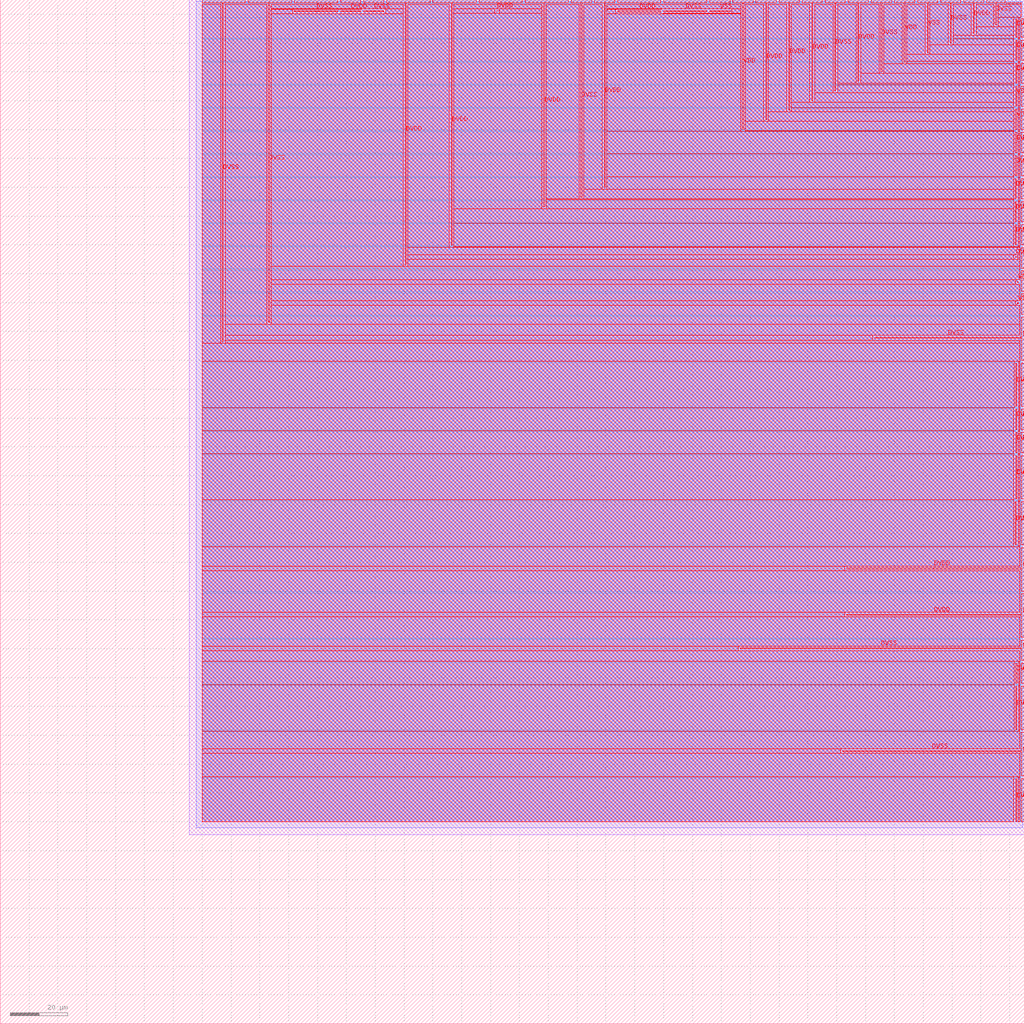
<source format=lef>
VERSION 5.7 ;
  NOWIREEXTENSIONATPIN ON ;
  DIVIDERCHAR "/" ;
  BUSBITCHARS "[]" ;
MACRO gf180mcu_fd_io__asig_5p0
  CLASS PAD INOUT ;
  FOREIGN gf180mcu_fd_io__asig_5p0 ;
  ORIGIN 0.000 0.000 ;
  SIZE 75.000 BY 350.000 ;
  SYMMETRY X Y R90 ;
  SITE GF_IO_Site ;
  PIN ASIG5V
    DIRECTION INOUT ;
    USE SIGNAL ;
    ANTENNADIFFAREA 1200.000000 ;
    PORT
      LAYER Metal2 ;
        RECT 15.340 134.370 17.880 350.000 ;
    END
    PORT
      LAYER Metal2 ;
        RECT 21.020 134.370 23.560 350.000 ;
    END
    PORT
      LAYER Metal2 ;
        RECT 26.700 134.370 29.240 350.000 ;
    END
    PORT
      LAYER Metal2 ;
        RECT 32.380 134.370 34.920 350.000 ;
    END
    PORT
      LAYER Metal2 ;
        RECT 40.080 134.370 42.620 350.000 ;
    END
    PORT
      LAYER Metal2 ;
        RECT 45.760 134.370 48.300 350.000 ;
    END
    PORT
      LAYER Metal2 ;
        RECT 51.440 134.370 53.980 350.000 ;
    END
    PORT
      LAYER Metal2 ;
        RECT 57.120 134.370 59.660 350.000 ;
    END
  END ASIG5V
  PIN DVDD
    DIRECTION INOUT ;
    USE POWER ;
    PORT
      LAYER Metal5 ;
        RECT 74.000 118.000 75.000 125.000 ;
    END
    PORT
      LAYER Metal5 ;
        RECT 74.000 182.000 75.000 197.000 ;
    END
    PORT
      LAYER Metal5 ;
        RECT 74.000 166.000 75.000 181.000 ;
    END
    PORT
      LAYER Metal5 ;
        RECT 74.000 150.000 75.000 165.000 ;
    END
    PORT
      LAYER Metal5 ;
        RECT 74.000 134.000 75.000 149.000 ;
    END
    PORT
      LAYER Metal5 ;
        RECT 74.000 214.000 75.000 229.000 ;
    END
    PORT
      LAYER Metal5 ;
        RECT 74.000 206.000 75.000 213.000 ;
    END
    PORT
      LAYER Metal5 ;
        RECT 74.000 278.000 75.000 285.000 ;
    END
    PORT
      LAYER Metal5 ;
        RECT 74.000 270.000 75.000 277.000 ;
    END
    PORT
      LAYER Metal5 ;
        RECT 74.000 262.000 75.000 269.000 ;
    END
    PORT
      LAYER Metal5 ;
        RECT 74.000 294.000 75.000 301.000 ;
    END
    PORT
      LAYER Metal5 ;
        RECT 74.000 334.000 75.000 341.000 ;
    END
    PORT
      LAYER Metal4 ;
        RECT 74.000 118.000 75.000 125.000 ;
    END
    PORT
      LAYER Metal4 ;
        RECT 74.000 182.000 75.000 197.000 ;
    END
    PORT
      LAYER Metal4 ;
        RECT 74.000 166.000 75.000 181.000 ;
    END
    PORT
      LAYER Metal4 ;
        RECT 74.000 150.000 75.000 165.000 ;
    END
    PORT
      LAYER Metal4 ;
        RECT 74.000 134.000 75.000 149.000 ;
    END
    PORT
      LAYER Metal4 ;
        RECT 74.000 214.000 75.000 229.000 ;
    END
    PORT
      LAYER Metal4 ;
        RECT 74.000 206.000 75.000 213.000 ;
    END
    PORT
      LAYER Metal4 ;
        RECT 74.000 278.000 75.000 285.000 ;
    END
    PORT
      LAYER Metal4 ;
        RECT 74.000 270.000 75.000 277.000 ;
    END
    PORT
      LAYER Metal4 ;
        RECT 74.000 262.000 75.000 269.000 ;
    END
    PORT
      LAYER Metal4 ;
        RECT 74.000 294.000 75.000 301.000 ;
    END
    PORT
      LAYER Metal4 ;
        RECT 74.000 334.000 75.000 341.000 ;
    END
    PORT
      LAYER Metal3 ;
        RECT 74.000 118.000 75.000 125.000 ;
    END
    PORT
      LAYER Metal3 ;
        RECT 74.000 182.000 75.000 197.000 ;
    END
    PORT
      LAYER Metal3 ;
        RECT 74.000 166.000 75.000 181.000 ;
    END
    PORT
      LAYER Metal3 ;
        RECT 74.000 150.000 75.000 165.000 ;
    END
    PORT
      LAYER Metal3 ;
        RECT 74.000 134.000 75.000 149.000 ;
    END
    PORT
      LAYER Metal3 ;
        RECT 74.000 214.000 75.000 229.000 ;
    END
    PORT
      LAYER Metal3 ;
        RECT 74.000 206.000 75.000 213.000 ;
    END
    PORT
      LAYER Metal3 ;
        RECT 74.000 278.000 75.000 285.000 ;
    END
    PORT
      LAYER Metal3 ;
        RECT 74.000 270.000 75.000 277.000 ;
    END
    PORT
      LAYER Metal3 ;
        RECT 74.000 262.000 75.000 269.000 ;
    END
    PORT
      LAYER Metal3 ;
        RECT 74.000 294.000 75.000 301.000 ;
    END
    PORT
      LAYER Metal3 ;
        RECT 74.000 334.000 75.000 341.000 ;
    END
    PORT
      LAYER Metal3 ;
        RECT 0.000 334.000 1.000 341.000 ;
    END
    PORT
      LAYER Metal3 ;
        RECT 0.000 294.000 1.000 301.000 ;
    END
    PORT
      LAYER Metal3 ;
        RECT 0.000 262.000 1.000 269.000 ;
    END
    PORT
      LAYER Metal3 ;
        RECT 0.000 270.000 1.000 277.000 ;
    END
    PORT
      LAYER Metal3 ;
        RECT 0.000 278.000 1.000 285.000 ;
    END
    PORT
      LAYER Metal3 ;
        RECT 0.000 206.000 1.000 213.000 ;
    END
    PORT
      LAYER Metal3 ;
        RECT 0.000 214.000 1.000 229.000 ;
    END
    PORT
      LAYER Metal3 ;
        RECT 0.000 134.000 1.000 149.000 ;
    END
    PORT
      LAYER Metal3 ;
        RECT 0.000 150.000 1.000 165.000 ;
    END
    PORT
      LAYER Metal3 ;
        RECT 0.000 166.000 1.000 181.000 ;
    END
    PORT
      LAYER Metal3 ;
        RECT 0.000 182.000 1.000 197.000 ;
    END
    PORT
      LAYER Metal5 ;
        RECT 0.000 334.000 1.000 341.000 ;
    END
    PORT
      LAYER Metal5 ;
        RECT 0.000 294.000 1.000 301.000 ;
    END
    PORT
      LAYER Metal5 ;
        RECT 0.000 262.000 1.000 269.000 ;
    END
    PORT
      LAYER Metal5 ;
        RECT 0.000 270.000 1.000 277.000 ;
    END
    PORT
      LAYER Metal5 ;
        RECT 0.000 278.000 1.000 285.000 ;
    END
    PORT
      LAYER Metal5 ;
        RECT 0.000 206.000 1.000 213.000 ;
    END
    PORT
      LAYER Metal5 ;
        RECT 0.000 214.000 1.000 229.000 ;
    END
    PORT
      LAYER Metal5 ;
        RECT 0.000 134.000 1.000 149.000 ;
    END
    PORT
      LAYER Metal5 ;
        RECT 0.000 150.000 1.000 165.000 ;
    END
    PORT
      LAYER Metal5 ;
        RECT 0.000 166.000 1.000 181.000 ;
    END
    PORT
      LAYER Metal5 ;
        RECT 0.000 182.000 1.000 197.000 ;
    END
    PORT
      LAYER Metal4 ;
        RECT 0.000 334.000 1.000 341.000 ;
    END
    PORT
      LAYER Metal4 ;
        RECT 0.000 294.000 1.000 301.000 ;
    END
    PORT
      LAYER Metal4 ;
        RECT 0.000 262.000 1.000 269.000 ;
    END
    PORT
      LAYER Metal4 ;
        RECT 0.000 270.000 1.000 277.000 ;
    END
    PORT
      LAYER Metal4 ;
        RECT 0.000 278.000 1.000 285.000 ;
    END
    PORT
      LAYER Metal4 ;
        RECT 0.000 206.000 1.000 213.000 ;
    END
    PORT
      LAYER Metal4 ;
        RECT 0.000 214.000 1.000 229.000 ;
    END
    PORT
      LAYER Metal4 ;
        RECT 0.000 134.000 1.000 149.000 ;
    END
    PORT
      LAYER Metal4 ;
        RECT 0.000 150.000 1.000 165.000 ;
    END
    PORT
      LAYER Metal4 ;
        RECT 0.000 166.000 1.000 181.000 ;
    END
    PORT
      LAYER Metal4 ;
        RECT 0.000 182.000 1.000 197.000 ;
    END
    PORT
      LAYER Metal4 ;
        RECT 0.000 118.000 1.000 125.000 ;
    END
    PORT
      LAYER Metal5 ;
        RECT 0.000 118.000 1.000 125.000 ;
    END
    PORT
      LAYER Metal3 ;
        RECT 0.000 118.000 1.000 125.000 ;
    END
  END DVDD
  PIN DVSS
    DIRECTION INOUT ;
    USE GROUND ;
    PORT
      LAYER Metal5 ;
        RECT 74.000 102.000 75.000 117.000 ;
    END
    PORT
      LAYER Metal5 ;
        RECT 74.000 86.000 75.000 101.000 ;
    END
    PORT
      LAYER Metal5 ;
        RECT 74.000 70.000 75.000 85.000 ;
    END
    PORT
      LAYER Metal5 ;
        RECT 74.000 126.000 75.000 133.000 ;
    END
    PORT
      LAYER Metal5 ;
        RECT 74.000 198.000 75.000 205.000 ;
    END
    PORT
      LAYER Metal5 ;
        RECT 74.000 230.000 75.000 245.000 ;
    END
    PORT
      LAYER Metal5 ;
        RECT 74.000 286.000 75.000 293.000 ;
    END
    PORT
      LAYER Metal5 ;
        RECT 74.000 302.000 75.000 309.000 ;
    END
    PORT
      LAYER Metal5 ;
        RECT 74.000 326.000 75.000 333.000 ;
    END
    PORT
      LAYER Metal5 ;
        RECT 74.000 342.000 75.000 348.390 ;
    END
    PORT
      LAYER Metal4 ;
        RECT 74.000 102.000 75.000 117.000 ;
    END
    PORT
      LAYER Metal4 ;
        RECT 74.000 86.000 75.000 101.000 ;
    END
    PORT
      LAYER Metal4 ;
        RECT 74.000 70.000 75.000 85.000 ;
    END
    PORT
      LAYER Metal4 ;
        RECT 74.000 126.000 75.000 133.000 ;
    END
    PORT
      LAYER Metal4 ;
        RECT 74.000 198.000 75.000 205.000 ;
    END
    PORT
      LAYER Metal4 ;
        RECT 74.000 230.000 75.000 245.000 ;
    END
    PORT
      LAYER Metal4 ;
        RECT 74.000 286.000 75.000 293.000 ;
    END
    PORT
      LAYER Metal4 ;
        RECT 74.000 302.000 75.000 309.000 ;
    END
    PORT
      LAYER Metal4 ;
        RECT 74.000 326.000 75.000 333.000 ;
    END
    PORT
      LAYER Metal4 ;
        RECT 74.000 342.000 75.000 348.390 ;
    END
    PORT
      LAYER Metal3 ;
        RECT 74.000 102.000 75.000 117.000 ;
    END
    PORT
      LAYER Metal3 ;
        RECT 74.000 86.000 75.000 101.000 ;
    END
    PORT
      LAYER Metal3 ;
        RECT 74.000 70.000 75.000 85.000 ;
    END
    PORT
      LAYER Metal3 ;
        RECT 74.000 126.000 75.000 133.000 ;
    END
    PORT
      LAYER Metal3 ;
        RECT 74.000 198.000 75.000 205.000 ;
    END
    PORT
      LAYER Metal3 ;
        RECT 74.000 230.000 75.000 245.000 ;
    END
    PORT
      LAYER Metal3 ;
        RECT 74.000 286.000 75.000 293.000 ;
    END
    PORT
      LAYER Metal3 ;
        RECT 74.000 302.000 75.000 309.000 ;
    END
    PORT
      LAYER Metal3 ;
        RECT 74.000 326.000 75.000 333.000 ;
    END
    PORT
      LAYER Metal3 ;
        RECT 74.000 342.000 75.000 348.390 ;
    END
    PORT
      LAYER Metal3 ;
        RECT 0.000 342.000 1.000 348.390 ;
    END
    PORT
      LAYER Metal3 ;
        RECT 0.000 326.000 1.000 333.000 ;
    END
    PORT
      LAYER Metal3 ;
        RECT 0.000 302.000 1.000 309.000 ;
    END
    PORT
      LAYER Metal3 ;
        RECT 0.000 286.000 1.000 293.000 ;
    END
    PORT
      LAYER Metal3 ;
        RECT 0.000 230.000 1.000 245.000 ;
    END
    PORT
      LAYER Metal3 ;
        RECT 0.000 198.000 1.000 205.000 ;
    END
    PORT
      LAYER Metal3 ;
        RECT 0.000 126.000 1.000 133.000 ;
    END
    PORT
      LAYER Metal3 ;
        RECT 0.000 70.000 1.000 85.000 ;
    END
    PORT
      LAYER Metal3 ;
        RECT 0.000 86.000 1.000 101.000 ;
    END
    PORT
      LAYER Metal5 ;
        RECT 0.000 342.000 1.000 348.390 ;
    END
    PORT
      LAYER Metal5 ;
        RECT 0.000 326.000 1.000 333.000 ;
    END
    PORT
      LAYER Metal5 ;
        RECT 0.000 302.000 1.000 309.000 ;
    END
    PORT
      LAYER Metal5 ;
        RECT 0.000 286.000 1.000 293.000 ;
    END
    PORT
      LAYER Metal5 ;
        RECT 0.000 230.000 1.000 245.000 ;
    END
    PORT
      LAYER Metal5 ;
        RECT 0.000 198.000 1.000 205.000 ;
    END
    PORT
      LAYER Metal5 ;
        RECT 0.000 126.000 1.000 133.000 ;
    END
    PORT
      LAYER Metal5 ;
        RECT 0.000 70.000 1.000 85.000 ;
    END
    PORT
      LAYER Metal5 ;
        RECT 0.000 86.000 1.000 101.000 ;
    END
    PORT
      LAYER Metal4 ;
        RECT 0.000 342.000 1.000 348.390 ;
    END
    PORT
      LAYER Metal4 ;
        RECT 0.000 326.000 1.000 333.000 ;
    END
    PORT
      LAYER Metal4 ;
        RECT 0.000 302.000 1.000 309.000 ;
    END
    PORT
      LAYER Metal4 ;
        RECT 0.000 286.000 1.000 293.000 ;
    END
    PORT
      LAYER Metal4 ;
        RECT 0.000 230.000 1.000 245.000 ;
    END
    PORT
      LAYER Metal4 ;
        RECT 0.000 198.000 1.000 205.000 ;
    END
    PORT
      LAYER Metal4 ;
        RECT 0.000 126.000 1.000 133.000 ;
    END
    PORT
      LAYER Metal4 ;
        RECT 0.000 70.000 1.000 85.000 ;
    END
    PORT
      LAYER Metal4 ;
        RECT 0.000 86.000 1.000 101.000 ;
    END
    PORT
      LAYER Metal4 ;
        RECT 0.000 102.000 1.000 117.000 ;
    END
    PORT
      LAYER Metal5 ;
        RECT 0.000 102.000 1.000 117.000 ;
    END
    PORT
      LAYER Metal3 ;
        RECT 0.000 102.000 1.000 117.000 ;
    END
  END DVSS
  PIN VDD
    DIRECTION INOUT ;
    USE POWER ;
    PORT
      LAYER Metal5 ;
        RECT 74.000 254.000 75.000 261.000 ;
    END
    PORT
      LAYER Metal5 ;
        RECT 74.000 310.000 75.000 317.000 ;
    END
    PORT
      LAYER Metal4 ;
        RECT 74.000 254.000 75.000 261.000 ;
    END
    PORT
      LAYER Metal4 ;
        RECT 74.000 310.000 75.000 317.000 ;
    END
    PORT
      LAYER Metal3 ;
        RECT 74.000 254.000 75.000 261.000 ;
    END
    PORT
      LAYER Metal3 ;
        RECT 74.000 310.000 75.000 317.000 ;
    END
    PORT
      LAYER Metal3 ;
        RECT 0.000 310.000 1.000 317.000 ;
    END
    PORT
      LAYER Metal5 ;
        RECT 0.000 310.000 1.000 317.000 ;
    END
    PORT
      LAYER Metal4 ;
        RECT 0.000 310.000 1.000 317.000 ;
    END
    PORT
      LAYER Metal4 ;
        RECT 0.000 254.000 1.000 261.000 ;
    END
    PORT
      LAYER Metal5 ;
        RECT 0.000 254.000 1.000 261.000 ;
    END
    PORT
      LAYER Metal3 ;
        RECT 0.000 254.000 1.000 261.000 ;
    END
  END VDD
  PIN VSS
    DIRECTION INOUT ;
    USE GROUND ;
    PORT
      LAYER Metal5 ;
        RECT 74.000 246.000 75.000 253.000 ;
    END
    PORT
      LAYER Metal5 ;
        RECT 74.000 318.000 75.000 325.000 ;
    END
    PORT
      LAYER Metal4 ;
        RECT 74.000 246.000 75.000 253.000 ;
    END
    PORT
      LAYER Metal4 ;
        RECT 74.000 318.000 75.000 325.000 ;
    END
    PORT
      LAYER Metal3 ;
        RECT 74.000 246.000 75.000 253.000 ;
    END
    PORT
      LAYER Metal3 ;
        RECT 74.000 318.000 75.000 325.000 ;
    END
    PORT
      LAYER Metal3 ;
        RECT 0.000 318.000 1.000 325.000 ;
    END
    PORT
      LAYER Metal5 ;
        RECT 0.000 318.000 1.000 325.000 ;
    END
    PORT
      LAYER Metal4 ;
        RECT 0.000 318.000 1.000 325.000 ;
    END
    PORT
      LAYER Metal4 ;
        RECT 0.000 246.000 1.000 253.000 ;
    END
    PORT
      LAYER Metal5 ;
        RECT 0.000 246.000 1.000 253.000 ;
    END
    PORT
      LAYER Metal3 ;
        RECT 0.000 246.000 1.000 253.000 ;
    END
  END VSS
  OBS
      LAYER Metal1 ;
        RECT -0.160 65.540 75.160 349.785 ;
      LAYER Metal2 ;
        RECT 0.000 134.070 15.040 348.390 ;
        RECT 18.180 134.070 20.720 348.390 ;
        RECT 23.860 134.070 26.400 348.390 ;
        RECT 29.540 134.070 32.080 348.390 ;
        RECT 35.220 134.070 39.780 348.390 ;
        RECT 42.920 134.070 45.460 348.390 ;
        RECT 48.600 134.070 51.140 348.390 ;
        RECT 54.280 134.070 56.820 348.390 ;
        RECT 59.960 134.070 75.000 348.390 ;
        RECT 0.000 0.000 75.000 134.070 ;
      LAYER Metal3 ;
        RECT 1.300 341.700 73.700 348.390 ;
        RECT 1.000 341.300 74.000 341.700 ;
        RECT 1.300 333.700 73.700 341.300 ;
        RECT 1.000 333.300 74.000 333.700 ;
        RECT 1.300 325.700 73.700 333.300 ;
        RECT 1.000 325.300 74.000 325.700 ;
        RECT 1.300 317.700 73.700 325.300 ;
        RECT 1.000 317.300 74.000 317.700 ;
        RECT 1.300 309.700 73.700 317.300 ;
        RECT 1.000 309.300 74.000 309.700 ;
        RECT 1.300 301.700 73.700 309.300 ;
        RECT 1.000 301.300 74.000 301.700 ;
        RECT 1.300 293.700 73.700 301.300 ;
        RECT 1.000 293.300 74.000 293.700 ;
        RECT 1.300 285.700 73.700 293.300 ;
        RECT 1.000 285.300 74.000 285.700 ;
        RECT 1.300 277.700 73.700 285.300 ;
        RECT 1.000 277.300 74.000 277.700 ;
        RECT 1.300 269.700 73.700 277.300 ;
        RECT 1.000 269.300 74.000 269.700 ;
        RECT 1.300 261.700 73.700 269.300 ;
        RECT 1.000 261.300 74.000 261.700 ;
        RECT 1.300 253.700 73.700 261.300 ;
        RECT 1.000 253.300 74.000 253.700 ;
        RECT 1.300 245.700 73.700 253.300 ;
        RECT 1.000 245.300 74.000 245.700 ;
        RECT 1.300 229.700 73.700 245.300 ;
        RECT 1.000 229.300 74.000 229.700 ;
        RECT 1.300 213.700 73.700 229.300 ;
        RECT 1.000 213.300 74.000 213.700 ;
        RECT 1.300 205.700 73.700 213.300 ;
        RECT 1.000 205.300 74.000 205.700 ;
        RECT 1.300 197.700 73.700 205.300 ;
        RECT 1.000 197.300 74.000 197.700 ;
        RECT 1.300 181.700 73.700 197.300 ;
        RECT 1.000 181.300 74.000 181.700 ;
        RECT 1.300 165.700 73.700 181.300 ;
        RECT 1.000 165.300 74.000 165.700 ;
        RECT 1.300 149.700 73.700 165.300 ;
        RECT 1.000 149.300 74.000 149.700 ;
        RECT 1.300 133.700 73.700 149.300 ;
        RECT 1.000 133.300 74.000 133.700 ;
        RECT 1.300 125.700 73.700 133.300 ;
        RECT 1.000 125.300 74.000 125.700 ;
        RECT 1.300 117.700 73.700 125.300 ;
        RECT 1.000 117.300 74.000 117.700 ;
        RECT 1.300 101.700 73.700 117.300 ;
        RECT 1.000 101.300 74.000 101.700 ;
        RECT 1.300 85.700 73.700 101.300 ;
        RECT 1.000 85.300 74.000 85.700 ;
        RECT 1.300 69.700 73.700 85.300 ;
        RECT 1.000 0.000 74.000 69.700 ;
      LAYER Metal4 ;
        RECT 1.300 341.700 73.700 348.390 ;
        RECT 1.000 341.300 74.000 341.700 ;
        RECT 1.300 333.700 73.700 341.300 ;
        RECT 1.000 333.300 74.000 333.700 ;
        RECT 1.300 325.700 73.700 333.300 ;
        RECT 1.000 325.300 74.000 325.700 ;
        RECT 1.300 317.700 73.700 325.300 ;
        RECT 1.000 317.300 74.000 317.700 ;
        RECT 1.300 309.700 73.700 317.300 ;
        RECT 1.000 309.300 74.000 309.700 ;
        RECT 1.300 301.700 73.700 309.300 ;
        RECT 1.000 301.300 74.000 301.700 ;
        RECT 1.300 293.700 73.700 301.300 ;
        RECT 1.000 293.300 74.000 293.700 ;
        RECT 1.300 285.700 73.700 293.300 ;
        RECT 1.000 285.300 74.000 285.700 ;
        RECT 1.300 277.700 73.700 285.300 ;
        RECT 1.000 277.300 74.000 277.700 ;
        RECT 1.300 269.700 73.700 277.300 ;
        RECT 1.000 269.300 74.000 269.700 ;
        RECT 1.300 261.700 73.700 269.300 ;
        RECT 1.000 261.300 74.000 261.700 ;
        RECT 1.300 253.700 73.700 261.300 ;
        RECT 1.000 253.300 74.000 253.700 ;
        RECT 1.300 245.700 73.700 253.300 ;
        RECT 1.000 245.300 74.000 245.700 ;
        RECT 1.300 229.700 73.700 245.300 ;
        RECT 1.000 229.300 74.000 229.700 ;
        RECT 1.300 213.700 73.700 229.300 ;
        RECT 1.000 213.300 74.000 213.700 ;
        RECT 1.300 205.700 73.700 213.300 ;
        RECT 1.000 205.300 74.000 205.700 ;
        RECT 1.300 197.700 73.700 205.300 ;
        RECT 1.000 197.300 74.000 197.700 ;
        RECT 1.300 181.700 73.700 197.300 ;
        RECT 1.000 181.300 74.000 181.700 ;
        RECT 1.300 165.700 73.700 181.300 ;
        RECT 1.000 165.300 74.000 165.700 ;
        RECT 1.300 149.700 73.700 165.300 ;
        RECT 1.000 149.300 74.000 149.700 ;
        RECT 1.300 133.700 73.700 149.300 ;
        RECT 1.000 133.300 74.000 133.700 ;
        RECT 1.300 125.700 73.700 133.300 ;
        RECT 1.000 125.300 74.000 125.700 ;
        RECT 1.300 117.700 73.700 125.300 ;
        RECT 1.000 117.300 74.000 117.700 ;
        RECT 1.300 101.700 73.700 117.300 ;
        RECT 1.000 101.300 74.000 101.700 ;
        RECT 1.300 85.700 73.700 101.300 ;
        RECT 1.000 85.300 74.000 85.700 ;
        RECT 1.300 69.700 73.700 85.300 ;
        RECT 1.000 0.000 74.000 69.700 ;
      LAYER Metal5 ;
        RECT 1.600 69.400 73.400 348.390 ;
        RECT 1.000 0.000 74.000 69.400 ;
  END
END gf180mcu_fd_io__asig_5p0

#--------EOF---------

MACRO gf180mcu_fd_io__bi_24t
  CLASS PAD INOUT ;
  FOREIGN gf180mcu_fd_io__bi_24t ;
  ORIGIN 0.000 0.000 ;
  SIZE 75.000 BY 350.000 ;
  SYMMETRY X Y R90 ;
  SITE GF_IO_Site ;
  PIN A
    DIRECTION INPUT ;
    USE SIGNAL ;
    ANTENNAGATEAREA 4.200000 ;
    ANTENNADIFFAREA 1.000000 ;
    PORT
      LAYER Metal2 ;
        RECT 69.400 264.310 69.780 350.000 ;
    END
  END A
  PIN CS
    DIRECTION INPUT ;
    USE SIGNAL ;
    ANTENNAGATEAREA 3.150000 ;
    ANTENNADIFFAREA 1.000000 ;
    PORT
      LAYER Metal2 ;
        RECT 3.360 328.395 3.740 350.000 ;
    END
  END CS
  PIN DVDD
    DIRECTION INOUT ;
    USE POWER ;
    PORT
      LAYER Metal5 ;
        RECT 74.000 118.000 75.000 125.000 ;
    END
    PORT
      LAYER Metal5 ;
        RECT 74.000 182.000 75.000 197.000 ;
    END
    PORT
      LAYER Metal5 ;
        RECT 74.000 166.000 75.000 181.000 ;
    END
    PORT
      LAYER Metal5 ;
        RECT 74.000 150.000 75.000 165.000 ;
    END
    PORT
      LAYER Metal5 ;
        RECT 74.000 134.000 75.000 149.000 ;
    END
    PORT
      LAYER Metal5 ;
        RECT 74.000 214.000 75.000 229.000 ;
    END
    PORT
      LAYER Metal5 ;
        RECT 74.000 206.000 75.000 213.000 ;
    END
    PORT
      LAYER Metal5 ;
        RECT 74.000 278.000 75.000 285.000 ;
    END
    PORT
      LAYER Metal5 ;
        RECT 74.000 270.000 75.000 277.000 ;
    END
    PORT
      LAYER Metal5 ;
        RECT 74.000 262.000 75.000 269.000 ;
    END
    PORT
      LAYER Metal5 ;
        RECT 74.000 294.000 75.000 301.000 ;
    END
    PORT
      LAYER Metal5 ;
        RECT 74.000 334.000 75.000 341.000 ;
    END
    PORT
      LAYER Metal4 ;
        RECT 74.000 118.000 75.000 125.000 ;
    END
    PORT
      LAYER Metal4 ;
        RECT 74.000 182.000 75.000 197.000 ;
    END
    PORT
      LAYER Metal4 ;
        RECT 74.000 166.000 75.000 181.000 ;
    END
    PORT
      LAYER Metal4 ;
        RECT 74.000 150.000 75.000 165.000 ;
    END
    PORT
      LAYER Metal4 ;
        RECT 74.000 134.000 75.000 149.000 ;
    END
    PORT
      LAYER Metal4 ;
        RECT 74.000 214.000 75.000 229.000 ;
    END
    PORT
      LAYER Metal4 ;
        RECT 74.000 206.000 75.000 213.000 ;
    END
    PORT
      LAYER Metal4 ;
        RECT 74.000 278.000 75.000 285.000 ;
    END
    PORT
      LAYER Metal4 ;
        RECT 74.000 270.000 75.000 277.000 ;
    END
    PORT
      LAYER Metal4 ;
        RECT 74.000 262.000 75.000 269.000 ;
    END
    PORT
      LAYER Metal4 ;
        RECT 74.000 294.000 75.000 301.000 ;
    END
    PORT
      LAYER Metal4 ;
        RECT 74.000 334.000 75.000 341.000 ;
    END
    PORT
      LAYER Metal3 ;
        RECT 74.000 118.000 75.000 125.000 ;
    END
    PORT
      LAYER Metal3 ;
        RECT 74.000 182.000 75.000 197.000 ;
    END
    PORT
      LAYER Metal3 ;
        RECT 74.000 166.000 75.000 181.000 ;
    END
    PORT
      LAYER Metal3 ;
        RECT 74.000 150.000 75.000 165.000 ;
    END
    PORT
      LAYER Metal3 ;
        RECT 74.000 134.000 75.000 149.000 ;
    END
    PORT
      LAYER Metal3 ;
        RECT 74.000 214.000 75.000 229.000 ;
    END
    PORT
      LAYER Metal3 ;
        RECT 74.000 206.000 75.000 213.000 ;
    END
    PORT
      LAYER Metal3 ;
        RECT 74.000 278.000 75.000 285.000 ;
    END
    PORT
      LAYER Metal3 ;
        RECT 74.000 270.000 75.000 277.000 ;
    END
    PORT
      LAYER Metal3 ;
        RECT 74.000 262.000 75.000 269.000 ;
    END
    PORT
      LAYER Metal3 ;
        RECT 74.000 294.000 75.000 301.000 ;
    END
    PORT
      LAYER Metal3 ;
        RECT 74.000 334.000 75.000 341.000 ;
    END
    PORT
      LAYER Metal3 ;
        RECT 0.000 334.000 1.000 341.000 ;
    END
    PORT
      LAYER Metal3 ;
        RECT 0.000 294.000 1.000 301.000 ;
    END
    PORT
      LAYER Metal3 ;
        RECT 0.000 262.000 1.000 269.000 ;
    END
    PORT
      LAYER Metal3 ;
        RECT 0.000 270.000 1.000 277.000 ;
    END
    PORT
      LAYER Metal3 ;
        RECT 0.000 278.000 1.000 285.000 ;
    END
    PORT
      LAYER Metal3 ;
        RECT 0.000 206.000 1.000 213.000 ;
    END
    PORT
      LAYER Metal3 ;
        RECT 0.000 214.000 1.000 229.000 ;
    END
    PORT
      LAYER Metal3 ;
        RECT 0.000 134.000 1.000 149.000 ;
    END
    PORT
      LAYER Metal3 ;
        RECT 0.000 150.000 1.000 165.000 ;
    END
    PORT
      LAYER Metal3 ;
        RECT 0.000 166.000 1.000 181.000 ;
    END
    PORT
      LAYER Metal3 ;
        RECT 0.000 182.000 1.000 197.000 ;
    END
    PORT
      LAYER Metal4 ;
        RECT 0.000 334.000 1.000 341.000 ;
    END
    PORT
      LAYER Metal4 ;
        RECT 0.000 294.000 1.000 301.000 ;
    END
    PORT
      LAYER Metal4 ;
        RECT 0.000 262.000 1.000 269.000 ;
    END
    PORT
      LAYER Metal4 ;
        RECT 0.000 270.000 1.000 277.000 ;
    END
    PORT
      LAYER Metal4 ;
        RECT 0.000 278.000 1.000 285.000 ;
    END
    PORT
      LAYER Metal4 ;
        RECT 0.000 206.000 1.000 213.000 ;
    END
    PORT
      LAYER Metal4 ;
        RECT 0.000 214.000 1.000 229.000 ;
    END
    PORT
      LAYER Metal4 ;
        RECT 0.000 134.000 1.000 149.000 ;
    END
    PORT
      LAYER Metal4 ;
        RECT 0.000 150.000 1.000 165.000 ;
    END
    PORT
      LAYER Metal4 ;
        RECT 0.000 166.000 1.000 181.000 ;
    END
    PORT
      LAYER Metal4 ;
        RECT 0.000 182.000 1.000 197.000 ;
    END
    PORT
      LAYER Metal5 ;
        RECT 0.000 334.000 1.000 341.000 ;
    END
    PORT
      LAYER Metal5 ;
        RECT 0.000 294.000 1.000 301.000 ;
    END
    PORT
      LAYER Metal5 ;
        RECT 0.000 262.000 1.000 269.000 ;
    END
    PORT
      LAYER Metal5 ;
        RECT 0.000 270.000 1.000 277.000 ;
    END
    PORT
      LAYER Metal5 ;
        RECT 0.000 278.000 1.000 285.000 ;
    END
    PORT
      LAYER Metal5 ;
        RECT 0.000 206.000 1.000 213.000 ;
    END
    PORT
      LAYER Metal5 ;
        RECT 0.000 214.000 1.000 229.000 ;
    END
    PORT
      LAYER Metal5 ;
        RECT 0.000 134.000 1.000 149.000 ;
    END
    PORT
      LAYER Metal5 ;
        RECT 0.000 150.000 1.000 165.000 ;
    END
    PORT
      LAYER Metal5 ;
        RECT 0.000 166.000 1.000 181.000 ;
    END
    PORT
      LAYER Metal5 ;
        RECT 0.000 182.000 1.000 197.000 ;
    END
    PORT
      LAYER Metal5 ;
        RECT 0.000 118.000 1.000 125.000 ;
    END
    PORT
      LAYER Metal4 ;
        RECT 0.000 118.000 1.000 125.000 ;
    END
    PORT
      LAYER Metal3 ;
        RECT 0.000 118.000 1.000 125.000 ;
    END
  END DVDD
  PIN DVSS
    DIRECTION INOUT ;
    USE GROUND ;
    PORT
      LAYER Metal5 ;
        RECT 74.000 102.000 75.000 117.000 ;
    END
    PORT
      LAYER Metal5 ;
        RECT 74.000 86.000 75.000 101.000 ;
    END
    PORT
      LAYER Metal5 ;
        RECT 74.000 70.000 75.000 85.000 ;
    END
    PORT
      LAYER Metal5 ;
        RECT 74.000 126.000 75.000 133.000 ;
    END
    PORT
      LAYER Metal5 ;
        RECT 74.000 198.000 75.000 205.000 ;
    END
    PORT
      LAYER Metal5 ;
        RECT 74.000 230.000 75.000 245.000 ;
    END
    PORT
      LAYER Metal5 ;
        RECT 74.000 286.000 75.000 293.000 ;
    END
    PORT
      LAYER Metal5 ;
        RECT 74.000 302.000 75.000 309.000 ;
    END
    PORT
      LAYER Metal5 ;
        RECT 74.000 326.000 75.000 333.000 ;
    END
    PORT
      LAYER Metal5 ;
        RECT 74.000 342.000 75.000 348.390 ;
    END
    PORT
      LAYER Metal4 ;
        RECT 74.000 102.000 75.000 117.000 ;
    END
    PORT
      LAYER Metal4 ;
        RECT 74.000 86.000 75.000 101.000 ;
    END
    PORT
      LAYER Metal4 ;
        RECT 74.000 70.000 75.000 85.000 ;
    END
    PORT
      LAYER Metal4 ;
        RECT 74.000 126.000 75.000 133.000 ;
    END
    PORT
      LAYER Metal4 ;
        RECT 74.000 198.000 75.000 205.000 ;
    END
    PORT
      LAYER Metal4 ;
        RECT 74.000 230.000 75.000 245.000 ;
    END
    PORT
      LAYER Metal4 ;
        RECT 74.000 286.000 75.000 293.000 ;
    END
    PORT
      LAYER Metal4 ;
        RECT 74.000 302.000 75.000 309.000 ;
    END
    PORT
      LAYER Metal4 ;
        RECT 74.000 326.000 75.000 333.000 ;
    END
    PORT
      LAYER Metal4 ;
        RECT 74.000 342.000 75.000 348.390 ;
    END
    PORT
      LAYER Metal3 ;
        RECT 74.000 102.000 75.000 117.000 ;
    END
    PORT
      LAYER Metal3 ;
        RECT 74.000 86.000 75.000 101.000 ;
    END
    PORT
      LAYER Metal3 ;
        RECT 74.000 70.000 75.000 85.000 ;
    END
    PORT
      LAYER Metal3 ;
        RECT 74.000 126.000 75.000 133.000 ;
    END
    PORT
      LAYER Metal3 ;
        RECT 74.000 198.000 75.000 205.000 ;
    END
    PORT
      LAYER Metal3 ;
        RECT 74.000 230.000 75.000 245.000 ;
    END
    PORT
      LAYER Metal3 ;
        RECT 74.000 286.000 75.000 293.000 ;
    END
    PORT
      LAYER Metal3 ;
        RECT 74.000 302.000 75.000 309.000 ;
    END
    PORT
      LAYER Metal3 ;
        RECT 74.000 326.000 75.000 333.000 ;
    END
    PORT
      LAYER Metal3 ;
        RECT 74.000 342.000 75.000 348.390 ;
    END
    PORT
      LAYER Metal3 ;
        RECT 0.000 342.000 1.000 348.390 ;
    END
    PORT
      LAYER Metal3 ;
        RECT 0.000 326.000 1.000 333.000 ;
    END
    PORT
      LAYER Metal3 ;
        RECT 0.000 302.000 1.000 309.000 ;
    END
    PORT
      LAYER Metal3 ;
        RECT 0.000 286.000 1.000 293.000 ;
    END
    PORT
      LAYER Metal3 ;
        RECT 0.000 230.000 1.000 245.000 ;
    END
    PORT
      LAYER Metal3 ;
        RECT 0.000 198.000 1.000 205.000 ;
    END
    PORT
      LAYER Metal3 ;
        RECT 0.000 126.000 1.000 133.000 ;
    END
    PORT
      LAYER Metal3 ;
        RECT 0.000 70.000 1.000 85.000 ;
    END
    PORT
      LAYER Metal3 ;
        RECT 0.000 86.000 1.000 101.000 ;
    END
    PORT
      LAYER Metal4 ;
        RECT 0.000 342.000 1.000 348.390 ;
    END
    PORT
      LAYER Metal4 ;
        RECT 0.000 326.000 1.000 333.000 ;
    END
    PORT
      LAYER Metal4 ;
        RECT 0.000 302.000 1.000 309.000 ;
    END
    PORT
      LAYER Metal4 ;
        RECT 0.000 286.000 1.000 293.000 ;
    END
    PORT
      LAYER Metal4 ;
        RECT 0.000 230.000 1.000 245.000 ;
    END
    PORT
      LAYER Metal4 ;
        RECT 0.000 198.000 1.000 205.000 ;
    END
    PORT
      LAYER Metal4 ;
        RECT 0.000 126.000 1.000 133.000 ;
    END
    PORT
      LAYER Metal4 ;
        RECT 0.000 70.000 1.000 85.000 ;
    END
    PORT
      LAYER Metal4 ;
        RECT 0.000 86.000 1.000 101.000 ;
    END
    PORT
      LAYER Metal5 ;
        RECT 0.000 342.000 1.000 348.390 ;
    END
    PORT
      LAYER Metal5 ;
        RECT 0.000 326.000 1.000 333.000 ;
    END
    PORT
      LAYER Metal5 ;
        RECT 0.000 302.000 1.000 309.000 ;
    END
    PORT
      LAYER Metal5 ;
        RECT 0.000 286.000 1.000 293.000 ;
    END
    PORT
      LAYER Metal5 ;
        RECT 0.000 230.000 1.000 245.000 ;
    END
    PORT
      LAYER Metal5 ;
        RECT 0.000 198.000 1.000 205.000 ;
    END
    PORT
      LAYER Metal5 ;
        RECT 0.000 126.000 1.000 133.000 ;
    END
    PORT
      LAYER Metal5 ;
        RECT 0.000 70.000 1.000 85.000 ;
    END
    PORT
      LAYER Metal5 ;
        RECT 0.000 86.000 1.000 101.000 ;
    END
    PORT
      LAYER Metal5 ;
        RECT 0.000 102.000 1.000 117.000 ;
    END
    PORT
      LAYER Metal4 ;
        RECT 0.000 102.000 1.000 117.000 ;
    END
    PORT
      LAYER Metal3 ;
        RECT 0.000 102.000 1.000 117.000 ;
    END
  END DVSS
  PIN IE
    DIRECTION INPUT ;
    USE SIGNAL ;
    ANTENNAGATEAREA 3.150000 ;
    ANTENNADIFFAREA 1.000000 ;
    PORT
      LAYER Metal2 ;
        RECT 11.385 334.770 11.765 350.000 ;
    END
  END IE
  PIN OE
    DIRECTION INPUT ;
    USE SIGNAL ;
    ANTENNAGATEAREA 16.799999 ;
    ANTENNADIFFAREA 7.776000 ;
    PORT
      LAYER Metal2 ;
        RECT 70.130 266.190 70.510 350.000 ;
    END
  END OE
  PIN PAD
    DIRECTION INOUT ;
    USE SIGNAL ;
    ANTENNADIFFAREA 335.279999 ;
    PORT
      LAYER Metal5 ;
        RECT 25.000 20.000 50.000 45.000 ;
    END
  END PAD
  PIN PD
    DIRECTION INPUT ;
    USE SIGNAL ;
    ANTENNAGATEAREA 10.500000 ;
    ANTENNADIFFAREA 1.000000 ;
    PORT
      LAYER Metal2 ;
        RECT 10.330 329.950 10.710 350.000 ;
    END
  END PD
  PIN PU
    DIRECTION INPUT ;
    USE SIGNAL ;
    ANTENNAGATEAREA 7.350000 ;
    ANTENNADIFFAREA 2.980000 ;
    PORT
      LAYER Metal2 ;
        RECT 5.965 330.270 6.345 350.000 ;
    END
  END PU
  PIN SL
    DIRECTION INPUT ;
    USE SIGNAL ;
    ANTENNAGATEAREA 3.150000 ;
    ANTENNADIFFAREA 1.000000 ;
    PORT
      LAYER Metal2 ;
        RECT 68.670 264.990 69.050 350.000 ;
    END
  END SL
  PIN VDD
    DIRECTION INOUT ;
    USE POWER ;
    PORT
      LAYER Metal5 ;
        RECT 74.000 254.000 75.000 261.000 ;
    END
    PORT
      LAYER Metal5 ;
        RECT 74.000 310.000 75.000 317.000 ;
    END
    PORT
      LAYER Metal4 ;
        RECT 74.000 254.000 75.000 261.000 ;
    END
    PORT
      LAYER Metal4 ;
        RECT 74.000 310.000 75.000 317.000 ;
    END
    PORT
      LAYER Metal3 ;
        RECT 74.000 254.000 75.000 261.000 ;
    END
    PORT
      LAYER Metal3 ;
        RECT 74.000 310.000 75.000 317.000 ;
    END
    PORT
      LAYER Metal3 ;
        RECT 0.000 310.000 1.000 317.000 ;
    END
    PORT
      LAYER Metal4 ;
        RECT 0.000 310.000 1.000 317.000 ;
    END
    PORT
      LAYER Metal5 ;
        RECT 0.000 310.000 1.000 317.000 ;
    END
    PORT
      LAYER Metal5 ;
        RECT 0.000 254.000 1.000 261.000 ;
    END
    PORT
      LAYER Metal4 ;
        RECT 0.000 254.000 1.000 261.000 ;
    END
    PORT
      LAYER Metal3 ;
        RECT 0.000 254.000 1.000 261.000 ;
    END
  END VDD
  PIN VSS
    DIRECTION INOUT ;
    USE GROUND ;
    PORT
      LAYER Metal5 ;
        RECT 74.000 246.000 75.000 253.000 ;
    END
    PORT
      LAYER Metal5 ;
        RECT 74.000 318.000 75.000 325.000 ;
    END
    PORT
      LAYER Metal4 ;
        RECT 74.000 246.000 75.000 253.000 ;
    END
    PORT
      LAYER Metal4 ;
        RECT 74.000 318.000 75.000 325.000 ;
    END
    PORT
      LAYER Metal3 ;
        RECT 74.000 246.000 75.000 253.000 ;
    END
    PORT
      LAYER Metal3 ;
        RECT 74.000 318.000 75.000 325.000 ;
    END
    PORT
      LAYER Metal3 ;
        RECT 0.000 318.000 1.000 325.000 ;
    END
    PORT
      LAYER Metal4 ;
        RECT 0.000 318.000 1.000 325.000 ;
    END
    PORT
      LAYER Metal5 ;
        RECT 0.000 318.000 1.000 325.000 ;
    END
    PORT
      LAYER Metal5 ;
        RECT 0.000 246.000 1.000 253.000 ;
    END
    PORT
      LAYER Metal4 ;
        RECT 0.000 246.000 1.000 253.000 ;
    END
    PORT
      LAYER Metal3 ;
        RECT 0.000 246.000 1.000 253.000 ;
    END
  END VSS
  PIN Y
    DIRECTION OUTPUT ;
    USE SIGNAL ;
    ANTENNADIFFAREA 7.800000 ;
    PORT
      LAYER Metal2 ;
        RECT 70.860 319.750 71.240 350.000 ;
    END
  END Y
  OBS
      LAYER Metal1 ;
        RECT -0.160 65.540 75.160 349.785 ;
      LAYER Metal2 ;
        RECT 0.000 328.095 3.060 348.225 ;
        RECT 4.040 329.970 5.665 348.225 ;
        RECT 6.645 329.970 10.030 348.225 ;
        RECT 4.040 329.650 10.030 329.970 ;
        RECT 11.010 334.470 11.085 348.225 ;
        RECT 12.065 334.470 68.370 348.225 ;
        RECT 11.010 329.650 68.370 334.470 ;
        RECT 4.040 328.095 68.370 329.650 ;
        RECT 0.000 264.690 68.370 328.095 ;
        RECT 71.540 319.450 75.000 348.225 ;
        RECT 70.810 265.890 75.000 319.450 ;
        RECT 0.000 264.010 69.100 264.690 ;
        RECT 70.080 264.010 75.000 265.890 ;
        RECT 0.000 0.000 75.000 264.010 ;
      LAYER Metal3 ;
        RECT 1.300 341.700 73.700 348.390 ;
        RECT 1.000 341.300 74.000 341.700 ;
        RECT 1.300 333.700 73.700 341.300 ;
        RECT 1.000 333.300 74.000 333.700 ;
        RECT 1.300 325.700 73.700 333.300 ;
        RECT 1.000 325.300 74.000 325.700 ;
        RECT 1.300 317.700 73.700 325.300 ;
        RECT 1.000 317.300 74.000 317.700 ;
        RECT 1.300 309.700 73.700 317.300 ;
        RECT 1.000 309.300 74.000 309.700 ;
        RECT 1.300 301.700 73.700 309.300 ;
        RECT 1.000 301.300 74.000 301.700 ;
        RECT 1.300 293.700 73.700 301.300 ;
        RECT 1.000 293.300 74.000 293.700 ;
        RECT 1.300 285.700 73.700 293.300 ;
        RECT 1.000 285.300 74.000 285.700 ;
        RECT 1.300 277.700 73.700 285.300 ;
        RECT 1.000 277.300 74.000 277.700 ;
        RECT 1.300 269.700 73.700 277.300 ;
        RECT 1.000 269.300 74.000 269.700 ;
        RECT 1.300 261.700 73.700 269.300 ;
        RECT 1.000 261.300 74.000 261.700 ;
        RECT 1.300 253.700 73.700 261.300 ;
        RECT 1.000 253.300 74.000 253.700 ;
        RECT 1.300 245.700 73.700 253.300 ;
        RECT 1.000 245.300 74.000 245.700 ;
        RECT 1.300 229.700 73.700 245.300 ;
        RECT 1.000 229.300 74.000 229.700 ;
        RECT 1.300 213.700 73.700 229.300 ;
        RECT 1.000 213.300 74.000 213.700 ;
        RECT 1.300 205.700 73.700 213.300 ;
        RECT 1.000 205.300 74.000 205.700 ;
        RECT 1.300 197.700 73.700 205.300 ;
        RECT 1.000 197.300 74.000 197.700 ;
        RECT 1.300 181.700 73.700 197.300 ;
        RECT 1.000 181.300 74.000 181.700 ;
        RECT 1.300 165.700 73.700 181.300 ;
        RECT 1.000 165.300 74.000 165.700 ;
        RECT 1.300 149.700 73.700 165.300 ;
        RECT 1.000 149.300 74.000 149.700 ;
        RECT 1.300 133.700 73.700 149.300 ;
        RECT 1.000 133.300 74.000 133.700 ;
        RECT 1.300 125.700 73.700 133.300 ;
        RECT 1.000 125.300 74.000 125.700 ;
        RECT 1.300 117.700 73.700 125.300 ;
        RECT 1.000 117.300 74.000 117.700 ;
        RECT 1.300 101.700 73.700 117.300 ;
        RECT 1.000 101.300 74.000 101.700 ;
        RECT 1.300 85.700 73.700 101.300 ;
        RECT 1.000 85.300 74.000 85.700 ;
        RECT 1.300 69.700 73.700 85.300 ;
        RECT 1.000 0.000 74.000 69.700 ;
      LAYER Metal4 ;
        RECT 1.300 341.700 73.700 348.390 ;
        RECT 1.000 341.300 74.000 341.700 ;
        RECT 1.300 333.700 73.700 341.300 ;
        RECT 1.000 333.300 74.000 333.700 ;
        RECT 1.300 325.700 73.700 333.300 ;
        RECT 1.000 325.300 74.000 325.700 ;
        RECT 1.300 317.700 73.700 325.300 ;
        RECT 1.000 317.300 74.000 317.700 ;
        RECT 1.300 309.700 73.700 317.300 ;
        RECT 1.000 309.300 74.000 309.700 ;
        RECT 1.300 301.700 73.700 309.300 ;
        RECT 1.000 301.300 74.000 301.700 ;
        RECT 1.300 293.700 73.700 301.300 ;
        RECT 1.000 293.300 74.000 293.700 ;
        RECT 1.300 285.700 73.700 293.300 ;
        RECT 1.000 285.300 74.000 285.700 ;
        RECT 1.300 277.700 73.700 285.300 ;
        RECT 1.000 277.300 74.000 277.700 ;
        RECT 1.300 269.700 73.700 277.300 ;
        RECT 1.000 269.300 74.000 269.700 ;
        RECT 1.300 261.700 73.700 269.300 ;
        RECT 1.000 261.300 74.000 261.700 ;
        RECT 1.300 253.700 73.700 261.300 ;
        RECT 1.000 253.300 74.000 253.700 ;
        RECT 1.300 245.700 73.700 253.300 ;
        RECT 1.000 245.300 74.000 245.700 ;
        RECT 1.300 229.700 73.700 245.300 ;
        RECT 1.000 229.300 74.000 229.700 ;
        RECT 1.300 213.700 73.700 229.300 ;
        RECT 1.000 213.300 74.000 213.700 ;
        RECT 1.300 205.700 73.700 213.300 ;
        RECT 1.000 205.300 74.000 205.700 ;
        RECT 1.300 197.700 73.700 205.300 ;
        RECT 1.000 197.300 74.000 197.700 ;
        RECT 1.300 181.700 73.700 197.300 ;
        RECT 1.000 181.300 74.000 181.700 ;
        RECT 1.300 165.700 73.700 181.300 ;
        RECT 1.000 165.300 74.000 165.700 ;
        RECT 1.300 149.700 73.700 165.300 ;
        RECT 1.000 149.300 74.000 149.700 ;
        RECT 1.300 133.700 73.700 149.300 ;
        RECT 1.000 133.300 74.000 133.700 ;
        RECT 1.300 125.700 73.700 133.300 ;
        RECT 1.000 125.300 74.000 125.700 ;
        RECT 1.300 117.700 73.700 125.300 ;
        RECT 1.000 117.300 74.000 117.700 ;
        RECT 1.300 101.700 73.700 117.300 ;
        RECT 1.000 101.300 74.000 101.700 ;
        RECT 1.300 85.700 73.700 101.300 ;
        RECT 1.000 85.300 74.000 85.700 ;
        RECT 1.300 69.700 73.700 85.300 ;
        RECT 1.000 0.000 74.000 69.700 ;
      LAYER Metal5 ;
        RECT 1.600 69.400 73.400 348.390 ;
        RECT 1.000 45.600 74.000 69.400 ;
        RECT 1.000 19.400 24.400 45.600 ;
        RECT 50.600 19.400 74.000 45.600 ;
        RECT 1.000 0.000 74.000 19.400 ;
  END
END gf180mcu_fd_io__bi_24t

#--------EOF---------

MACRO gf180mcu_fd_io__bi_t
  CLASS PAD INOUT ;
  FOREIGN gf180mcu_fd_io__bi_t ;
  ORIGIN 0.000 0.000 ;
  SIZE 75.000 BY 350.000 ;
  SYMMETRY X Y R90 ;
  SITE GF_IO_Site ;
  PIN A
    DIRECTION INPUT ;
    USE SIGNAL ;
    ANTENNAGATEAREA 4.200000 ;
    ANTENNADIFFAREA 1.000000 ;
    PORT
      LAYER Metal2 ;
        RECT 69.400 264.460 69.780 350.000 ;
    END
  END A
  PIN CS
    DIRECTION INPUT ;
    USE SIGNAL ;
    ANTENNAGATEAREA 3.150000 ;
    ANTENNADIFFAREA 1.000000 ;
    PORT
      LAYER Metal2 ;
        RECT 3.360 328.545 3.740 350.000 ;
    END
  END CS
  PIN DVDD
    DIRECTION INOUT ;
    USE POWER ;
    PORT
      LAYER Metal5 ;
        RECT 74.000 118.000 75.000 125.000 ;
    END
    PORT
      LAYER Metal5 ;
        RECT 74.000 182.000 75.000 197.000 ;
    END
    PORT
      LAYER Metal5 ;
        RECT 74.000 166.000 75.000 181.000 ;
    END
    PORT
      LAYER Metal5 ;
        RECT 74.000 150.000 75.000 165.000 ;
    END
    PORT
      LAYER Metal5 ;
        RECT 74.000 134.000 75.000 149.000 ;
    END
    PORT
      LAYER Metal5 ;
        RECT 74.000 214.000 75.000 229.000 ;
    END
    PORT
      LAYER Metal5 ;
        RECT 74.000 206.000 75.000 213.000 ;
    END
    PORT
      LAYER Metal5 ;
        RECT 74.000 278.000 75.000 285.000 ;
    END
    PORT
      LAYER Metal5 ;
        RECT 74.000 270.000 75.000 277.000 ;
    END
    PORT
      LAYER Metal5 ;
        RECT 74.000 262.000 75.000 269.000 ;
    END
    PORT
      LAYER Metal5 ;
        RECT 74.000 294.000 75.000 301.000 ;
    END
    PORT
      LAYER Metal5 ;
        RECT 74.000 334.000 75.000 341.000 ;
    END
    PORT
      LAYER Metal4 ;
        RECT 74.000 118.000 75.000 125.000 ;
    END
    PORT
      LAYER Metal4 ;
        RECT 74.000 182.000 75.000 197.000 ;
    END
    PORT
      LAYER Metal4 ;
        RECT 74.000 166.000 75.000 181.000 ;
    END
    PORT
      LAYER Metal4 ;
        RECT 74.000 150.000 75.000 165.000 ;
    END
    PORT
      LAYER Metal4 ;
        RECT 74.000 134.000 75.000 149.000 ;
    END
    PORT
      LAYER Metal4 ;
        RECT 74.000 214.000 75.000 229.000 ;
    END
    PORT
      LAYER Metal4 ;
        RECT 74.000 206.000 75.000 213.000 ;
    END
    PORT
      LAYER Metal4 ;
        RECT 74.000 278.000 75.000 285.000 ;
    END
    PORT
      LAYER Metal4 ;
        RECT 74.000 270.000 75.000 277.000 ;
    END
    PORT
      LAYER Metal4 ;
        RECT 74.000 262.000 75.000 269.000 ;
    END
    PORT
      LAYER Metal4 ;
        RECT 74.000 294.000 75.000 301.000 ;
    END
    PORT
      LAYER Metal4 ;
        RECT 74.000 334.000 75.000 341.000 ;
    END
    PORT
      LAYER Metal3 ;
        RECT 74.000 118.000 75.000 125.000 ;
    END
    PORT
      LAYER Metal3 ;
        RECT 74.000 182.000 75.000 197.000 ;
    END
    PORT
      LAYER Metal3 ;
        RECT 74.000 166.000 75.000 181.000 ;
    END
    PORT
      LAYER Metal3 ;
        RECT 74.000 150.000 75.000 165.000 ;
    END
    PORT
      LAYER Metal3 ;
        RECT 74.000 134.000 75.000 149.000 ;
    END
    PORT
      LAYER Metal3 ;
        RECT 74.000 214.000 75.000 229.000 ;
    END
    PORT
      LAYER Metal3 ;
        RECT 74.000 206.000 75.000 213.000 ;
    END
    PORT
      LAYER Metal3 ;
        RECT 74.000 278.000 75.000 285.000 ;
    END
    PORT
      LAYER Metal3 ;
        RECT 74.000 270.000 75.000 277.000 ;
    END
    PORT
      LAYER Metal3 ;
        RECT 74.000 262.000 75.000 269.000 ;
    END
    PORT
      LAYER Metal3 ;
        RECT 74.000 294.000 75.000 301.000 ;
    END
    PORT
      LAYER Metal3 ;
        RECT 74.000 334.000 75.000 341.000 ;
    END
    PORT
      LAYER Metal3 ;
        RECT 0.000 334.000 1.000 341.000 ;
    END
    PORT
      LAYER Metal3 ;
        RECT 0.000 294.000 1.000 301.000 ;
    END
    PORT
      LAYER Metal3 ;
        RECT 0.000 262.000 1.000 269.000 ;
    END
    PORT
      LAYER Metal3 ;
        RECT 0.000 270.000 1.000 277.000 ;
    END
    PORT
      LAYER Metal3 ;
        RECT 0.000 278.000 1.000 285.000 ;
    END
    PORT
      LAYER Metal3 ;
        RECT 0.000 206.000 1.000 213.000 ;
    END
    PORT
      LAYER Metal3 ;
        RECT 0.000 214.000 1.000 229.000 ;
    END
    PORT
      LAYER Metal3 ;
        RECT 0.000 134.000 1.000 149.000 ;
    END
    PORT
      LAYER Metal3 ;
        RECT 0.000 150.000 1.000 165.000 ;
    END
    PORT
      LAYER Metal3 ;
        RECT 0.000 166.000 1.000 181.000 ;
    END
    PORT
      LAYER Metal3 ;
        RECT 0.000 182.000 1.000 197.000 ;
    END
    PORT
      LAYER Metal4 ;
        RECT 0.000 334.000 1.000 341.000 ;
    END
    PORT
      LAYER Metal4 ;
        RECT 0.000 294.000 1.000 301.000 ;
    END
    PORT
      LAYER Metal4 ;
        RECT 0.000 262.000 1.000 269.000 ;
    END
    PORT
      LAYER Metal4 ;
        RECT 0.000 270.000 1.000 277.000 ;
    END
    PORT
      LAYER Metal4 ;
        RECT 0.000 278.000 1.000 285.000 ;
    END
    PORT
      LAYER Metal4 ;
        RECT 0.000 206.000 1.000 213.000 ;
    END
    PORT
      LAYER Metal4 ;
        RECT 0.000 214.000 1.000 229.000 ;
    END
    PORT
      LAYER Metal4 ;
        RECT 0.000 134.000 1.000 149.000 ;
    END
    PORT
      LAYER Metal4 ;
        RECT 0.000 150.000 1.000 165.000 ;
    END
    PORT
      LAYER Metal4 ;
        RECT 0.000 166.000 1.000 181.000 ;
    END
    PORT
      LAYER Metal4 ;
        RECT 0.000 182.000 1.000 197.000 ;
    END
    PORT
      LAYER Metal5 ;
        RECT 0.000 334.000 1.000 341.000 ;
    END
    PORT
      LAYER Metal5 ;
        RECT 0.000 294.000 1.000 301.000 ;
    END
    PORT
      LAYER Metal5 ;
        RECT 0.000 262.000 1.000 269.000 ;
    END
    PORT
      LAYER Metal5 ;
        RECT 0.000 270.000 1.000 277.000 ;
    END
    PORT
      LAYER Metal5 ;
        RECT 0.000 278.000 1.000 285.000 ;
    END
    PORT
      LAYER Metal5 ;
        RECT 0.000 206.000 1.000 213.000 ;
    END
    PORT
      LAYER Metal5 ;
        RECT 0.000 214.000 1.000 229.000 ;
    END
    PORT
      LAYER Metal5 ;
        RECT 0.000 134.000 1.000 149.000 ;
    END
    PORT
      LAYER Metal5 ;
        RECT 0.000 150.000 1.000 165.000 ;
    END
    PORT
      LAYER Metal5 ;
        RECT 0.000 166.000 1.000 181.000 ;
    END
    PORT
      LAYER Metal5 ;
        RECT 0.000 182.000 1.000 197.000 ;
    END
    PORT
      LAYER Metal5 ;
        RECT 0.000 118.000 1.000 125.000 ;
    END
    PORT
      LAYER Metal4 ;
        RECT 0.000 118.000 1.000 125.000 ;
    END
    PORT
      LAYER Metal3 ;
        RECT 0.000 118.000 1.000 125.000 ;
    END
  END DVDD
  PIN DVSS
    DIRECTION INOUT ;
    USE GROUND ;
    PORT
      LAYER Metal5 ;
        RECT 74.000 102.000 75.000 117.000 ;
    END
    PORT
      LAYER Metal5 ;
        RECT 74.000 86.000 75.000 101.000 ;
    END
    PORT
      LAYER Metal5 ;
        RECT 74.000 70.000 75.000 85.000 ;
    END
    PORT
      LAYER Metal5 ;
        RECT 74.000 126.000 75.000 133.000 ;
    END
    PORT
      LAYER Metal5 ;
        RECT 74.000 198.000 75.000 205.000 ;
    END
    PORT
      LAYER Metal5 ;
        RECT 74.000 230.000 75.000 245.000 ;
    END
    PORT
      LAYER Metal5 ;
        RECT 74.000 286.000 75.000 293.000 ;
    END
    PORT
      LAYER Metal5 ;
        RECT 74.000 302.000 75.000 309.000 ;
    END
    PORT
      LAYER Metal5 ;
        RECT 74.000 326.000 75.000 333.000 ;
    END
    PORT
      LAYER Metal5 ;
        RECT 74.000 342.000 75.000 348.390 ;
    END
    PORT
      LAYER Metal4 ;
        RECT 74.000 102.000 75.000 117.000 ;
    END
    PORT
      LAYER Metal4 ;
        RECT 74.000 86.000 75.000 101.000 ;
    END
    PORT
      LAYER Metal4 ;
        RECT 74.000 70.000 75.000 85.000 ;
    END
    PORT
      LAYER Metal4 ;
        RECT 74.000 126.000 75.000 133.000 ;
    END
    PORT
      LAYER Metal4 ;
        RECT 74.000 198.000 75.000 205.000 ;
    END
    PORT
      LAYER Metal4 ;
        RECT 74.000 230.000 75.000 245.000 ;
    END
    PORT
      LAYER Metal4 ;
        RECT 74.000 286.000 75.000 293.000 ;
    END
    PORT
      LAYER Metal4 ;
        RECT 74.000 302.000 75.000 309.000 ;
    END
    PORT
      LAYER Metal4 ;
        RECT 74.000 326.000 75.000 333.000 ;
    END
    PORT
      LAYER Metal4 ;
        RECT 74.000 342.000 75.000 348.390 ;
    END
    PORT
      LAYER Metal3 ;
        RECT 74.000 102.000 75.000 117.000 ;
    END
    PORT
      LAYER Metal3 ;
        RECT 74.000 86.000 75.000 101.000 ;
    END
    PORT
      LAYER Metal3 ;
        RECT 74.000 70.000 75.000 85.000 ;
    END
    PORT
      LAYER Metal3 ;
        RECT 74.000 126.000 75.000 133.000 ;
    END
    PORT
      LAYER Metal3 ;
        RECT 74.000 198.000 75.000 205.000 ;
    END
    PORT
      LAYER Metal3 ;
        RECT 74.000 230.000 75.000 245.000 ;
    END
    PORT
      LAYER Metal3 ;
        RECT 74.000 286.000 75.000 293.000 ;
    END
    PORT
      LAYER Metal3 ;
        RECT 74.000 302.000 75.000 309.000 ;
    END
    PORT
      LAYER Metal3 ;
        RECT 74.000 326.000 75.000 333.000 ;
    END
    PORT
      LAYER Metal3 ;
        RECT 74.000 342.000 75.000 348.390 ;
    END
    PORT
      LAYER Metal3 ;
        RECT 0.000 342.000 1.000 348.390 ;
    END
    PORT
      LAYER Metal3 ;
        RECT 0.000 326.000 1.000 333.000 ;
    END
    PORT
      LAYER Metal3 ;
        RECT 0.000 302.000 1.000 309.000 ;
    END
    PORT
      LAYER Metal3 ;
        RECT 0.000 286.000 1.000 293.000 ;
    END
    PORT
      LAYER Metal3 ;
        RECT 0.000 230.000 1.000 245.000 ;
    END
    PORT
      LAYER Metal3 ;
        RECT 0.000 198.000 1.000 205.000 ;
    END
    PORT
      LAYER Metal3 ;
        RECT 0.000 126.000 1.000 133.000 ;
    END
    PORT
      LAYER Metal3 ;
        RECT 0.000 70.000 1.000 85.000 ;
    END
    PORT
      LAYER Metal3 ;
        RECT 0.000 86.000 1.000 101.000 ;
    END
    PORT
      LAYER Metal4 ;
        RECT 0.000 342.000 1.000 348.390 ;
    END
    PORT
      LAYER Metal4 ;
        RECT 0.000 326.000 1.000 333.000 ;
    END
    PORT
      LAYER Metal4 ;
        RECT 0.000 302.000 1.000 309.000 ;
    END
    PORT
      LAYER Metal4 ;
        RECT 0.000 286.000 1.000 293.000 ;
    END
    PORT
      LAYER Metal4 ;
        RECT 0.000 230.000 1.000 245.000 ;
    END
    PORT
      LAYER Metal4 ;
        RECT 0.000 198.000 1.000 205.000 ;
    END
    PORT
      LAYER Metal4 ;
        RECT 0.000 126.000 1.000 133.000 ;
    END
    PORT
      LAYER Metal4 ;
        RECT 0.000 70.000 1.000 85.000 ;
    END
    PORT
      LAYER Metal4 ;
        RECT 0.000 86.000 1.000 101.000 ;
    END
    PORT
      LAYER Metal5 ;
        RECT 0.000 342.000 1.000 348.390 ;
    END
    PORT
      LAYER Metal5 ;
        RECT 0.000 326.000 1.000 333.000 ;
    END
    PORT
      LAYER Metal5 ;
        RECT 0.000 302.000 1.000 309.000 ;
    END
    PORT
      LAYER Metal5 ;
        RECT 0.000 286.000 1.000 293.000 ;
    END
    PORT
      LAYER Metal5 ;
        RECT 0.000 230.000 1.000 245.000 ;
    END
    PORT
      LAYER Metal5 ;
        RECT 0.000 198.000 1.000 205.000 ;
    END
    PORT
      LAYER Metal5 ;
        RECT 0.000 126.000 1.000 133.000 ;
    END
    PORT
      LAYER Metal5 ;
        RECT 0.000 70.000 1.000 85.000 ;
    END
    PORT
      LAYER Metal5 ;
        RECT 0.000 86.000 1.000 101.000 ;
    END
    PORT
      LAYER Metal5 ;
        RECT 0.000 102.000 1.000 117.000 ;
    END
    PORT
      LAYER Metal4 ;
        RECT 0.000 102.000 1.000 117.000 ;
    END
    PORT
      LAYER Metal3 ;
        RECT 0.000 102.000 1.000 117.000 ;
    END
  END DVSS
  PIN IE
    DIRECTION INPUT ;
    USE SIGNAL ;
    ANTENNAGATEAREA 3.150000 ;
    ANTENNADIFFAREA 1.000000 ;
    PORT
      LAYER Metal2 ;
        RECT 11.385 334.920 11.765 350.000 ;
    END
  END IE
  PIN OE
    DIRECTION INPUT ;
    USE SIGNAL ;
    ANTENNAGATEAREA 16.799999 ;
    ANTENNADIFFAREA 7.776000 ;
    PORT
      LAYER Metal2 ;
        RECT 70.130 266.340 70.510 350.000 ;
    END
  END OE
  PIN PAD
    DIRECTION INOUT ;
    USE SIGNAL ;
    ANTENNADIFFAREA 258.720001 ;
    PORT
      LAYER Metal5 ;
        RECT 25.000 20.000 50.000 45.000 ;
    END
  END PAD
  PIN PD
    DIRECTION INPUT ;
    USE SIGNAL ;
    ANTENNAGATEAREA 10.500000 ;
    ANTENNADIFFAREA 1.000000 ;
    PORT
      LAYER Metal2 ;
        RECT 10.330 330.100 10.710 350.000 ;
    END
  END PD
  PIN PDRV0
    DIRECTION INPUT ;
    USE SIGNAL ;
    ANTENNAGATEAREA 4.200000 ;
    ANTENNADIFFAREA 2.592000 ;
    PORT
      LAYER Metal2 ;
        RECT 7.110 264.665 7.490 350.000 ;
    END
  END PDRV0
  PIN PDRV1
    DIRECTION INPUT ;
    USE SIGNAL ;
    ANTENNAGATEAREA 4.200000 ;
    ANTENNADIFFAREA 2.592000 ;
    PORT
      LAYER Metal2 ;
        RECT 7.820 264.990 8.200 350.000 ;
    END
  END PDRV1
  PIN PU
    DIRECTION INPUT ;
    USE SIGNAL ;
    ANTENNAGATEAREA 7.350000 ;
    ANTENNADIFFAREA 2.980000 ;
    PORT
      LAYER Metal2 ;
        RECT 5.965 330.420 6.345 350.000 ;
    END
  END PU
  PIN SL
    DIRECTION INPUT ;
    USE SIGNAL ;
    ANTENNAGATEAREA 3.150000 ;
    ANTENNADIFFAREA 1.000000 ;
    PORT
      LAYER Metal2 ;
        RECT 68.670 265.140 69.050 350.000 ;
    END
  END SL
  PIN VDD
    DIRECTION INOUT ;
    USE POWER ;
    PORT
      LAYER Metal5 ;
        RECT 74.000 254.000 75.000 261.000 ;
    END
    PORT
      LAYER Metal5 ;
        RECT 74.000 310.000 75.000 317.000 ;
    END
    PORT
      LAYER Metal4 ;
        RECT 74.000 254.000 75.000 261.000 ;
    END
    PORT
      LAYER Metal4 ;
        RECT 74.000 310.000 75.000 317.000 ;
    END
    PORT
      LAYER Metal3 ;
        RECT 74.000 254.000 75.000 261.000 ;
    END
    PORT
      LAYER Metal3 ;
        RECT 74.000 310.000 75.000 317.000 ;
    END
    PORT
      LAYER Metal3 ;
        RECT 0.000 310.000 1.000 317.000 ;
    END
    PORT
      LAYER Metal4 ;
        RECT 0.000 310.000 1.000 317.000 ;
    END
    PORT
      LAYER Metal5 ;
        RECT 0.000 310.000 1.000 317.000 ;
    END
    PORT
      LAYER Metal5 ;
        RECT 0.000 254.000 1.000 261.000 ;
    END
    PORT
      LAYER Metal4 ;
        RECT 0.000 254.000 1.000 261.000 ;
    END
    PORT
      LAYER Metal3 ;
        RECT 0.000 254.000 1.000 261.000 ;
    END
  END VDD
  PIN VSS
    DIRECTION INOUT ;
    USE GROUND ;
    PORT
      LAYER Metal5 ;
        RECT 74.000 246.000 75.000 253.000 ;
    END
    PORT
      LAYER Metal5 ;
        RECT 74.000 318.000 75.000 325.000 ;
    END
    PORT
      LAYER Metal4 ;
        RECT 74.000 246.000 75.000 253.000 ;
    END
    PORT
      LAYER Metal4 ;
        RECT 74.000 318.000 75.000 325.000 ;
    END
    PORT
      LAYER Metal3 ;
        RECT 74.000 246.000 75.000 253.000 ;
    END
    PORT
      LAYER Metal3 ;
        RECT 74.000 318.000 75.000 325.000 ;
    END
    PORT
      LAYER Metal3 ;
        RECT 0.000 318.000 1.000 325.000 ;
    END
    PORT
      LAYER Metal4 ;
        RECT 0.000 318.000 1.000 325.000 ;
    END
    PORT
      LAYER Metal5 ;
        RECT 0.000 318.000 1.000 325.000 ;
    END
    PORT
      LAYER Metal5 ;
        RECT 0.000 246.000 1.000 253.000 ;
    END
    PORT
      LAYER Metal4 ;
        RECT 0.000 246.000 1.000 253.000 ;
    END
    PORT
      LAYER Metal3 ;
        RECT 0.000 246.000 1.000 253.000 ;
    END
  END VSS
  PIN Y
    DIRECTION OUTPUT ;
    USE SIGNAL ;
    ANTENNADIFFAREA 7.800000 ;
    PORT
      LAYER Metal2 ;
        RECT 70.860 319.900 71.240 350.000 ;
    END
  END Y
  OBS
      LAYER Metal1 ;
        RECT -0.160 65.540 75.160 349.785 ;
      LAYER Metal2 ;
        RECT 0.000 328.245 3.060 348.375 ;
        RECT 4.040 330.120 5.665 348.375 ;
        RECT 6.645 330.120 6.810 348.375 ;
        RECT 4.040 328.245 6.810 330.120 ;
        RECT 0.000 264.365 6.810 328.245 ;
        RECT 8.500 329.800 10.030 348.375 ;
        RECT 11.010 334.620 11.085 348.375 ;
        RECT 12.065 334.620 68.370 348.375 ;
        RECT 11.010 329.800 68.370 334.620 ;
        RECT 8.500 264.840 68.370 329.800 ;
        RECT 71.540 319.600 75.000 348.375 ;
        RECT 70.810 266.040 75.000 319.600 ;
        RECT 8.500 264.690 69.100 264.840 ;
        RECT 7.790 264.365 69.100 264.690 ;
        RECT 0.000 264.160 69.100 264.365 ;
        RECT 70.080 264.160 75.000 266.040 ;
        RECT 0.000 0.000 75.000 264.160 ;
      LAYER Metal3 ;
        RECT 1.300 341.700 73.700 348.390 ;
        RECT 0.665 341.300 74.000 341.700 ;
        RECT 1.300 333.700 73.700 341.300 ;
        RECT 0.665 333.300 74.000 333.700 ;
        RECT 1.300 325.700 73.700 333.300 ;
        RECT 0.665 325.300 74.000 325.700 ;
        RECT 1.300 317.700 73.700 325.300 ;
        RECT 0.665 317.300 74.000 317.700 ;
        RECT 1.300 309.700 73.700 317.300 ;
        RECT 0.665 309.300 74.000 309.700 ;
        RECT 1.300 301.700 73.700 309.300 ;
        RECT 0.665 301.300 74.000 301.700 ;
        RECT 1.300 293.700 73.700 301.300 ;
        RECT 0.665 293.300 74.000 293.700 ;
        RECT 1.300 285.700 73.700 293.300 ;
        RECT 0.665 285.300 74.000 285.700 ;
        RECT 1.300 277.700 73.700 285.300 ;
        RECT 0.665 277.300 74.000 277.700 ;
        RECT 1.300 269.700 73.700 277.300 ;
        RECT 0.665 269.300 74.000 269.700 ;
        RECT 1.300 261.700 73.700 269.300 ;
        RECT 0.665 261.300 74.000 261.700 ;
        RECT 1.300 253.700 73.700 261.300 ;
        RECT 0.665 253.300 74.000 253.700 ;
        RECT 1.300 245.700 73.700 253.300 ;
        RECT 0.665 245.300 74.000 245.700 ;
        RECT 1.300 229.700 73.700 245.300 ;
        RECT 0.665 229.300 74.000 229.700 ;
        RECT 1.300 213.700 73.700 229.300 ;
        RECT 0.665 213.300 74.000 213.700 ;
        RECT 1.300 205.700 73.700 213.300 ;
        RECT 0.665 205.300 74.000 205.700 ;
        RECT 1.300 197.700 73.700 205.300 ;
        RECT 0.665 197.300 74.000 197.700 ;
        RECT 1.300 181.700 73.700 197.300 ;
        RECT 0.665 181.300 74.000 181.700 ;
        RECT 1.300 165.700 73.700 181.300 ;
        RECT 0.665 165.300 74.000 165.700 ;
        RECT 1.300 149.700 73.700 165.300 ;
        RECT 0.665 149.300 74.000 149.700 ;
        RECT 1.300 133.700 73.700 149.300 ;
        RECT 0.665 133.300 74.000 133.700 ;
        RECT 1.300 125.700 73.700 133.300 ;
        RECT 0.665 125.300 74.000 125.700 ;
        RECT 1.300 117.700 73.700 125.300 ;
        RECT 0.665 117.300 74.000 117.700 ;
        RECT 1.300 101.700 73.700 117.300 ;
        RECT 0.665 101.300 74.000 101.700 ;
        RECT 1.300 85.700 73.700 101.300 ;
        RECT 0.665 85.300 74.000 85.700 ;
        RECT 1.300 69.700 73.700 85.300 ;
        RECT 0.665 0.000 74.000 69.700 ;
      LAYER Metal4 ;
        RECT 1.300 341.700 73.700 348.390 ;
        RECT 1.000 341.300 74.000 341.700 ;
        RECT 1.300 333.700 73.700 341.300 ;
        RECT 1.000 333.300 74.000 333.700 ;
        RECT 1.300 325.700 73.700 333.300 ;
        RECT 1.000 325.300 74.000 325.700 ;
        RECT 1.300 317.700 73.700 325.300 ;
        RECT 1.000 317.300 74.000 317.700 ;
        RECT 1.300 309.700 73.700 317.300 ;
        RECT 1.000 309.300 74.000 309.700 ;
        RECT 1.300 301.700 73.700 309.300 ;
        RECT 1.000 301.300 74.000 301.700 ;
        RECT 1.300 293.700 73.700 301.300 ;
        RECT 1.000 293.300 74.000 293.700 ;
        RECT 1.300 285.700 73.700 293.300 ;
        RECT 1.000 285.300 74.000 285.700 ;
        RECT 1.300 277.700 73.700 285.300 ;
        RECT 1.000 277.300 74.000 277.700 ;
        RECT 1.300 269.700 73.700 277.300 ;
        RECT 1.000 269.300 74.000 269.700 ;
        RECT 1.300 261.700 73.700 269.300 ;
        RECT 1.000 261.300 74.000 261.700 ;
        RECT 1.300 253.700 73.700 261.300 ;
        RECT 1.000 253.300 74.000 253.700 ;
        RECT 1.300 245.700 73.700 253.300 ;
        RECT 1.000 245.300 74.000 245.700 ;
        RECT 1.300 229.700 73.700 245.300 ;
        RECT 1.000 229.300 74.000 229.700 ;
        RECT 1.300 213.700 73.700 229.300 ;
        RECT 1.000 213.300 74.000 213.700 ;
        RECT 1.300 205.700 73.700 213.300 ;
        RECT 1.000 205.300 74.000 205.700 ;
        RECT 1.300 197.700 73.700 205.300 ;
        RECT 1.000 197.300 74.000 197.700 ;
        RECT 1.300 181.700 73.700 197.300 ;
        RECT 1.000 181.300 74.000 181.700 ;
        RECT 1.300 165.700 73.700 181.300 ;
        RECT 1.000 165.300 74.000 165.700 ;
        RECT 1.300 149.700 73.700 165.300 ;
        RECT 1.000 149.300 74.000 149.700 ;
        RECT 1.300 133.700 73.700 149.300 ;
        RECT 1.000 133.300 74.000 133.700 ;
        RECT 1.300 125.700 73.700 133.300 ;
        RECT 1.000 125.300 74.000 125.700 ;
        RECT 1.300 117.700 73.700 125.300 ;
        RECT 1.000 117.300 74.000 117.700 ;
        RECT 1.300 101.700 73.700 117.300 ;
        RECT 1.000 101.300 74.000 101.700 ;
        RECT 1.300 85.700 73.700 101.300 ;
        RECT 1.000 85.300 74.000 85.700 ;
        RECT 1.300 69.700 73.700 85.300 ;
        RECT 1.000 0.000 74.000 69.700 ;
      LAYER Metal5 ;
        RECT 1.600 69.400 73.400 348.390 ;
        RECT 1.000 45.600 74.000 69.400 ;
        RECT 1.000 19.400 24.400 45.600 ;
        RECT 50.600 19.400 74.000 45.600 ;
        RECT 1.000 0.000 74.000 19.400 ;
  END
END gf180mcu_fd_io__bi_t

#--------EOF---------

MACRO gf180mcu_fd_io__brk2
  CLASS PAD ;
  FOREIGN gf180mcu_fd_io__brk2 ;
  ORIGIN 0.000 0.000 ;
  SIZE 2.000 BY 350.000 ;
  SYMMETRY X Y R90 ;
  SITE GF_IO_Site ;
  PIN VSS
    DIRECTION INOUT ;
    USE GROUND ;
    PORT
      LAYER Metal3 ;
        RECT 0.000 318.000 2.000 325.000 ;
    END
    PORT
      LAYER Metal4 ;
        RECT 0.000 318.000 2.000 325.000 ;
    END
    PORT
      LAYER Metal5 ;
        RECT 0.000 318.000 2.000 325.000 ;
    END
    PORT
      LAYER Metal5 ;
        RECT 0.000 246.000 2.000 253.000 ;
    END
    PORT
      LAYER Metal4 ;
        RECT 0.000 246.000 2.000 253.000 ;
    END
    PORT
      LAYER Metal3 ;
        RECT 0.000 246.000 2.000 253.000 ;
    END
  END VSS
  OBS
      LAYER Metal1 ;
        RECT -0.160 65.540 2.160 349.785 ;
      LAYER Metal2 ;
        RECT 0.000 66.375 2.000 348.845 ;
  END
END gf180mcu_fd_io__brk2

#--------EOF---------

MACRO gf180mcu_fd_io__brk5
  CLASS PAD ;
  FOREIGN gf180mcu_fd_io__brk5 ;
  ORIGIN 0.000 0.000 ;
  SIZE 5.000 BY 350.000 ;
  SYMMETRY X Y R90 ;
  SITE GF_IO_Site ;
  PIN VSS
    DIRECTION INOUT ;
    USE GROUND ;
    PORT
      LAYER Metal5 ;
        RECT 4.000 246.000 5.000 253.000 ;
    END
    PORT
      LAYER Metal5 ;
        RECT 4.000 318.000 5.000 325.000 ;
    END
    PORT
      LAYER Metal4 ;
        RECT 4.000 246.000 5.000 253.000 ;
    END
    PORT
      LAYER Metal4 ;
        RECT 4.000 318.000 5.000 325.000 ;
    END
    PORT
      LAYER Metal3 ;
        RECT 4.000 246.000 5.000 253.000 ;
    END
    PORT
      LAYER Metal3 ;
        RECT 4.000 318.000 5.000 325.000 ;
    END
    PORT
      LAYER Metal3 ;
        RECT 0.000 318.000 1.000 325.000 ;
    END
    PORT
      LAYER Metal4 ;
        RECT 0.000 318.000 1.000 325.000 ;
    END
    PORT
      LAYER Metal5 ;
        RECT 0.000 318.000 1.000 325.000 ;
    END
    PORT
      LAYER Metal5 ;
        RECT 0.000 246.000 1.000 253.000 ;
    END
    PORT
      LAYER Metal4 ;
        RECT 0.000 246.000 1.000 253.000 ;
    END
    PORT
      LAYER Metal3 ;
        RECT 0.000 246.000 1.000 253.000 ;
    END
  END VSS
  OBS
      LAYER Metal1 ;
        RECT -0.160 65.540 5.160 349.785 ;
      LAYER Metal2 ;
        RECT 0.000 68.110 5.000 348.080 ;
      LAYER Metal3 ;
        RECT 1.300 317.700 3.700 325.000 ;
        RECT 1.000 253.300 4.000 317.700 ;
        RECT 1.300 246.000 3.700 253.300 ;
      LAYER Metal4 ;
        RECT 1.300 317.700 3.700 325.000 ;
        RECT 1.000 253.300 4.000 317.700 ;
        RECT 1.300 246.000 3.700 253.300 ;
      LAYER Metal5 ;
        RECT 1.600 317.400 3.400 325.000 ;
        RECT 1.000 253.600 4.000 317.400 ;
        RECT 1.600 246.000 3.400 253.600 ;
  END
END gf180mcu_fd_io__brk5

#--------EOF---------

MACRO gf180mcu_fd_io__cor
  CLASS ENDCAP BOTTOMLEFT ;
  FOREIGN gf180mcu_fd_io__cor ;
  ORIGIN 0.000 0.000 ;
  SIZE 355.000 BY 355.000 ;
  SYMMETRY X Y R90 ;
  SITE GF_COR_Site ;
  PIN DVDD
    DIRECTION INOUT ;
    USE POWER ;
    PORT
      LAYER Metal3 ;
        RECT 334.000 354.000 341.000 355.000 ;
    END
    PORT
      LAYER Metal3 ;
        RECT 354.000 334.000 355.000 341.000 ;
    END
    PORT
      LAYER Metal3 ;
        RECT 294.000 354.000 301.000 355.000 ;
    END
    PORT
      LAYER Metal3 ;
        RECT 354.000 294.000 355.000 301.000 ;
    END
    PORT
      LAYER Metal3 ;
        RECT 278.000 354.000 285.000 355.000 ;
    END
    PORT
      LAYER Metal3 ;
        RECT 354.000 278.000 355.000 285.000 ;
    END
    PORT
      LAYER Metal3 ;
        RECT 270.000 354.000 277.000 355.000 ;
    END
    PORT
      LAYER Metal3 ;
        RECT 354.000 270.000 355.000 277.000 ;
    END
    PORT
      LAYER Metal3 ;
        RECT 262.000 354.000 269.000 355.000 ;
    END
    PORT
      LAYER Metal3 ;
        RECT 354.000 262.000 355.000 269.000 ;
    END
    PORT
      LAYER Metal3 ;
        RECT 214.000 354.000 229.000 355.000 ;
    END
    PORT
      LAYER Metal3 ;
        RECT 354.000 214.000 355.000 229.000 ;
    END
    PORT
      LAYER Metal3 ;
        RECT 206.000 354.000 213.000 355.000 ;
    END
    PORT
      LAYER Metal3 ;
        RECT 354.000 206.000 355.000 213.000 ;
    END
    PORT
      LAYER Metal3 ;
        RECT 182.000 354.000 197.000 355.000 ;
    END
    PORT
      LAYER Metal3 ;
        RECT 354.000 182.000 355.000 197.000 ;
    END
    PORT
      LAYER Metal3 ;
        RECT 166.000 354.000 181.000 355.000 ;
    END
    PORT
      LAYER Metal3 ;
        RECT 354.000 166.000 355.000 181.000 ;
    END
    PORT
      LAYER Metal3 ;
        RECT 150.000 354.000 165.000 355.000 ;
    END
    PORT
      LAYER Metal3 ;
        RECT 354.000 150.000 355.000 165.000 ;
    END
    PORT
      LAYER Metal3 ;
        RECT 134.000 354.000 149.000 355.000 ;
    END
    PORT
      LAYER Metal3 ;
        RECT 354.000 134.000 355.000 149.000 ;
    END
    PORT
      LAYER Metal3 ;
        RECT 118.000 354.000 125.000 355.000 ;
    END
    PORT
      LAYER Metal4 ;
        RECT 334.000 354.000 341.000 355.000 ;
    END
    PORT
      LAYER Metal4 ;
        RECT 354.000 334.000 355.000 341.000 ;
    END
    PORT
      LAYER Metal4 ;
        RECT 294.000 354.000 301.000 355.000 ;
    END
    PORT
      LAYER Metal4 ;
        RECT 354.000 294.000 355.000 301.000 ;
    END
    PORT
      LAYER Metal4 ;
        RECT 278.000 354.000 285.000 355.000 ;
    END
    PORT
      LAYER Metal4 ;
        RECT 354.000 278.000 355.000 285.000 ;
    END
    PORT
      LAYER Metal4 ;
        RECT 270.000 354.000 277.000 355.000 ;
    END
    PORT
      LAYER Metal4 ;
        RECT 354.000 270.000 355.000 277.000 ;
    END
    PORT
      LAYER Metal4 ;
        RECT 262.000 354.000 269.000 355.000 ;
    END
    PORT
      LAYER Metal4 ;
        RECT 354.000 262.000 355.000 269.000 ;
    END
    PORT
      LAYER Metal4 ;
        RECT 214.000 354.000 229.000 355.000 ;
    END
    PORT
      LAYER Metal4 ;
        RECT 354.000 214.000 355.000 229.000 ;
    END
    PORT
      LAYER Metal4 ;
        RECT 206.000 354.000 213.000 355.000 ;
    END
    PORT
      LAYER Metal4 ;
        RECT 354.000 206.000 355.000 213.000 ;
    END
    PORT
      LAYER Metal4 ;
        RECT 182.000 354.000 197.000 355.000 ;
    END
    PORT
      LAYER Metal4 ;
        RECT 354.000 182.000 355.000 197.000 ;
    END
    PORT
      LAYER Metal4 ;
        RECT 166.000 354.000 181.000 355.000 ;
    END
    PORT
      LAYER Metal4 ;
        RECT 354.000 166.000 355.000 181.000 ;
    END
    PORT
      LAYER Metal4 ;
        RECT 150.000 354.000 165.000 355.000 ;
    END
    PORT
      LAYER Metal4 ;
        RECT 354.000 150.000 355.000 165.000 ;
    END
    PORT
      LAYER Metal4 ;
        RECT 134.000 354.000 149.000 355.000 ;
    END
    PORT
      LAYER Metal4 ;
        RECT 354.000 134.000 355.000 149.000 ;
    END
    PORT
      LAYER Metal4 ;
        RECT 118.000 354.000 125.000 355.000 ;
    END
    PORT
      LAYER Metal5 ;
        RECT 334.000 354.000 341.000 355.000 ;
    END
    PORT
      LAYER Metal5 ;
        RECT 354.000 334.000 355.000 341.000 ;
    END
    PORT
      LAYER Metal5 ;
        RECT 294.000 354.000 301.000 355.000 ;
    END
    PORT
      LAYER Metal5 ;
        RECT 354.000 294.000 355.000 301.000 ;
    END
    PORT
      LAYER Metal5 ;
        RECT 278.000 354.000 285.000 355.000 ;
    END
    PORT
      LAYER Metal5 ;
        RECT 354.000 278.000 355.000 285.000 ;
    END
    PORT
      LAYER Metal5 ;
        RECT 270.000 354.000 277.000 355.000 ;
    END
    PORT
      LAYER Metal5 ;
        RECT 354.000 270.000 355.000 277.000 ;
    END
    PORT
      LAYER Metal5 ;
        RECT 262.000 354.000 269.000 355.000 ;
    END
    PORT
      LAYER Metal5 ;
        RECT 354.000 262.000 355.000 269.000 ;
    END
    PORT
      LAYER Metal5 ;
        RECT 214.000 354.000 229.000 355.000 ;
    END
    PORT
      LAYER Metal5 ;
        RECT 354.000 214.000 355.000 229.000 ;
    END
    PORT
      LAYER Metal5 ;
        RECT 206.000 354.000 213.000 355.000 ;
    END
    PORT
      LAYER Metal5 ;
        RECT 354.000 206.000 355.000 213.000 ;
    END
    PORT
      LAYER Metal5 ;
        RECT 182.000 354.000 197.000 355.000 ;
    END
    PORT
      LAYER Metal5 ;
        RECT 354.000 182.000 355.000 197.000 ;
    END
    PORT
      LAYER Metal5 ;
        RECT 166.000 354.000 181.000 355.000 ;
    END
    PORT
      LAYER Metal5 ;
        RECT 354.000 166.000 355.000 181.000 ;
    END
    PORT
      LAYER Metal5 ;
        RECT 150.000 354.000 165.000 355.000 ;
    END
    PORT
      LAYER Metal5 ;
        RECT 354.000 150.000 355.000 165.000 ;
    END
    PORT
      LAYER Metal5 ;
        RECT 134.000 354.000 149.000 355.000 ;
    END
    PORT
      LAYER Metal5 ;
        RECT 354.000 134.000 355.000 149.000 ;
    END
    PORT
      LAYER Metal5 ;
        RECT 118.000 354.000 125.000 355.000 ;
    END
    PORT
      LAYER Metal5 ;
        RECT 354.000 118.000 355.000 125.000 ;
    END
    PORT
      LAYER Metal4 ;
        RECT 354.000 118.000 355.000 125.000 ;
    END
    PORT
      LAYER Metal3 ;
        RECT 354.000 118.000 355.000 125.000 ;
    END
    PORT
      LAYER Metal5 ;
        RECT 337.310 343.345 337.690 354.000 ;
    END
    PORT
      LAYER Metal5 ;
        RECT 352.060 214.000 352.440 229.000 ;
    END
    PORT
      LAYER Metal4 ;
        RECT 351.950 265.690 352.230 265.970 ;
      LAYER Metal5 ;
        RECT 351.950 265.690 352.230 265.970 ;
    END
    PORT
      LAYER Metal5 ;
        RECT 351.910 270.000 352.290 277.000 ;
    END
    PORT
      LAYER Metal5 ;
        RECT 351.920 278.000 352.300 285.000 ;
    END
    PORT
      LAYER Metal5 ;
        RECT 351.945 294.000 352.325 301.000 ;
    END
    PORT
      LAYER Metal5 ;
        RECT 352.010 334.000 352.390 341.000 ;
    END
    PORT
      LAYER Metal5 ;
        RECT 214.000 350.740 229.000 351.120 ;
    END
    PORT
      LAYER Metal5 ;
        RECT 265.310 313.415 265.690 354.000 ;
    END
    PORT
      LAYER Metal5 ;
        RECT 273.310 316.745 273.690 354.000 ;
    END
    PORT
      LAYER Metal5 ;
        RECT 281.310 320.060 281.690 354.000 ;
    END
    PORT
      LAYER Metal5 ;
        RECT 297.310 326.710 297.690 354.000 ;
    END
    PORT
      LAYER Metal5 ;
        RECT 209.310 289.930 209.690 354.000 ;
    END
    PORT
      LAYER Metal5 ;
        RECT 188.320 283.200 188.700 354.000 ;
    END
    PORT
      LAYER Metal5 ;
        RECT 118.000 350.800 125.000 351.180 ;
    END
    PORT
      LAYER Metal5 ;
        RECT 140.320 263.145 140.700 354.000 ;
    END
    PORT
      LAYER Metal5 ;
        RECT 156.320 269.835 156.700 354.000 ;
    END
    PORT
      LAYER Metal4 ;
        RECT 172.040 350.980 172.320 351.260 ;
      LAYER Metal5 ;
        RECT 172.040 350.980 172.320 351.260 ;
    END
    PORT
      LAYER Metal5 ;
        RECT 351.970 182.000 352.350 197.000 ;
    END
    PORT
      LAYER Metal5 ;
        RECT 352.035 206.000 352.415 213.000 ;
    END
    PORT
      LAYER Metal5 ;
        RECT 293.405 157.640 354.000 158.020 ;
    END
    PORT
      LAYER Metal5 ;
        RECT 351.920 166.000 352.300 181.000 ;
    END
    PORT
      LAYER Metal5 ;
        RECT 352.120 118.000 352.500 125.000 ;
    END
    PORT
      LAYER Metal5 ;
        RECT 293.405 141.640 354.000 142.020 ;
    END
  END DVDD
  PIN DVSS
    DIRECTION INOUT ;
    USE GROUND ;
    PORT
      LAYER Metal3 ;
        RECT 342.000 354.000 348.390 355.000 ;
    END
    PORT
      LAYER Metal3 ;
        RECT 354.000 342.000 355.000 348.390 ;
    END
    PORT
      LAYER Metal3 ;
        RECT 326.000 354.000 333.000 355.000 ;
    END
    PORT
      LAYER Metal3 ;
        RECT 354.000 326.000 355.000 333.000 ;
    END
    PORT
      LAYER Metal3 ;
        RECT 302.000 354.000 309.000 355.000 ;
    END
    PORT
      LAYER Metal3 ;
        RECT 354.000 302.000 355.000 309.000 ;
    END
    PORT
      LAYER Metal3 ;
        RECT 286.000 354.000 293.000 355.000 ;
    END
    PORT
      LAYER Metal3 ;
        RECT 354.000 286.000 355.000 293.000 ;
    END
    PORT
      LAYER Metal3 ;
        RECT 230.000 354.000 245.000 355.000 ;
    END
    PORT
      LAYER Metal3 ;
        RECT 354.000 230.000 355.000 245.000 ;
    END
    PORT
      LAYER Metal3 ;
        RECT 198.000 354.000 205.000 355.000 ;
    END
    PORT
      LAYER Metal3 ;
        RECT 354.000 198.000 355.000 205.000 ;
    END
    PORT
      LAYER Metal3 ;
        RECT 126.000 354.000 133.000 355.000 ;
    END
    PORT
      LAYER Metal3 ;
        RECT 354.000 126.000 355.000 133.000 ;
    END
    PORT
      LAYER Metal3 ;
        RECT 102.000 354.000 117.000 355.000 ;
    END
    PORT
      LAYER Metal3 ;
        RECT 354.000 102.000 355.000 117.000 ;
    END
    PORT
      LAYER Metal3 ;
        RECT 86.000 354.000 101.000 355.000 ;
    END
    PORT
      LAYER Metal3 ;
        RECT 354.000 86.000 355.000 101.000 ;
    END
    PORT
      LAYER Metal3 ;
        RECT 70.000 354.000 85.000 355.000 ;
    END
    PORT
      LAYER Metal4 ;
        RECT 342.000 354.000 348.390 355.000 ;
    END
    PORT
      LAYER Metal4 ;
        RECT 354.000 342.000 355.000 348.390 ;
    END
    PORT
      LAYER Metal4 ;
        RECT 326.000 354.000 333.000 355.000 ;
    END
    PORT
      LAYER Metal4 ;
        RECT 354.000 326.000 355.000 333.000 ;
    END
    PORT
      LAYER Metal4 ;
        RECT 302.000 354.000 309.000 355.000 ;
    END
    PORT
      LAYER Metal4 ;
        RECT 354.000 302.000 355.000 309.000 ;
    END
    PORT
      LAYER Metal4 ;
        RECT 286.000 354.000 293.000 355.000 ;
    END
    PORT
      LAYER Metal4 ;
        RECT 354.000 286.000 355.000 293.000 ;
    END
    PORT
      LAYER Metal4 ;
        RECT 230.000 354.000 245.000 355.000 ;
    END
    PORT
      LAYER Metal4 ;
        RECT 354.000 230.000 355.000 245.000 ;
    END
    PORT
      LAYER Metal4 ;
        RECT 198.000 354.000 205.000 355.000 ;
    END
    PORT
      LAYER Metal4 ;
        RECT 354.000 198.000 355.000 205.000 ;
    END
    PORT
      LAYER Metal4 ;
        RECT 126.000 354.000 133.000 355.000 ;
    END
    PORT
      LAYER Metal4 ;
        RECT 354.000 126.000 355.000 133.000 ;
    END
    PORT
      LAYER Metal4 ;
        RECT 102.000 354.000 117.000 355.000 ;
    END
    PORT
      LAYER Metal4 ;
        RECT 354.000 102.000 355.000 117.000 ;
    END
    PORT
      LAYER Metal4 ;
        RECT 86.000 354.000 101.000 355.000 ;
    END
    PORT
      LAYER Metal4 ;
        RECT 354.000 86.000 355.000 101.000 ;
    END
    PORT
      LAYER Metal4 ;
        RECT 70.000 354.000 85.000 355.000 ;
    END
    PORT
      LAYER Metal5 ;
        RECT 342.000 354.000 348.390 355.000 ;
    END
    PORT
      LAYER Metal5 ;
        RECT 354.000 342.000 355.000 348.390 ;
    END
    PORT
      LAYER Metal5 ;
        RECT 326.000 354.000 333.000 355.000 ;
    END
    PORT
      LAYER Metal5 ;
        RECT 354.000 326.000 355.000 333.000 ;
    END
    PORT
      LAYER Metal5 ;
        RECT 302.000 354.000 309.000 355.000 ;
    END
    PORT
      LAYER Metal5 ;
        RECT 354.000 302.000 355.000 309.000 ;
    END
    PORT
      LAYER Metal5 ;
        RECT 286.000 354.000 293.000 355.000 ;
    END
    PORT
      LAYER Metal5 ;
        RECT 354.000 286.000 355.000 293.000 ;
    END
    PORT
      LAYER Metal5 ;
        RECT 230.000 354.000 245.000 355.000 ;
    END
    PORT
      LAYER Metal5 ;
        RECT 354.000 230.000 355.000 245.000 ;
    END
    PORT
      LAYER Metal5 ;
        RECT 198.000 354.000 205.000 355.000 ;
    END
    PORT
      LAYER Metal5 ;
        RECT 354.000 198.000 355.000 205.000 ;
    END
    PORT
      LAYER Metal5 ;
        RECT 126.000 354.000 133.000 355.000 ;
    END
    PORT
      LAYER Metal5 ;
        RECT 354.000 126.000 355.000 133.000 ;
    END
    PORT
      LAYER Metal5 ;
        RECT 102.000 354.000 117.000 355.000 ;
    END
    PORT
      LAYER Metal5 ;
        RECT 354.000 102.000 355.000 117.000 ;
    END
    PORT
      LAYER Metal5 ;
        RECT 86.000 354.000 101.000 355.000 ;
    END
    PORT
      LAYER Metal5 ;
        RECT 354.000 86.000 355.000 101.000 ;
    END
    PORT
      LAYER Metal5 ;
        RECT 70.000 354.000 85.000 355.000 ;
    END
    PORT
      LAYER Metal5 ;
        RECT 354.000 70.000 355.000 85.000 ;
    END
    PORT
      LAYER Metal4 ;
        RECT 354.000 70.000 355.000 85.000 ;
    END
    PORT
      LAYER Metal3 ;
        RECT 354.000 70.000 355.000 85.000 ;
    END
    PORT
      LAYER Metal5 ;
        RECT 345.005 346.290 345.385 354.000 ;
    END
    PORT
      LAYER Metal5 ;
        RECT 303.085 237.640 354.000 238.020 ;
    END
    PORT
      LAYER Metal5 ;
        RECT 351.930 286.000 352.310 293.000 ;
    END
    PORT
      LAYER Metal5 ;
        RECT 351.955 302.000 352.335 309.000 ;
    END
    PORT
      LAYER Metal5 ;
        RECT 352.000 326.000 352.380 333.000 ;
    END
    PORT
      LAYER Metal5 ;
        RECT 351.975 342.000 352.355 348.390 ;
    END
    PORT
      LAYER Metal5 ;
        RECT 230.000 350.855 245.000 351.235 ;
    END
    PORT
      LAYER Metal5 ;
        RECT 289.310 323.375 289.690 354.000 ;
    END
    PORT
      LAYER Metal5 ;
        RECT 305.310 330.035 305.690 354.000 ;
    END
    PORT
      LAYER Metal5 ;
        RECT 329.335 340.000 329.715 354.000 ;
    END
    PORT
      LAYER Metal5 ;
        RECT 201.310 286.570 201.690 354.000 ;
    END
    PORT
      LAYER Metal5 ;
        RECT 76.980 236.435 77.360 354.000 ;
    END
    PORT
      LAYER Metal5 ;
        RECT 92.980 243.115 93.360 354.000 ;
    END
    PORT
      LAYER Metal5 ;
        RECT 102.000 350.755 117.000 351.135 ;
    END
    PORT
      LAYER Metal5 ;
        RECT 126.000 350.820 133.000 351.200 ;
    END
    PORT
      LAYER Metal5 ;
        RECT 292.025 94.300 354.000 94.680 ;
    END
    PORT
      LAYER Metal5 ;
        RECT 352.020 70.000 352.400 85.000 ;
    END
    PORT
      LAYER Metal5 ;
        RECT 352.075 102.000 352.455 117.000 ;
    END
    PORT
      LAYER Metal5 ;
        RECT 256.480 129.970 354.000 130.350 ;
    END
    PORT
      LAYER Metal5 ;
        RECT 352.005 198.000 352.385 205.000 ;
    END
  END DVSS
  PIN VDD
    DIRECTION INOUT ;
    USE POWER ;
    PORT
      LAYER Metal3 ;
        RECT 310.000 354.000 317.000 355.000 ;
    END
    PORT
      LAYER Metal3 ;
        RECT 354.000 310.000 355.000 317.000 ;
    END
    PORT
      LAYER Metal3 ;
        RECT 254.000 354.000 261.000 355.000 ;
    END
    PORT
      LAYER Metal4 ;
        RECT 310.000 354.000 317.000 355.000 ;
    END
    PORT
      LAYER Metal4 ;
        RECT 354.000 310.000 355.000 317.000 ;
    END
    PORT
      LAYER Metal4 ;
        RECT 254.000 354.000 261.000 355.000 ;
    END
    PORT
      LAYER Metal5 ;
        RECT 310.000 354.000 317.000 355.000 ;
    END
    PORT
      LAYER Metal5 ;
        RECT 354.000 310.000 355.000 317.000 ;
    END
    PORT
      LAYER Metal5 ;
        RECT 254.000 354.000 261.000 355.000 ;
    END
    PORT
      LAYER Metal5 ;
        RECT 354.000 254.000 355.000 261.000 ;
    END
    PORT
      LAYER Metal4 ;
        RECT 354.000 254.000 355.000 261.000 ;
    END
    PORT
      LAYER Metal3 ;
        RECT 354.000 254.000 355.000 261.000 ;
    END
    PORT
      LAYER Metal4 ;
        RECT 352.585 257.030 352.865 257.310 ;
      LAYER Metal5 ;
        RECT 352.585 257.030 352.865 257.310 ;
    END
    PORT
      LAYER Metal5 ;
        RECT 351.965 310.000 352.345 317.000 ;
    END
    PORT
      LAYER Metal5 ;
        RECT 257.310 310.075 257.690 354.000 ;
    END
    PORT
      LAYER Metal5 ;
        RECT 313.310 333.350 313.690 354.000 ;
    END
  END VDD
  PIN VSS
    DIRECTION INOUT ;
    USE GROUND ;
    PORT
      LAYER Metal3 ;
        RECT 318.000 354.000 325.000 355.000 ;
    END
    PORT
      LAYER Metal3 ;
        RECT 354.000 318.000 355.000 325.000 ;
    END
    PORT
      LAYER Metal3 ;
        RECT 246.000 354.000 253.000 355.000 ;
    END
    PORT
      LAYER Metal4 ;
        RECT 318.000 354.000 325.000 355.000 ;
    END
    PORT
      LAYER Metal4 ;
        RECT 354.000 318.000 355.000 325.000 ;
    END
    PORT
      LAYER Metal4 ;
        RECT 246.000 354.000 253.000 355.000 ;
    END
    PORT
      LAYER Metal5 ;
        RECT 318.000 354.000 325.000 355.000 ;
    END
    PORT
      LAYER Metal5 ;
        RECT 354.000 318.000 355.000 325.000 ;
    END
    PORT
      LAYER Metal5 ;
        RECT 246.000 354.000 253.000 355.000 ;
    END
    PORT
      LAYER Metal5 ;
        RECT 354.000 246.000 355.000 253.000 ;
    END
    PORT
      LAYER Metal4 ;
        RECT 354.000 246.000 355.000 253.000 ;
    END
    PORT
      LAYER Metal3 ;
        RECT 354.000 246.000 355.000 253.000 ;
    END
    PORT
      LAYER Metal4 ;
        RECT 352.580 249.690 352.860 249.970 ;
      LAYER Metal5 ;
        RECT 352.580 249.690 352.860 249.970 ;
    END
    PORT
      LAYER Metal5 ;
        RECT 351.995 318.000 352.375 325.000 ;
    END
    PORT
      LAYER Metal5 ;
        RECT 246.000 350.880 253.000 351.260 ;
    END
    PORT
      LAYER Metal5 ;
        RECT 321.310 336.710 321.690 354.000 ;
    END
  END VSS
  OBS
      LAYER Metal1 ;
        RECT 65.540 65.540 355.000 355.000 ;
      LAYER Metal2 ;
        RECT 68.030 67.970 354.505 354.450 ;
      LAYER Metal3 ;
        RECT 85.300 353.700 85.700 354.450 ;
        RECT 101.300 353.700 101.700 354.450 ;
        RECT 117.300 353.700 117.700 354.450 ;
        RECT 125.300 353.700 125.700 354.450 ;
        RECT 133.300 353.700 133.700 354.450 ;
        RECT 149.300 353.700 149.700 354.450 ;
        RECT 165.300 353.700 165.700 354.450 ;
        RECT 181.300 353.700 181.700 354.450 ;
        RECT 197.300 353.700 197.700 354.450 ;
        RECT 205.300 353.700 205.700 354.450 ;
        RECT 213.300 353.700 213.700 354.450 ;
        RECT 229.300 353.700 229.700 354.450 ;
        RECT 245.300 353.700 245.700 354.450 ;
        RECT 253.300 353.700 253.700 354.450 ;
        RECT 261.300 353.700 261.700 354.450 ;
        RECT 269.300 353.700 269.700 354.450 ;
        RECT 277.300 353.700 277.700 354.450 ;
        RECT 285.300 353.700 285.700 354.450 ;
        RECT 293.300 353.700 293.700 354.450 ;
        RECT 301.300 353.700 301.700 354.450 ;
        RECT 309.300 353.700 309.700 354.450 ;
        RECT 317.300 353.700 317.700 354.450 ;
        RECT 325.300 353.700 325.700 354.450 ;
        RECT 333.300 353.700 333.700 354.450 ;
        RECT 341.300 353.700 341.700 354.450 ;
        RECT 348.690 353.700 354.000 354.450 ;
        RECT 70.000 348.690 354.000 353.700 ;
        RECT 70.000 341.700 353.700 348.690 ;
        RECT 70.000 341.300 354.000 341.700 ;
        RECT 70.000 333.700 353.700 341.300 ;
        RECT 70.000 333.300 354.000 333.700 ;
        RECT 70.000 325.700 353.700 333.300 ;
        RECT 70.000 325.300 354.000 325.700 ;
        RECT 70.000 317.700 353.700 325.300 ;
        RECT 70.000 317.300 354.000 317.700 ;
        RECT 70.000 309.700 353.700 317.300 ;
        RECT 70.000 309.300 354.000 309.700 ;
        RECT 70.000 301.700 353.700 309.300 ;
        RECT 70.000 301.300 354.000 301.700 ;
        RECT 70.000 293.700 353.700 301.300 ;
        RECT 70.000 293.300 354.000 293.700 ;
        RECT 70.000 285.700 353.700 293.300 ;
        RECT 70.000 285.300 354.000 285.700 ;
        RECT 70.000 277.700 353.700 285.300 ;
        RECT 70.000 277.300 354.000 277.700 ;
        RECT 70.000 269.700 353.700 277.300 ;
        RECT 70.000 269.300 354.000 269.700 ;
        RECT 70.000 261.700 353.700 269.300 ;
        RECT 70.000 261.300 354.000 261.700 ;
        RECT 70.000 253.700 353.700 261.300 ;
        RECT 70.000 253.300 354.000 253.700 ;
        RECT 70.000 245.700 353.700 253.300 ;
        RECT 70.000 245.300 354.000 245.700 ;
        RECT 70.000 229.700 353.700 245.300 ;
        RECT 70.000 229.300 354.000 229.700 ;
        RECT 70.000 213.700 353.700 229.300 ;
        RECT 70.000 213.300 354.000 213.700 ;
        RECT 70.000 205.700 353.700 213.300 ;
        RECT 70.000 205.300 354.000 205.700 ;
        RECT 70.000 197.700 353.700 205.300 ;
        RECT 70.000 197.300 354.000 197.700 ;
        RECT 70.000 181.700 353.700 197.300 ;
        RECT 70.000 181.300 354.000 181.700 ;
        RECT 70.000 165.700 353.700 181.300 ;
        RECT 70.000 165.300 354.000 165.700 ;
        RECT 70.000 149.700 353.700 165.300 ;
        RECT 70.000 149.300 354.000 149.700 ;
        RECT 70.000 133.700 353.700 149.300 ;
        RECT 70.000 133.300 354.000 133.700 ;
        RECT 70.000 125.700 353.700 133.300 ;
        RECT 70.000 125.300 354.000 125.700 ;
        RECT 70.000 117.700 353.700 125.300 ;
        RECT 70.000 117.300 354.000 117.700 ;
        RECT 70.000 101.700 353.700 117.300 ;
        RECT 70.000 101.300 354.000 101.700 ;
        RECT 70.000 85.700 353.700 101.300 ;
        RECT 70.000 85.300 354.000 85.700 ;
        RECT 70.000 70.000 353.700 85.300 ;
      LAYER Metal4 ;
        RECT 85.300 353.700 85.700 354.000 ;
        RECT 101.300 353.700 101.700 354.000 ;
        RECT 117.300 353.700 117.700 354.000 ;
        RECT 125.300 353.700 125.700 354.000 ;
        RECT 133.300 353.700 133.700 354.000 ;
        RECT 149.300 353.700 149.700 354.000 ;
        RECT 165.300 353.700 165.700 354.000 ;
        RECT 181.300 353.700 181.700 354.000 ;
        RECT 197.300 353.700 197.700 354.000 ;
        RECT 205.300 353.700 205.700 354.000 ;
        RECT 213.300 353.700 213.700 354.000 ;
        RECT 229.300 353.700 229.700 354.000 ;
        RECT 245.300 353.700 245.700 354.000 ;
        RECT 253.300 353.700 253.700 354.000 ;
        RECT 261.300 353.700 261.700 354.000 ;
        RECT 269.300 353.700 269.700 354.000 ;
        RECT 277.300 353.700 277.700 354.000 ;
        RECT 285.300 353.700 285.700 354.000 ;
        RECT 293.300 353.700 293.700 354.000 ;
        RECT 301.300 353.700 301.700 354.000 ;
        RECT 309.300 353.700 309.700 354.000 ;
        RECT 317.300 353.700 317.700 354.000 ;
        RECT 325.300 353.700 325.700 354.000 ;
        RECT 333.300 353.700 333.700 354.000 ;
        RECT 341.300 353.700 341.700 354.000 ;
        RECT 348.690 353.700 354.000 354.000 ;
        RECT 70.000 348.690 354.000 353.700 ;
        RECT 70.000 341.700 353.700 348.690 ;
        RECT 70.000 341.300 354.000 341.700 ;
        RECT 70.000 333.700 353.700 341.300 ;
        RECT 70.000 333.300 354.000 333.700 ;
        RECT 70.000 325.700 353.700 333.300 ;
        RECT 70.000 325.300 354.000 325.700 ;
        RECT 70.000 317.700 353.700 325.300 ;
        RECT 70.000 317.300 354.000 317.700 ;
        RECT 70.000 309.700 353.700 317.300 ;
        RECT 70.000 309.300 354.000 309.700 ;
        RECT 70.000 301.700 353.700 309.300 ;
        RECT 70.000 301.300 354.000 301.700 ;
        RECT 70.000 293.700 353.700 301.300 ;
        RECT 70.000 293.300 354.000 293.700 ;
        RECT 70.000 285.700 353.700 293.300 ;
        RECT 70.000 285.300 354.000 285.700 ;
        RECT 70.000 277.700 353.700 285.300 ;
        RECT 70.000 277.300 354.000 277.700 ;
        RECT 70.000 269.700 353.700 277.300 ;
        RECT 70.000 269.300 354.000 269.700 ;
        RECT 70.000 261.700 353.700 269.300 ;
        RECT 70.000 261.300 354.000 261.700 ;
        RECT 70.000 253.700 353.700 261.300 ;
        RECT 70.000 253.300 354.000 253.700 ;
        RECT 70.000 245.700 353.700 253.300 ;
        RECT 70.000 245.300 354.000 245.700 ;
        RECT 70.000 229.700 353.700 245.300 ;
        RECT 70.000 229.300 354.000 229.700 ;
        RECT 70.000 213.700 353.700 229.300 ;
        RECT 70.000 213.300 354.000 213.700 ;
        RECT 70.000 205.700 353.700 213.300 ;
        RECT 70.000 205.300 354.000 205.700 ;
        RECT 70.000 197.700 353.700 205.300 ;
        RECT 70.000 197.300 354.000 197.700 ;
        RECT 70.000 181.700 353.700 197.300 ;
        RECT 70.000 181.300 354.000 181.700 ;
        RECT 70.000 165.700 353.700 181.300 ;
        RECT 70.000 165.300 354.000 165.700 ;
        RECT 70.000 149.700 353.700 165.300 ;
        RECT 70.000 149.300 354.000 149.700 ;
        RECT 70.000 133.700 353.700 149.300 ;
        RECT 70.000 133.300 354.000 133.700 ;
        RECT 70.000 125.700 353.700 133.300 ;
        RECT 70.000 125.300 354.000 125.700 ;
        RECT 70.000 117.700 353.700 125.300 ;
        RECT 70.000 117.300 354.000 117.700 ;
        RECT 70.000 101.700 353.700 117.300 ;
        RECT 70.000 101.300 354.000 101.700 ;
        RECT 70.000 85.700 353.700 101.300 ;
        RECT 70.000 85.300 354.000 85.700 ;
        RECT 70.000 70.000 353.700 85.300 ;
      LAYER Metal5 ;
        RECT 348.990 353.400 354.000 354.000 ;
        RECT 70.000 235.835 76.380 353.400 ;
        RECT 77.960 242.515 92.380 353.400 ;
        RECT 93.960 351.800 139.720 353.400 ;
        RECT 93.960 351.780 125.400 351.800 ;
        RECT 93.960 351.735 117.400 351.780 ;
        RECT 93.960 350.155 101.400 351.735 ;
        RECT 133.600 350.220 139.720 351.800 ;
        RECT 125.600 350.200 139.720 350.220 ;
        RECT 117.600 350.155 139.720 350.200 ;
        RECT 93.960 262.545 139.720 350.155 ;
        RECT 141.300 269.235 155.720 353.400 ;
        RECT 157.300 351.860 187.720 353.400 ;
        RECT 157.300 350.380 171.440 351.860 ;
        RECT 172.920 350.380 187.720 351.860 ;
        RECT 157.300 282.600 187.720 350.380 ;
        RECT 189.300 285.970 200.710 353.400 ;
        RECT 202.290 289.330 208.710 353.400 ;
        RECT 210.290 351.860 256.710 353.400 ;
        RECT 210.290 351.835 245.400 351.860 ;
        RECT 210.290 351.720 229.400 351.835 ;
        RECT 210.290 350.140 213.400 351.720 ;
        RECT 253.600 350.280 256.710 351.860 ;
        RECT 245.600 350.255 256.710 350.280 ;
        RECT 229.600 350.140 256.710 350.255 ;
        RECT 210.290 309.475 256.710 350.140 ;
        RECT 258.290 312.815 264.710 353.400 ;
        RECT 266.290 316.145 272.710 353.400 ;
        RECT 274.290 319.460 280.710 353.400 ;
        RECT 282.290 322.775 288.710 353.400 ;
        RECT 290.290 326.110 296.710 353.400 ;
        RECT 298.290 329.435 304.710 353.400 ;
        RECT 306.290 332.750 312.710 353.400 ;
        RECT 314.290 336.110 320.710 353.400 ;
        RECT 322.290 339.400 328.735 353.400 ;
        RECT 330.315 342.745 336.710 353.400 ;
        RECT 338.290 345.690 344.405 353.400 ;
        RECT 345.985 348.990 354.000 353.400 ;
        RECT 345.985 345.690 351.375 348.990 ;
        RECT 338.290 342.745 351.375 345.690 ;
        RECT 330.315 341.400 351.375 342.745 ;
        RECT 352.955 341.600 353.400 348.990 ;
        RECT 330.315 339.400 351.410 341.400 ;
        RECT 322.290 336.110 351.410 339.400 ;
        RECT 314.290 333.600 351.410 336.110 ;
        RECT 314.290 332.750 351.400 333.600 ;
        RECT 352.990 333.400 353.400 341.600 ;
        RECT 306.290 329.435 351.400 332.750 ;
        RECT 298.290 326.110 351.400 329.435 ;
        RECT 290.290 325.600 351.400 326.110 ;
        RECT 290.290 322.775 351.395 325.600 ;
        RECT 352.980 325.400 353.400 333.400 ;
        RECT 282.290 319.460 351.395 322.775 ;
        RECT 274.290 317.600 351.395 319.460 ;
        RECT 274.290 316.145 351.365 317.600 ;
        RECT 352.975 317.400 353.400 325.400 ;
        RECT 266.290 312.815 351.365 316.145 ;
        RECT 258.290 309.600 351.365 312.815 ;
        RECT 258.290 309.475 351.355 309.600 ;
        RECT 210.290 301.600 351.355 309.475 ;
        RECT 352.945 309.400 353.400 317.400 ;
        RECT 210.290 293.600 351.345 301.600 ;
        RECT 352.935 301.400 353.400 309.400 ;
        RECT 210.290 289.330 351.330 293.600 ;
        RECT 352.925 293.400 353.400 301.400 ;
        RECT 202.290 285.970 351.330 289.330 ;
        RECT 189.300 285.600 351.330 285.970 ;
        RECT 189.300 282.600 351.320 285.600 ;
        RECT 352.910 285.400 353.400 293.400 ;
        RECT 157.300 277.600 351.320 282.600 ;
        RECT 157.300 269.400 351.310 277.600 ;
        RECT 352.900 277.400 353.400 285.400 ;
        RECT 352.890 269.400 353.400 277.400 ;
        RECT 157.300 269.235 353.400 269.400 ;
        RECT 141.300 266.570 353.400 269.235 ;
        RECT 141.300 265.090 351.350 266.570 ;
        RECT 352.830 265.090 353.400 266.570 ;
        RECT 141.300 262.545 353.400 265.090 ;
        RECT 93.960 257.910 353.400 262.545 ;
        RECT 93.960 256.430 351.985 257.910 ;
        RECT 93.960 250.570 353.400 256.430 ;
        RECT 93.960 249.090 351.980 250.570 ;
        RECT 93.960 242.515 353.400 249.090 ;
        RECT 77.960 238.620 353.400 242.515 ;
        RECT 77.960 237.040 302.485 238.620 ;
        RECT 77.960 235.835 353.400 237.040 ;
        RECT 70.000 229.600 353.400 235.835 ;
        RECT 70.000 213.600 351.460 229.600 ;
        RECT 70.000 205.600 351.435 213.600 ;
        RECT 353.040 213.400 353.400 229.600 ;
        RECT 70.000 197.600 351.405 205.600 ;
        RECT 353.015 205.400 353.400 213.400 ;
        RECT 70.000 181.600 351.370 197.600 ;
        RECT 352.985 197.400 353.400 205.400 ;
        RECT 70.000 165.400 351.320 181.600 ;
        RECT 352.950 181.400 353.400 197.400 ;
        RECT 352.900 165.400 353.400 181.400 ;
        RECT 70.000 158.620 353.400 165.400 ;
        RECT 70.000 157.040 292.805 158.620 ;
        RECT 70.000 142.620 353.400 157.040 ;
        RECT 70.000 141.040 292.805 142.620 ;
        RECT 70.000 130.950 353.400 141.040 ;
        RECT 70.000 129.370 255.880 130.950 ;
        RECT 70.000 125.600 353.400 129.370 ;
        RECT 70.000 117.600 351.520 125.600 ;
        RECT 70.000 101.400 351.475 117.600 ;
        RECT 353.100 117.400 353.400 125.600 ;
        RECT 353.055 101.400 353.400 117.400 ;
        RECT 70.000 95.280 353.400 101.400 ;
        RECT 70.000 93.700 291.425 95.280 ;
        RECT 70.000 85.600 353.400 93.700 ;
        RECT 70.000 70.000 351.420 85.600 ;
        RECT 353.000 70.000 353.400 85.600 ;
  END
END gf180mcu_fd_io__cor

#--------EOF---------

MACRO gf180mcu_fd_io__dvdd
  CLASS PAD POWER ;
  FOREIGN gf180mcu_fd_io__dvdd ;
  ORIGIN 0.000 0.000 ;
  SIZE 75.000 BY 350.000 ;
  SYMMETRY X Y R90 ;
  SITE GF_IO_Site ;
  PIN DVDD
    DIRECTION INOUT ;
    USE POWER ;
    PORT
      LAYER Metal5 ;
        RECT 74.000 118.000 75.000 125.000 ;
    END
    PORT
      LAYER Metal5 ;
        RECT 74.000 182.000 75.000 197.000 ;
    END
    PORT
      LAYER Metal5 ;
        RECT 74.000 166.000 75.000 181.000 ;
    END
    PORT
      LAYER Metal5 ;
        RECT 74.000 150.000 75.000 165.000 ;
    END
    PORT
      LAYER Metal5 ;
        RECT 74.000 134.000 75.000 149.000 ;
    END
    PORT
      LAYER Metal5 ;
        RECT 74.000 214.000 75.000 229.000 ;
    END
    PORT
      LAYER Metal5 ;
        RECT 74.000 206.000 75.000 213.000 ;
    END
    PORT
      LAYER Metal5 ;
        RECT 74.000 254.000 75.000 261.000 ;
    END
    PORT
      LAYER Metal5 ;
        RECT 74.000 278.000 75.000 285.000 ;
    END
    PORT
      LAYER Metal5 ;
        RECT 74.000 270.000 75.000 277.000 ;
    END
    PORT
      LAYER Metal5 ;
        RECT 74.000 262.000 75.000 269.000 ;
    END
    PORT
      LAYER Metal5 ;
        RECT 74.000 294.000 75.000 301.000 ;
    END
    PORT
      LAYER Metal5 ;
        RECT 74.000 310.000 75.000 317.000 ;
    END
    PORT
      LAYER Metal5 ;
        RECT 74.000 334.000 75.000 341.000 ;
    END
    PORT
      LAYER Metal4 ;
        RECT 74.000 118.000 75.000 125.000 ;
    END
    PORT
      LAYER Metal4 ;
        RECT 74.000 182.000 75.000 197.000 ;
    END
    PORT
      LAYER Metal4 ;
        RECT 74.000 166.000 75.000 181.000 ;
    END
    PORT
      LAYER Metal4 ;
        RECT 74.000 150.000 75.000 165.000 ;
    END
    PORT
      LAYER Metal4 ;
        RECT 74.000 134.000 75.000 149.000 ;
    END
    PORT
      LAYER Metal4 ;
        RECT 74.000 214.000 75.000 229.000 ;
    END
    PORT
      LAYER Metal4 ;
        RECT 74.000 206.000 75.000 213.000 ;
    END
    PORT
      LAYER Metal4 ;
        RECT 74.000 254.000 75.000 261.000 ;
    END
    PORT
      LAYER Metal4 ;
        RECT 74.000 278.000 75.000 285.000 ;
    END
    PORT
      LAYER Metal4 ;
        RECT 74.000 270.000 75.000 277.000 ;
    END
    PORT
      LAYER Metal4 ;
        RECT 74.000 262.000 75.000 269.000 ;
    END
    PORT
      LAYER Metal4 ;
        RECT 74.000 294.000 75.000 301.000 ;
    END
    PORT
      LAYER Metal4 ;
        RECT 74.000 310.000 75.000 317.000 ;
    END
    PORT
      LAYER Metal4 ;
        RECT 74.000 334.000 75.000 341.000 ;
    END
    PORT
      LAYER Metal3 ;
        RECT 74.000 118.000 75.000 125.000 ;
    END
    PORT
      LAYER Metal3 ;
        RECT 74.000 182.000 75.000 197.000 ;
    END
    PORT
      LAYER Metal3 ;
        RECT 74.000 166.000 75.000 181.000 ;
    END
    PORT
      LAYER Metal3 ;
        RECT 74.000 150.000 75.000 165.000 ;
    END
    PORT
      LAYER Metal3 ;
        RECT 74.000 134.000 75.000 149.000 ;
    END
    PORT
      LAYER Metal3 ;
        RECT 74.000 214.000 75.000 229.000 ;
    END
    PORT
      LAYER Metal3 ;
        RECT 74.000 206.000 75.000 213.000 ;
    END
    PORT
      LAYER Metal3 ;
        RECT 74.000 254.000 75.000 261.000 ;
    END
    PORT
      LAYER Metal3 ;
        RECT 74.000 278.000 75.000 285.000 ;
    END
    PORT
      LAYER Metal3 ;
        RECT 74.000 270.000 75.000 277.000 ;
    END
    PORT
      LAYER Metal3 ;
        RECT 74.000 262.000 75.000 269.000 ;
    END
    PORT
      LAYER Metal3 ;
        RECT 74.000 294.000 75.000 301.000 ;
    END
    PORT
      LAYER Metal3 ;
        RECT 74.000 310.000 75.000 317.000 ;
    END
    PORT
      LAYER Metal3 ;
        RECT 74.000 334.000 75.000 341.000 ;
    END
    PORT
      LAYER Metal2 ;
        RECT 1.360 345.345 10.860 350.000 ;
    END
    PORT
      LAYER Metal2 ;
        RECT 13.760 345.345 24.010 350.000 ;
    END
    PORT
      LAYER Metal2 ;
        RECT 25.610 345.345 35.860 350.000 ;
    END
    PORT
      LAYER Metal2 ;
        RECT 39.140 345.345 49.390 350.000 ;
    END
    PORT
      LAYER Metal2 ;
        RECT 50.990 345.345 61.240 350.000 ;
    END
    PORT
      LAYER Metal3 ;
        RECT 0.000 334.000 1.000 341.000 ;
    END
    PORT
      LAYER Metal3 ;
        RECT 0.000 310.000 1.000 317.000 ;
    END
    PORT
      LAYER Metal3 ;
        RECT 0.000 294.000 1.000 301.000 ;
    END
    PORT
      LAYER Metal3 ;
        RECT 0.000 262.000 1.000 269.000 ;
    END
    PORT
      LAYER Metal3 ;
        RECT 0.000 270.000 1.000 277.000 ;
    END
    PORT
      LAYER Metal3 ;
        RECT 0.000 278.000 1.000 285.000 ;
    END
    PORT
      LAYER Metal3 ;
        RECT 0.000 254.000 1.000 261.000 ;
    END
    PORT
      LAYER Metal3 ;
        RECT 0.000 206.000 1.000 213.000 ;
    END
    PORT
      LAYER Metal3 ;
        RECT 0.000 214.000 1.000 229.000 ;
    END
    PORT
      LAYER Metal3 ;
        RECT 0.000 134.000 1.000 149.000 ;
    END
    PORT
      LAYER Metal3 ;
        RECT 0.000 150.000 1.000 165.000 ;
    END
    PORT
      LAYER Metal3 ;
        RECT 0.000 166.000 1.000 181.000 ;
    END
    PORT
      LAYER Metal3 ;
        RECT 0.000 182.000 1.000 197.000 ;
    END
    PORT
      LAYER Metal4 ;
        RECT 0.000 334.000 1.000 341.000 ;
    END
    PORT
      LAYER Metal4 ;
        RECT 0.000 310.000 1.000 317.000 ;
    END
    PORT
      LAYER Metal4 ;
        RECT 0.000 294.000 1.000 301.000 ;
    END
    PORT
      LAYER Metal4 ;
        RECT 0.000 262.000 1.000 269.000 ;
    END
    PORT
      LAYER Metal4 ;
        RECT 0.000 270.000 1.000 277.000 ;
    END
    PORT
      LAYER Metal4 ;
        RECT 0.000 278.000 1.000 285.000 ;
    END
    PORT
      LAYER Metal4 ;
        RECT 0.000 254.000 1.000 261.000 ;
    END
    PORT
      LAYER Metal4 ;
        RECT 0.000 206.000 1.000 213.000 ;
    END
    PORT
      LAYER Metal4 ;
        RECT 0.000 214.000 1.000 229.000 ;
    END
    PORT
      LAYER Metal4 ;
        RECT 0.000 134.000 1.000 149.000 ;
    END
    PORT
      LAYER Metal4 ;
        RECT 0.000 150.000 1.000 165.000 ;
    END
    PORT
      LAYER Metal4 ;
        RECT 0.000 166.000 1.000 181.000 ;
    END
    PORT
      LAYER Metal4 ;
        RECT 0.000 182.000 1.000 197.000 ;
    END
    PORT
      LAYER Metal5 ;
        RECT 0.000 334.000 1.000 341.000 ;
    END
    PORT
      LAYER Metal5 ;
        RECT 0.000 310.000 1.000 317.000 ;
    END
    PORT
      LAYER Metal5 ;
        RECT 0.000 294.000 1.000 301.000 ;
    END
    PORT
      LAYER Metal5 ;
        RECT 0.000 262.000 1.000 269.000 ;
    END
    PORT
      LAYER Metal5 ;
        RECT 0.000 270.000 1.000 277.000 ;
    END
    PORT
      LAYER Metal5 ;
        RECT 0.000 278.000 1.000 285.000 ;
    END
    PORT
      LAYER Metal5 ;
        RECT 0.000 254.000 1.000 261.000 ;
    END
    PORT
      LAYER Metal5 ;
        RECT 0.000 206.000 1.000 213.000 ;
    END
    PORT
      LAYER Metal5 ;
        RECT 0.000 214.000 1.000 229.000 ;
    END
    PORT
      LAYER Metal5 ;
        RECT 0.000 134.000 1.000 149.000 ;
    END
    PORT
      LAYER Metal5 ;
        RECT 0.000 150.000 1.000 165.000 ;
    END
    PORT
      LAYER Metal5 ;
        RECT 0.000 166.000 1.000 181.000 ;
    END
    PORT
      LAYER Metal5 ;
        RECT 0.000 182.000 1.000 197.000 ;
    END
    PORT
      LAYER Metal5 ;
        RECT 0.000 118.000 1.000 125.000 ;
    END
    PORT
      LAYER Metal4 ;
        RECT 0.000 118.000 1.000 125.000 ;
    END
    PORT
      LAYER Metal3 ;
        RECT 0.000 118.000 1.000 125.000 ;
    END
    PORT
      LAYER Metal2 ;
        RECT 64.140 345.345 73.640 350.000 ;
    END
  END DVDD
  PIN DVSS
    DIRECTION INOUT ;
    USE GROUND ;
    PORT
      LAYER Metal5 ;
        RECT 74.000 102.000 75.000 117.000 ;
    END
    PORT
      LAYER Metal5 ;
        RECT 74.000 86.000 75.000 101.000 ;
    END
    PORT
      LAYER Metal5 ;
        RECT 74.000 70.000 75.000 85.000 ;
    END
    PORT
      LAYER Metal5 ;
        RECT 74.000 126.000 75.000 133.000 ;
    END
    PORT
      LAYER Metal5 ;
        RECT 74.000 198.000 75.000 205.000 ;
    END
    PORT
      LAYER Metal5 ;
        RECT 74.000 230.000 75.000 245.000 ;
    END
    PORT
      LAYER Metal5 ;
        RECT 74.000 286.000 75.000 293.000 ;
    END
    PORT
      LAYER Metal5 ;
        RECT 74.000 302.000 75.000 309.000 ;
    END
    PORT
      LAYER Metal5 ;
        RECT 74.000 326.000 75.000 333.000 ;
    END
    PORT
      LAYER Metal5 ;
        RECT 74.000 342.000 75.000 348.390 ;
    END
    PORT
      LAYER Metal4 ;
        RECT 74.000 102.000 75.000 117.000 ;
    END
    PORT
      LAYER Metal4 ;
        RECT 74.000 86.000 75.000 101.000 ;
    END
    PORT
      LAYER Metal4 ;
        RECT 74.000 70.000 75.000 85.000 ;
    END
    PORT
      LAYER Metal4 ;
        RECT 74.000 126.000 75.000 133.000 ;
    END
    PORT
      LAYER Metal4 ;
        RECT 74.000 198.000 75.000 205.000 ;
    END
    PORT
      LAYER Metal4 ;
        RECT 74.000 230.000 75.000 245.000 ;
    END
    PORT
      LAYER Metal4 ;
        RECT 74.000 286.000 75.000 293.000 ;
    END
    PORT
      LAYER Metal4 ;
        RECT 74.000 302.000 75.000 309.000 ;
    END
    PORT
      LAYER Metal4 ;
        RECT 74.000 326.000 75.000 333.000 ;
    END
    PORT
      LAYER Metal4 ;
        RECT 74.000 342.000 75.000 348.390 ;
    END
    PORT
      LAYER Metal3 ;
        RECT 74.000 102.000 75.000 117.000 ;
    END
    PORT
      LAYER Metal3 ;
        RECT 74.000 86.000 75.000 101.000 ;
    END
    PORT
      LAYER Metal3 ;
        RECT 74.000 70.000 75.000 85.000 ;
    END
    PORT
      LAYER Metal3 ;
        RECT 74.000 126.000 75.000 133.000 ;
    END
    PORT
      LAYER Metal3 ;
        RECT 74.000 198.000 75.000 205.000 ;
    END
    PORT
      LAYER Metal3 ;
        RECT 74.000 230.000 75.000 245.000 ;
    END
    PORT
      LAYER Metal3 ;
        RECT 74.000 286.000 75.000 293.000 ;
    END
    PORT
      LAYER Metal3 ;
        RECT 74.000 302.000 75.000 309.000 ;
    END
    PORT
      LAYER Metal3 ;
        RECT 74.000 326.000 75.000 333.000 ;
    END
    PORT
      LAYER Metal3 ;
        RECT 74.000 342.000 75.000 348.390 ;
    END
    PORT
      LAYER Metal3 ;
        RECT 0.000 342.000 1.000 348.390 ;
    END
    PORT
      LAYER Metal3 ;
        RECT 0.000 326.000 1.000 333.000 ;
    END
    PORT
      LAYER Metal3 ;
        RECT 0.000 302.000 1.000 309.000 ;
    END
    PORT
      LAYER Metal3 ;
        RECT 0.000 286.000 1.000 293.000 ;
    END
    PORT
      LAYER Metal3 ;
        RECT 0.000 230.000 1.000 245.000 ;
    END
    PORT
      LAYER Metal3 ;
        RECT 0.000 198.000 1.000 205.000 ;
    END
    PORT
      LAYER Metal3 ;
        RECT 0.000 126.000 1.000 133.000 ;
    END
    PORT
      LAYER Metal3 ;
        RECT 0.000 70.000 1.000 85.000 ;
    END
    PORT
      LAYER Metal3 ;
        RECT 0.000 86.000 1.000 101.000 ;
    END
    PORT
      LAYER Metal4 ;
        RECT 0.000 342.000 1.000 348.390 ;
    END
    PORT
      LAYER Metal4 ;
        RECT 0.000 326.000 1.000 333.000 ;
    END
    PORT
      LAYER Metal4 ;
        RECT 0.000 302.000 1.000 309.000 ;
    END
    PORT
      LAYER Metal4 ;
        RECT 0.000 286.000 1.000 293.000 ;
    END
    PORT
      LAYER Metal4 ;
        RECT 0.000 230.000 1.000 245.000 ;
    END
    PORT
      LAYER Metal4 ;
        RECT 0.000 198.000 1.000 205.000 ;
    END
    PORT
      LAYER Metal4 ;
        RECT 0.000 126.000 1.000 133.000 ;
    END
    PORT
      LAYER Metal4 ;
        RECT 0.000 70.000 1.000 85.000 ;
    END
    PORT
      LAYER Metal4 ;
        RECT 0.000 86.000 1.000 101.000 ;
    END
    PORT
      LAYER Metal5 ;
        RECT 0.000 342.000 1.000 348.390 ;
    END
    PORT
      LAYER Metal5 ;
        RECT 0.000 326.000 1.000 333.000 ;
    END
    PORT
      LAYER Metal5 ;
        RECT 0.000 302.000 1.000 309.000 ;
    END
    PORT
      LAYER Metal5 ;
        RECT 0.000 286.000 1.000 293.000 ;
    END
    PORT
      LAYER Metal5 ;
        RECT 0.000 230.000 1.000 245.000 ;
    END
    PORT
      LAYER Metal5 ;
        RECT 0.000 198.000 1.000 205.000 ;
    END
    PORT
      LAYER Metal5 ;
        RECT 0.000 126.000 1.000 133.000 ;
    END
    PORT
      LAYER Metal5 ;
        RECT 0.000 70.000 1.000 85.000 ;
    END
    PORT
      LAYER Metal5 ;
        RECT 0.000 86.000 1.000 101.000 ;
    END
    PORT
      LAYER Metal5 ;
        RECT 0.000 102.000 1.000 117.000 ;
    END
    PORT
      LAYER Metal4 ;
        RECT 0.000 102.000 1.000 117.000 ;
    END
    PORT
      LAYER Metal3 ;
        RECT 0.000 102.000 1.000 117.000 ;
    END
  END DVSS
  PIN VSS
    DIRECTION INOUT ;
    USE GROUND ;
    PORT
      LAYER Metal5 ;
        RECT 74.000 246.000 75.000 253.000 ;
    END
    PORT
      LAYER Metal5 ;
        RECT 74.000 318.000 75.000 325.000 ;
    END
    PORT
      LAYER Metal4 ;
        RECT 74.000 246.000 75.000 253.000 ;
    END
    PORT
      LAYER Metal4 ;
        RECT 74.000 318.000 75.000 325.000 ;
    END
    PORT
      LAYER Metal3 ;
        RECT 74.000 246.000 75.000 253.000 ;
    END
    PORT
      LAYER Metal3 ;
        RECT 74.000 318.000 75.000 325.000 ;
    END
    PORT
      LAYER Metal3 ;
        RECT 0.000 318.000 1.000 325.000 ;
    END
    PORT
      LAYER Metal4 ;
        RECT 0.000 318.000 1.000 325.000 ;
    END
    PORT
      LAYER Metal5 ;
        RECT 0.000 318.000 1.000 325.000 ;
    END
    PORT
      LAYER Metal5 ;
        RECT 0.000 246.000 1.000 253.000 ;
    END
    PORT
      LAYER Metal4 ;
        RECT 0.000 246.000 1.000 253.000 ;
    END
    PORT
      LAYER Metal3 ;
        RECT 0.000 246.000 1.000 253.000 ;
    END
  END VSS
  OBS
      LAYER Metal1 ;
        RECT -0.160 65.540 75.160 349.785 ;
      LAYER Metal2 ;
        RECT 0.000 345.045 1.060 348.390 ;
        RECT 11.160 345.045 13.460 348.390 ;
        RECT 24.310 345.045 25.310 348.390 ;
        RECT 36.160 345.045 38.840 348.390 ;
        RECT 49.690 345.045 50.690 348.390 ;
        RECT 61.540 345.045 63.840 348.390 ;
        RECT 73.940 345.045 75.000 348.390 ;
        RECT 0.000 0.000 75.000 345.045 ;
      LAYER Metal3 ;
        RECT 1.300 341.700 73.700 348.390 ;
        RECT 1.000 341.300 74.000 341.700 ;
        RECT 1.300 333.700 73.700 341.300 ;
        RECT 1.000 333.300 74.000 333.700 ;
        RECT 1.300 325.700 73.700 333.300 ;
        RECT 1.000 325.300 74.000 325.700 ;
        RECT 1.300 317.700 73.700 325.300 ;
        RECT 1.000 317.300 74.000 317.700 ;
        RECT 1.300 309.700 73.700 317.300 ;
        RECT 1.000 309.300 74.000 309.700 ;
        RECT 1.300 301.700 73.700 309.300 ;
        RECT 1.000 301.300 74.000 301.700 ;
        RECT 1.300 293.700 73.700 301.300 ;
        RECT 1.000 293.300 74.000 293.700 ;
        RECT 1.300 285.700 73.700 293.300 ;
        RECT 1.000 285.300 74.000 285.700 ;
        RECT 1.300 277.700 73.700 285.300 ;
        RECT 1.000 277.300 74.000 277.700 ;
        RECT 1.300 269.700 73.700 277.300 ;
        RECT 1.000 269.300 74.000 269.700 ;
        RECT 1.300 261.700 73.700 269.300 ;
        RECT 1.000 261.300 74.000 261.700 ;
        RECT 1.300 253.700 73.700 261.300 ;
        RECT 1.000 253.300 74.000 253.700 ;
        RECT 1.300 245.700 73.700 253.300 ;
        RECT 1.000 245.300 74.000 245.700 ;
        RECT 1.300 229.700 73.700 245.300 ;
        RECT 1.000 229.300 74.000 229.700 ;
        RECT 1.300 213.700 73.700 229.300 ;
        RECT 1.000 213.300 74.000 213.700 ;
        RECT 1.300 205.700 73.700 213.300 ;
        RECT 1.000 205.300 74.000 205.700 ;
        RECT 1.300 197.700 73.700 205.300 ;
        RECT 1.000 197.300 74.000 197.700 ;
        RECT 1.300 181.700 73.700 197.300 ;
        RECT 1.000 181.300 74.000 181.700 ;
        RECT 1.300 165.700 73.700 181.300 ;
        RECT 1.000 165.300 74.000 165.700 ;
        RECT 1.300 149.700 73.700 165.300 ;
        RECT 1.000 149.300 74.000 149.700 ;
        RECT 1.300 133.700 73.700 149.300 ;
        RECT 1.000 133.300 74.000 133.700 ;
        RECT 1.300 125.700 73.700 133.300 ;
        RECT 1.000 125.300 74.000 125.700 ;
        RECT 1.300 117.700 73.700 125.300 ;
        RECT 1.000 117.300 74.000 117.700 ;
        RECT 1.300 101.700 73.700 117.300 ;
        RECT 1.000 101.300 74.000 101.700 ;
        RECT 1.300 85.700 73.700 101.300 ;
        RECT 1.000 85.300 74.000 85.700 ;
        RECT 1.300 69.700 73.700 85.300 ;
        RECT 1.000 0.000 74.000 69.700 ;
      LAYER Metal4 ;
        RECT 1.300 341.700 73.700 348.390 ;
        RECT 1.000 341.300 74.000 341.700 ;
        RECT 1.300 333.700 73.700 341.300 ;
        RECT 1.000 333.300 74.000 333.700 ;
        RECT 1.300 325.700 73.700 333.300 ;
        RECT 1.000 325.300 74.000 325.700 ;
        RECT 1.300 317.700 73.700 325.300 ;
        RECT 1.000 317.300 74.000 317.700 ;
        RECT 1.300 309.700 73.700 317.300 ;
        RECT 1.000 309.300 74.000 309.700 ;
        RECT 1.300 301.700 73.700 309.300 ;
        RECT 1.000 301.300 74.000 301.700 ;
        RECT 1.300 293.700 73.700 301.300 ;
        RECT 1.000 293.300 74.000 293.700 ;
        RECT 1.300 285.700 73.700 293.300 ;
        RECT 1.000 285.300 74.000 285.700 ;
        RECT 1.300 277.700 73.700 285.300 ;
        RECT 1.000 277.300 74.000 277.700 ;
        RECT 1.300 269.700 73.700 277.300 ;
        RECT 1.000 269.300 74.000 269.700 ;
        RECT 1.300 261.700 73.700 269.300 ;
        RECT 1.000 261.300 74.000 261.700 ;
        RECT 1.300 253.700 73.700 261.300 ;
        RECT 1.000 253.300 74.000 253.700 ;
        RECT 1.300 245.700 73.700 253.300 ;
        RECT 1.000 245.300 74.000 245.700 ;
        RECT 1.300 229.700 73.700 245.300 ;
        RECT 1.000 229.300 74.000 229.700 ;
        RECT 1.300 213.700 73.700 229.300 ;
        RECT 1.000 213.300 74.000 213.700 ;
        RECT 1.300 205.700 73.700 213.300 ;
        RECT 1.000 205.300 74.000 205.700 ;
        RECT 1.300 197.700 73.700 205.300 ;
        RECT 1.000 197.300 74.000 197.700 ;
        RECT 1.300 181.700 73.700 197.300 ;
        RECT 1.000 181.300 74.000 181.700 ;
        RECT 1.300 165.700 73.700 181.300 ;
        RECT 1.000 165.300 74.000 165.700 ;
        RECT 1.300 149.700 73.700 165.300 ;
        RECT 1.000 149.300 74.000 149.700 ;
        RECT 1.300 133.700 73.700 149.300 ;
        RECT 1.000 133.300 74.000 133.700 ;
        RECT 1.300 125.700 73.700 133.300 ;
        RECT 1.000 125.300 74.000 125.700 ;
        RECT 1.300 117.700 73.700 125.300 ;
        RECT 1.000 117.300 74.000 117.700 ;
        RECT 1.300 101.700 73.700 117.300 ;
        RECT 1.000 101.300 74.000 101.700 ;
        RECT 1.300 85.700 73.700 101.300 ;
        RECT 1.000 85.300 74.000 85.700 ;
        RECT 1.300 69.700 73.700 85.300 ;
        RECT 1.000 0.000 74.000 69.700 ;
      LAYER Metal5 ;
        RECT 1.600 69.400 73.400 348.390 ;
        RECT 1.000 0.000 74.000 69.400 ;
  END
END gf180mcu_fd_io__dvdd

#--------EOF---------

MACRO gf180mcu_fd_io__dvss
  CLASS PAD POWER ;
  FOREIGN gf180mcu_fd_io__dvss ;
  ORIGIN 0.000 0.000 ;
  SIZE 75.000 BY 350.000 ;
  SYMMETRY X Y R90 ;
  SITE GF_IO_Site ;
  PIN DVDD
    DIRECTION INOUT ;
    USE POWER ;
    PORT
      LAYER Metal5 ;
        RECT 74.000 118.000 75.000 125.000 ;
    END
    PORT
      LAYER Metal5 ;
        RECT 74.000 182.000 75.000 197.000 ;
    END
    PORT
      LAYER Metal5 ;
        RECT 74.000 166.000 75.000 181.000 ;
    END
    PORT
      LAYER Metal5 ;
        RECT 74.000 150.000 75.000 165.000 ;
    END
    PORT
      LAYER Metal5 ;
        RECT 74.000 134.000 75.000 149.000 ;
    END
    PORT
      LAYER Metal5 ;
        RECT 74.000 214.000 75.000 229.000 ;
    END
    PORT
      LAYER Metal5 ;
        RECT 74.000 206.000 75.000 213.000 ;
    END
    PORT
      LAYER Metal5 ;
        RECT 74.000 278.000 75.000 285.000 ;
    END
    PORT
      LAYER Metal5 ;
        RECT 74.000 270.000 75.000 277.000 ;
    END
    PORT
      LAYER Metal5 ;
        RECT 74.000 262.000 75.000 269.000 ;
    END
    PORT
      LAYER Metal5 ;
        RECT 74.000 294.000 75.000 301.000 ;
    END
    PORT
      LAYER Metal5 ;
        RECT 74.000 334.000 75.000 341.000 ;
    END
    PORT
      LAYER Metal4 ;
        RECT 74.000 118.000 75.000 125.000 ;
    END
    PORT
      LAYER Metal4 ;
        RECT 74.000 182.000 75.000 197.000 ;
    END
    PORT
      LAYER Metal4 ;
        RECT 74.000 166.000 75.000 181.000 ;
    END
    PORT
      LAYER Metal4 ;
        RECT 74.000 150.000 75.000 165.000 ;
    END
    PORT
      LAYER Metal4 ;
        RECT 74.000 134.000 75.000 149.000 ;
    END
    PORT
      LAYER Metal4 ;
        RECT 74.000 214.000 75.000 229.000 ;
    END
    PORT
      LAYER Metal4 ;
        RECT 74.000 206.000 75.000 213.000 ;
    END
    PORT
      LAYER Metal4 ;
        RECT 74.000 278.000 75.000 285.000 ;
    END
    PORT
      LAYER Metal4 ;
        RECT 74.000 270.000 75.000 277.000 ;
    END
    PORT
      LAYER Metal4 ;
        RECT 74.000 262.000 75.000 269.000 ;
    END
    PORT
      LAYER Metal4 ;
        RECT 74.000 294.000 75.000 301.000 ;
    END
    PORT
      LAYER Metal4 ;
        RECT 74.000 334.000 75.000 341.000 ;
    END
    PORT
      LAYER Metal3 ;
        RECT 74.000 118.000 75.000 125.000 ;
    END
    PORT
      LAYER Metal3 ;
        RECT 74.000 182.000 75.000 197.000 ;
    END
    PORT
      LAYER Metal3 ;
        RECT 74.000 166.000 75.000 181.000 ;
    END
    PORT
      LAYER Metal3 ;
        RECT 74.000 150.000 75.000 165.000 ;
    END
    PORT
      LAYER Metal3 ;
        RECT 74.000 134.000 75.000 149.000 ;
    END
    PORT
      LAYER Metal3 ;
        RECT 74.000 214.000 75.000 229.000 ;
    END
    PORT
      LAYER Metal3 ;
        RECT 74.000 206.000 75.000 213.000 ;
    END
    PORT
      LAYER Metal3 ;
        RECT 74.000 278.000 75.000 285.000 ;
    END
    PORT
      LAYER Metal3 ;
        RECT 74.000 270.000 75.000 277.000 ;
    END
    PORT
      LAYER Metal3 ;
        RECT 74.000 262.000 75.000 269.000 ;
    END
    PORT
      LAYER Metal3 ;
        RECT 74.000 294.000 75.000 301.000 ;
    END
    PORT
      LAYER Metal3 ;
        RECT 74.000 334.000 75.000 341.000 ;
    END
    PORT
      LAYER Metal3 ;
        RECT 0.000 334.000 1.000 341.000 ;
    END
    PORT
      LAYER Metal3 ;
        RECT 0.000 294.000 1.000 301.000 ;
    END
    PORT
      LAYER Metal3 ;
        RECT 0.000 262.000 1.000 269.000 ;
    END
    PORT
      LAYER Metal3 ;
        RECT 0.000 270.000 1.000 277.000 ;
    END
    PORT
      LAYER Metal3 ;
        RECT 0.000 278.000 1.000 285.000 ;
    END
    PORT
      LAYER Metal3 ;
        RECT 0.000 206.000 1.000 213.000 ;
    END
    PORT
      LAYER Metal3 ;
        RECT 0.000 214.000 1.000 229.000 ;
    END
    PORT
      LAYER Metal3 ;
        RECT 0.000 134.000 1.000 149.000 ;
    END
    PORT
      LAYER Metal3 ;
        RECT 0.000 150.000 1.000 165.000 ;
    END
    PORT
      LAYER Metal3 ;
        RECT 0.000 166.000 1.000 181.000 ;
    END
    PORT
      LAYER Metal3 ;
        RECT 0.000 182.000 1.000 197.000 ;
    END
    PORT
      LAYER Metal4 ;
        RECT 0.000 334.000 1.000 341.000 ;
    END
    PORT
      LAYER Metal4 ;
        RECT 0.000 294.000 1.000 301.000 ;
    END
    PORT
      LAYER Metal4 ;
        RECT 0.000 262.000 1.000 269.000 ;
    END
    PORT
      LAYER Metal4 ;
        RECT 0.000 270.000 1.000 277.000 ;
    END
    PORT
      LAYER Metal4 ;
        RECT 0.000 278.000 1.000 285.000 ;
    END
    PORT
      LAYER Metal4 ;
        RECT 0.000 206.000 1.000 213.000 ;
    END
    PORT
      LAYER Metal4 ;
        RECT 0.000 214.000 1.000 229.000 ;
    END
    PORT
      LAYER Metal4 ;
        RECT 0.000 134.000 1.000 149.000 ;
    END
    PORT
      LAYER Metal4 ;
        RECT 0.000 150.000 1.000 165.000 ;
    END
    PORT
      LAYER Metal4 ;
        RECT 0.000 166.000 1.000 181.000 ;
    END
    PORT
      LAYER Metal4 ;
        RECT 0.000 182.000 1.000 197.000 ;
    END
    PORT
      LAYER Metal5 ;
        RECT 0.000 334.000 1.000 341.000 ;
    END
    PORT
      LAYER Metal5 ;
        RECT 0.000 294.000 1.000 301.000 ;
    END
    PORT
      LAYER Metal5 ;
        RECT 0.000 262.000 1.000 269.000 ;
    END
    PORT
      LAYER Metal5 ;
        RECT 0.000 270.000 1.000 277.000 ;
    END
    PORT
      LAYER Metal5 ;
        RECT 0.000 278.000 1.000 285.000 ;
    END
    PORT
      LAYER Metal5 ;
        RECT 0.000 206.000 1.000 213.000 ;
    END
    PORT
      LAYER Metal5 ;
        RECT 0.000 214.000 1.000 229.000 ;
    END
    PORT
      LAYER Metal5 ;
        RECT 0.000 134.000 1.000 149.000 ;
    END
    PORT
      LAYER Metal5 ;
        RECT 0.000 150.000 1.000 165.000 ;
    END
    PORT
      LAYER Metal5 ;
        RECT 0.000 166.000 1.000 181.000 ;
    END
    PORT
      LAYER Metal5 ;
        RECT 0.000 182.000 1.000 197.000 ;
    END
    PORT
      LAYER Metal5 ;
        RECT 0.000 118.000 1.000 125.000 ;
    END
    PORT
      LAYER Metal4 ;
        RECT 0.000 118.000 1.000 125.000 ;
    END
    PORT
      LAYER Metal3 ;
        RECT 0.000 118.000 1.000 125.000 ;
    END
  END DVDD
  PIN DVSS
    DIRECTION INOUT ;
    USE GROUND ;
    PORT
      LAYER Metal5 ;
        RECT 74.000 102.000 75.000 117.000 ;
    END
    PORT
      LAYER Metal5 ;
        RECT 74.000 86.000 75.000 101.000 ;
    END
    PORT
      LAYER Metal5 ;
        RECT 74.000 70.000 75.000 85.000 ;
    END
    PORT
      LAYER Metal5 ;
        RECT 74.000 126.000 75.000 133.000 ;
    END
    PORT
      LAYER Metal5 ;
        RECT 74.000 198.000 75.000 205.000 ;
    END
    PORT
      LAYER Metal5 ;
        RECT 74.000 230.000 75.000 245.000 ;
    END
    PORT
      LAYER Metal5 ;
        RECT 74.000 246.000 75.000 253.000 ;
    END
    PORT
      LAYER Metal5 ;
        RECT 74.000 286.000 75.000 293.000 ;
    END
    PORT
      LAYER Metal5 ;
        RECT 74.000 302.000 75.000 309.000 ;
    END
    PORT
      LAYER Metal5 ;
        RECT 74.000 318.000 75.000 325.000 ;
    END
    PORT
      LAYER Metal5 ;
        RECT 74.000 326.000 75.000 333.000 ;
    END
    PORT
      LAYER Metal5 ;
        RECT 74.000 342.000 75.000 348.390 ;
    END
    PORT
      LAYER Metal4 ;
        RECT 74.000 102.000 75.000 117.000 ;
    END
    PORT
      LAYER Metal4 ;
        RECT 74.000 86.000 75.000 101.000 ;
    END
    PORT
      LAYER Metal4 ;
        RECT 74.000 70.000 75.000 85.000 ;
    END
    PORT
      LAYER Metal4 ;
        RECT 74.000 126.000 75.000 133.000 ;
    END
    PORT
      LAYER Metal4 ;
        RECT 74.000 198.000 75.000 205.000 ;
    END
    PORT
      LAYER Metal4 ;
        RECT 74.000 230.000 75.000 245.000 ;
    END
    PORT
      LAYER Metal4 ;
        RECT 74.000 246.000 75.000 253.000 ;
    END
    PORT
      LAYER Metal4 ;
        RECT 74.000 286.000 75.000 293.000 ;
    END
    PORT
      LAYER Metal4 ;
        RECT 74.000 302.000 75.000 309.000 ;
    END
    PORT
      LAYER Metal4 ;
        RECT 74.000 318.000 75.000 325.000 ;
    END
    PORT
      LAYER Metal4 ;
        RECT 74.000 326.000 75.000 333.000 ;
    END
    PORT
      LAYER Metal4 ;
        RECT 74.000 342.000 75.000 348.390 ;
    END
    PORT
      LAYER Metal3 ;
        RECT 74.000 102.000 75.000 117.000 ;
    END
    PORT
      LAYER Metal3 ;
        RECT 74.000 86.000 75.000 101.000 ;
    END
    PORT
      LAYER Metal3 ;
        RECT 74.000 70.000 75.000 85.000 ;
    END
    PORT
      LAYER Metal3 ;
        RECT 74.000 126.000 75.000 133.000 ;
    END
    PORT
      LAYER Metal3 ;
        RECT 74.000 198.000 75.000 205.000 ;
    END
    PORT
      LAYER Metal3 ;
        RECT 74.000 230.000 75.000 245.000 ;
    END
    PORT
      LAYER Metal3 ;
        RECT 74.000 246.000 75.000 253.000 ;
    END
    PORT
      LAYER Metal3 ;
        RECT 74.000 286.000 75.000 293.000 ;
    END
    PORT
      LAYER Metal3 ;
        RECT 74.000 302.000 75.000 309.000 ;
    END
    PORT
      LAYER Metal3 ;
        RECT 74.000 318.000 75.000 325.000 ;
    END
    PORT
      LAYER Metal3 ;
        RECT 74.000 326.000 75.000 333.000 ;
    END
    PORT
      LAYER Metal3 ;
        RECT 74.000 342.000 75.000 348.390 ;
    END
    PORT
      LAYER Metal2 ;
        RECT 1.360 349.000 10.860 350.000 ;
    END
    PORT
      LAYER Metal2 ;
        RECT 13.760 349.000 24.010 350.000 ;
    END
    PORT
      LAYER Metal2 ;
        RECT 25.610 349.000 35.860 350.000 ;
    END
    PORT
      LAYER Metal2 ;
        RECT 39.140 349.000 49.390 350.000 ;
    END
    PORT
      LAYER Metal2 ;
        RECT 50.990 349.000 61.240 350.000 ;
    END
    PORT
      LAYER Metal3 ;
        RECT 0.000 342.000 1.000 348.390 ;
    END
    PORT
      LAYER Metal3 ;
        RECT 0.000 326.000 1.000 333.000 ;
    END
    PORT
      LAYER Metal3 ;
        RECT 0.000 318.000 1.000 325.000 ;
    END
    PORT
      LAYER Metal3 ;
        RECT 0.000 302.000 1.000 309.000 ;
    END
    PORT
      LAYER Metal3 ;
        RECT 0.000 286.000 1.000 293.000 ;
    END
    PORT
      LAYER Metal3 ;
        RECT 0.000 246.000 1.000 253.000 ;
    END
    PORT
      LAYER Metal3 ;
        RECT 0.000 230.000 1.000 245.000 ;
    END
    PORT
      LAYER Metal3 ;
        RECT 0.000 198.000 1.000 205.000 ;
    END
    PORT
      LAYER Metal3 ;
        RECT 0.000 126.000 1.000 133.000 ;
    END
    PORT
      LAYER Metal3 ;
        RECT 0.000 70.000 1.000 85.000 ;
    END
    PORT
      LAYER Metal3 ;
        RECT 0.000 86.000 1.000 101.000 ;
    END
    PORT
      LAYER Metal4 ;
        RECT 0.000 342.000 1.000 348.390 ;
    END
    PORT
      LAYER Metal4 ;
        RECT 0.000 326.000 1.000 333.000 ;
    END
    PORT
      LAYER Metal4 ;
        RECT 0.000 318.000 1.000 325.000 ;
    END
    PORT
      LAYER Metal4 ;
        RECT 0.000 302.000 1.000 309.000 ;
    END
    PORT
      LAYER Metal4 ;
        RECT 0.000 286.000 1.000 293.000 ;
    END
    PORT
      LAYER Metal4 ;
        RECT 0.000 246.000 1.000 253.000 ;
    END
    PORT
      LAYER Metal4 ;
        RECT 0.000 230.000 1.000 245.000 ;
    END
    PORT
      LAYER Metal4 ;
        RECT 0.000 198.000 1.000 205.000 ;
    END
    PORT
      LAYER Metal4 ;
        RECT 0.000 126.000 1.000 133.000 ;
    END
    PORT
      LAYER Metal4 ;
        RECT 0.000 70.000 1.000 85.000 ;
    END
    PORT
      LAYER Metal4 ;
        RECT 0.000 86.000 1.000 101.000 ;
    END
    PORT
      LAYER Metal5 ;
        RECT 0.000 342.000 1.000 348.390 ;
    END
    PORT
      LAYER Metal5 ;
        RECT 0.000 326.000 1.000 333.000 ;
    END
    PORT
      LAYER Metal5 ;
        RECT 0.000 318.000 1.000 325.000 ;
    END
    PORT
      LAYER Metal5 ;
        RECT 0.000 302.000 1.000 309.000 ;
    END
    PORT
      LAYER Metal5 ;
        RECT 0.000 286.000 1.000 293.000 ;
    END
    PORT
      LAYER Metal5 ;
        RECT 0.000 246.000 1.000 253.000 ;
    END
    PORT
      LAYER Metal5 ;
        RECT 0.000 230.000 1.000 245.000 ;
    END
    PORT
      LAYER Metal5 ;
        RECT 0.000 198.000 1.000 205.000 ;
    END
    PORT
      LAYER Metal5 ;
        RECT 0.000 126.000 1.000 133.000 ;
    END
    PORT
      LAYER Metal5 ;
        RECT 0.000 70.000 1.000 85.000 ;
    END
    PORT
      LAYER Metal5 ;
        RECT 0.000 86.000 1.000 101.000 ;
    END
    PORT
      LAYER Metal5 ;
        RECT 0.000 102.000 1.000 117.000 ;
    END
    PORT
      LAYER Metal4 ;
        RECT 0.000 102.000 1.000 117.000 ;
    END
    PORT
      LAYER Metal3 ;
        RECT 0.000 102.000 1.000 117.000 ;
    END
    PORT
      LAYER Metal2 ;
        RECT 64.140 349.000 73.640 350.000 ;
    END
  END DVSS
  PIN VDD
    DIRECTION INOUT ;
    USE POWER ;
    PORT
      LAYER Metal5 ;
        RECT 74.000 254.000 75.000 261.000 ;
    END
    PORT
      LAYER Metal5 ;
        RECT 74.000 310.000 75.000 317.000 ;
    END
    PORT
      LAYER Metal4 ;
        RECT 74.000 254.000 75.000 261.000 ;
    END
    PORT
      LAYER Metal4 ;
        RECT 74.000 310.000 75.000 317.000 ;
    END
    PORT
      LAYER Metal3 ;
        RECT 74.000 254.000 75.000 261.000 ;
    END
    PORT
      LAYER Metal3 ;
        RECT 74.000 310.000 75.000 317.000 ;
    END
    PORT
      LAYER Metal3 ;
        RECT 0.000 310.000 1.000 317.000 ;
    END
    PORT
      LAYER Metal4 ;
        RECT 0.000 310.000 1.000 317.000 ;
    END
    PORT
      LAYER Metal5 ;
        RECT 0.000 310.000 1.000 317.000 ;
    END
    PORT
      LAYER Metal5 ;
        RECT 0.000 254.000 1.000 261.000 ;
    END
    PORT
      LAYER Metal4 ;
        RECT 0.000 254.000 1.000 261.000 ;
    END
    PORT
      LAYER Metal3 ;
        RECT 0.000 254.000 1.000 261.000 ;
    END
  END VDD
  OBS
      LAYER Metal1 ;
        RECT -0.160 65.540 75.160 349.785 ;
      LAYER Metal2 ;
        RECT 0.000 348.700 1.060 349.000 ;
        RECT 11.160 348.700 13.460 349.000 ;
        RECT 24.310 348.700 25.310 349.000 ;
        RECT 36.160 348.700 38.840 349.000 ;
        RECT 49.690 348.700 50.690 349.000 ;
        RECT 61.540 348.700 63.840 349.000 ;
        RECT 73.940 348.700 75.000 349.000 ;
        RECT 0.000 0.000 75.000 348.700 ;
      LAYER Metal3 ;
        RECT 1.300 341.700 73.700 348.390 ;
        RECT 1.000 341.300 74.000 341.700 ;
        RECT 1.300 333.700 73.700 341.300 ;
        RECT 1.000 333.300 74.000 333.700 ;
        RECT 1.300 325.700 73.700 333.300 ;
        RECT 1.000 325.300 74.000 325.700 ;
        RECT 1.300 317.700 73.700 325.300 ;
        RECT 1.000 317.300 74.000 317.700 ;
        RECT 1.300 309.700 73.700 317.300 ;
        RECT 1.000 309.300 74.000 309.700 ;
        RECT 1.300 301.700 73.700 309.300 ;
        RECT 1.000 301.300 74.000 301.700 ;
        RECT 1.300 293.700 73.700 301.300 ;
        RECT 1.000 293.300 74.000 293.700 ;
        RECT 1.300 285.700 73.700 293.300 ;
        RECT 1.000 285.300 74.000 285.700 ;
        RECT 1.300 277.700 73.700 285.300 ;
        RECT 1.000 277.300 74.000 277.700 ;
        RECT 1.300 269.700 73.700 277.300 ;
        RECT 1.000 269.300 74.000 269.700 ;
        RECT 1.300 261.700 73.700 269.300 ;
        RECT 1.000 261.300 74.000 261.700 ;
        RECT 1.300 253.700 73.700 261.300 ;
        RECT 1.000 253.300 74.000 253.700 ;
        RECT 1.300 245.700 73.700 253.300 ;
        RECT 1.000 245.300 74.000 245.700 ;
        RECT 1.300 229.700 73.700 245.300 ;
        RECT 1.000 229.300 74.000 229.700 ;
        RECT 1.300 213.700 73.700 229.300 ;
        RECT 1.000 213.300 74.000 213.700 ;
        RECT 1.300 205.700 73.700 213.300 ;
        RECT 1.000 205.300 74.000 205.700 ;
        RECT 1.300 197.700 73.700 205.300 ;
        RECT 1.000 197.300 74.000 197.700 ;
        RECT 1.300 181.700 73.700 197.300 ;
        RECT 1.000 181.300 74.000 181.700 ;
        RECT 1.300 165.700 73.700 181.300 ;
        RECT 1.000 165.300 74.000 165.700 ;
        RECT 1.300 149.700 73.700 165.300 ;
        RECT 1.000 149.300 74.000 149.700 ;
        RECT 1.300 133.700 73.700 149.300 ;
        RECT 1.000 133.300 74.000 133.700 ;
        RECT 1.300 125.700 73.700 133.300 ;
        RECT 1.000 125.300 74.000 125.700 ;
        RECT 1.300 117.700 73.700 125.300 ;
        RECT 1.000 117.300 74.000 117.700 ;
        RECT 1.300 101.700 73.700 117.300 ;
        RECT 1.000 101.300 74.000 101.700 ;
        RECT 1.300 85.700 73.700 101.300 ;
        RECT 1.000 85.300 74.000 85.700 ;
        RECT 1.300 69.700 73.700 85.300 ;
        RECT 1.000 0.000 74.000 69.700 ;
      LAYER Metal4 ;
        RECT 1.300 341.700 73.700 348.390 ;
        RECT 1.000 341.300 74.000 341.700 ;
        RECT 1.300 333.700 73.700 341.300 ;
        RECT 1.000 333.300 74.000 333.700 ;
        RECT 1.300 325.700 73.700 333.300 ;
        RECT 1.000 325.300 74.000 325.700 ;
        RECT 1.300 317.700 73.700 325.300 ;
        RECT 1.000 317.300 74.000 317.700 ;
        RECT 1.300 309.700 73.700 317.300 ;
        RECT 1.000 309.300 74.000 309.700 ;
        RECT 1.300 301.700 73.700 309.300 ;
        RECT 1.000 301.300 74.000 301.700 ;
        RECT 1.300 293.700 73.700 301.300 ;
        RECT 1.000 293.300 74.000 293.700 ;
        RECT 1.300 285.700 73.700 293.300 ;
        RECT 1.000 285.300 74.000 285.700 ;
        RECT 1.300 277.700 73.700 285.300 ;
        RECT 1.000 277.300 74.000 277.700 ;
        RECT 1.300 269.700 73.700 277.300 ;
        RECT 1.000 269.300 74.000 269.700 ;
        RECT 1.300 261.700 73.700 269.300 ;
        RECT 1.000 261.300 74.000 261.700 ;
        RECT 1.300 253.700 73.700 261.300 ;
        RECT 1.000 253.300 74.000 253.700 ;
        RECT 1.300 245.700 73.700 253.300 ;
        RECT 1.000 245.300 74.000 245.700 ;
        RECT 1.300 229.700 73.700 245.300 ;
        RECT 1.000 229.300 74.000 229.700 ;
        RECT 1.300 213.700 73.700 229.300 ;
        RECT 1.000 213.300 74.000 213.700 ;
        RECT 1.300 205.700 73.700 213.300 ;
        RECT 1.000 205.300 74.000 205.700 ;
        RECT 1.300 197.700 73.700 205.300 ;
        RECT 1.000 197.300 74.000 197.700 ;
        RECT 1.300 181.700 73.700 197.300 ;
        RECT 1.000 181.300 74.000 181.700 ;
        RECT 1.300 165.700 73.700 181.300 ;
        RECT 1.000 165.300 74.000 165.700 ;
        RECT 1.300 149.700 73.700 165.300 ;
        RECT 1.000 149.300 74.000 149.700 ;
        RECT 1.300 133.700 73.700 149.300 ;
        RECT 1.000 133.300 74.000 133.700 ;
        RECT 1.300 125.700 73.700 133.300 ;
        RECT 1.000 125.300 74.000 125.700 ;
        RECT 1.300 117.700 73.700 125.300 ;
        RECT 1.000 117.300 74.000 117.700 ;
        RECT 1.300 101.700 73.700 117.300 ;
        RECT 1.000 101.300 74.000 101.700 ;
        RECT 1.300 85.700 73.700 101.300 ;
        RECT 1.000 85.300 74.000 85.700 ;
        RECT 1.300 69.700 73.700 85.300 ;
        RECT 1.000 0.000 74.000 69.700 ;
      LAYER Metal5 ;
        RECT 1.600 69.400 73.400 348.390 ;
        RECT 1.000 0.000 74.000 69.400 ;
  END
END gf180mcu_fd_io__dvss

#--------EOF---------

MACRO gf180mcu_fd_io__fill1
  CLASS PAD SPACER ;
  FOREIGN gf180mcu_fd_io__fill1 ;
  ORIGIN 0.000 0.000 ;
  SIZE 1.000 BY 350.000 ;
  SYMMETRY X Y R90 ;
  SITE GF_IO_Site ;
  PIN DVDD
    DIRECTION INOUT ;
    USE POWER ;
    PORT
      LAYER Metal3 ;
        RECT 0.000 334.000 1.000 341.000 ;
    END
    PORT
      LAYER Metal3 ;
        RECT 0.000 294.000 1.000 301.000 ;
    END
    PORT
      LAYER Metal3 ;
        RECT 0.000 278.000 1.000 285.000 ;
    END
    PORT
      LAYER Metal3 ;
        RECT 0.000 270.000 1.000 277.000 ;
    END
    PORT
      LAYER Metal3 ;
        RECT 0.000 262.000 1.000 269.000 ;
    END
    PORT
      LAYER Metal3 ;
        RECT 0.000 214.000 1.000 229.000 ;
    END
    PORT
      LAYER Metal3 ;
        RECT 0.000 206.000 1.000 213.000 ;
    END
    PORT
      LAYER Metal3 ;
        RECT 0.000 182.000 1.000 197.000 ;
    END
    PORT
      LAYER Metal3 ;
        RECT 0.000 166.000 1.000 181.000 ;
    END
    PORT
      LAYER Metal3 ;
        RECT 0.000 150.000 1.000 165.000 ;
    END
    PORT
      LAYER Metal3 ;
        RECT 0.000 134.000 1.000 149.000 ;
    END
    PORT
      LAYER Metal4 ;
        RECT 0.000 334.000 1.000 341.000 ;
    END
    PORT
      LAYER Metal4 ;
        RECT 0.000 294.000 1.000 301.000 ;
    END
    PORT
      LAYER Metal4 ;
        RECT 0.000 278.000 1.000 285.000 ;
    END
    PORT
      LAYER Metal4 ;
        RECT 0.000 270.000 1.000 277.000 ;
    END
    PORT
      LAYER Metal4 ;
        RECT 0.000 262.000 1.000 269.000 ;
    END
    PORT
      LAYER Metal4 ;
        RECT 0.000 214.000 1.000 229.000 ;
    END
    PORT
      LAYER Metal4 ;
        RECT 0.000 206.000 1.000 213.000 ;
    END
    PORT
      LAYER Metal4 ;
        RECT 0.000 182.000 1.000 197.000 ;
    END
    PORT
      LAYER Metal4 ;
        RECT 0.000 166.000 1.000 181.000 ;
    END
    PORT
      LAYER Metal4 ;
        RECT 0.000 150.000 1.000 165.000 ;
    END
    PORT
      LAYER Metal4 ;
        RECT 0.000 134.000 1.000 149.000 ;
    END
    PORT
      LAYER Metal5 ;
        RECT 0.000 334.000 1.000 341.000 ;
    END
    PORT
      LAYER Metal5 ;
        RECT 0.000 294.000 1.000 301.000 ;
    END
    PORT
      LAYER Metal5 ;
        RECT 0.000 278.000 1.000 285.000 ;
    END
    PORT
      LAYER Metal5 ;
        RECT 0.000 270.000 1.000 277.000 ;
    END
    PORT
      LAYER Metal5 ;
        RECT 0.000 262.000 1.000 269.000 ;
    END
    PORT
      LAYER Metal5 ;
        RECT 0.000 214.000 1.000 229.000 ;
    END
    PORT
      LAYER Metal5 ;
        RECT 0.000 206.000 1.000 213.000 ;
    END
    PORT
      LAYER Metal5 ;
        RECT 0.000 182.000 1.000 197.000 ;
    END
    PORT
      LAYER Metal5 ;
        RECT 0.000 166.000 1.000 181.000 ;
    END
    PORT
      LAYER Metal5 ;
        RECT 0.000 150.000 1.000 165.000 ;
    END
    PORT
      LAYER Metal5 ;
        RECT 0.000 134.000 1.000 149.000 ;
    END
    PORT
      LAYER Metal5 ;
        RECT 0.000 118.000 1.000 125.000 ;
    END
    PORT
      LAYER Metal4 ;
        RECT 0.000 118.000 1.000 125.000 ;
    END
    PORT
      LAYER Metal3 ;
        RECT 0.000 118.000 1.000 125.000 ;
    END
  END DVDD
  PIN DVSS
    DIRECTION INOUT ;
    USE GROUND ;
    PORT
      LAYER Metal3 ;
        RECT 0.000 342.000 1.000 348.390 ;
    END
    PORT
      LAYER Metal3 ;
        RECT 0.000 326.000 1.000 333.000 ;
    END
    PORT
      LAYER Metal3 ;
        RECT 0.000 302.000 1.000 309.000 ;
    END
    PORT
      LAYER Metal3 ;
        RECT 0.000 286.000 1.000 293.000 ;
    END
    PORT
      LAYER Metal3 ;
        RECT 0.000 230.000 1.000 245.000 ;
    END
    PORT
      LAYER Metal3 ;
        RECT 0.000 198.000 1.000 205.000 ;
    END
    PORT
      LAYER Metal3 ;
        RECT 0.000 126.000 1.000 133.000 ;
    END
    PORT
      LAYER Metal3 ;
        RECT 0.000 102.000 1.000 117.000 ;
    END
    PORT
      LAYER Metal3 ;
        RECT 0.000 86.000 1.000 101.000 ;
    END
    PORT
      LAYER Metal4 ;
        RECT 0.000 342.000 1.000 348.390 ;
    END
    PORT
      LAYER Metal4 ;
        RECT 0.000 326.000 1.000 333.000 ;
    END
    PORT
      LAYER Metal4 ;
        RECT 0.000 302.000 1.000 309.000 ;
    END
    PORT
      LAYER Metal4 ;
        RECT 0.000 286.000 1.000 293.000 ;
    END
    PORT
      LAYER Metal4 ;
        RECT 0.000 230.000 1.000 245.000 ;
    END
    PORT
      LAYER Metal4 ;
        RECT 0.000 198.000 1.000 205.000 ;
    END
    PORT
      LAYER Metal4 ;
        RECT 0.000 126.000 1.000 133.000 ;
    END
    PORT
      LAYER Metal4 ;
        RECT 0.000 102.000 1.000 117.000 ;
    END
    PORT
      LAYER Metal4 ;
        RECT 0.000 86.000 1.000 101.000 ;
    END
    PORT
      LAYER Metal5 ;
        RECT 0.000 342.000 1.000 348.390 ;
    END
    PORT
      LAYER Metal5 ;
        RECT 0.000 326.000 1.000 333.000 ;
    END
    PORT
      LAYER Metal5 ;
        RECT 0.000 302.000 1.000 309.000 ;
    END
    PORT
      LAYER Metal5 ;
        RECT 0.000 286.000 1.000 293.000 ;
    END
    PORT
      LAYER Metal5 ;
        RECT 0.000 230.000 1.000 245.000 ;
    END
    PORT
      LAYER Metal5 ;
        RECT 0.000 198.000 1.000 205.000 ;
    END
    PORT
      LAYER Metal5 ;
        RECT 0.000 126.000 1.000 133.000 ;
    END
    PORT
      LAYER Metal5 ;
        RECT 0.000 102.000 1.000 117.000 ;
    END
    PORT
      LAYER Metal5 ;
        RECT 0.000 86.000 1.000 101.000 ;
    END
    PORT
      LAYER Metal5 ;
        RECT 0.000 70.000 1.000 85.000 ;
    END
    PORT
      LAYER Metal4 ;
        RECT 0.000 70.000 1.000 85.000 ;
    END
    PORT
      LAYER Metal3 ;
        RECT 0.000 70.000 1.000 85.000 ;
    END
  END DVSS
  PIN VDD
    DIRECTION INOUT ;
    USE POWER ;
    PORT
      LAYER Metal3 ;
        RECT 0.000 310.000 1.000 317.000 ;
    END
    PORT
      LAYER Metal4 ;
        RECT 0.000 310.000 1.000 317.000 ;
    END
    PORT
      LAYER Metal5 ;
        RECT 0.000 310.000 1.000 317.000 ;
    END
    PORT
      LAYER Metal5 ;
        RECT 0.000 254.000 1.000 261.000 ;
    END
    PORT
      LAYER Metal4 ;
        RECT 0.000 254.000 1.000 261.000 ;
    END
    PORT
      LAYER Metal3 ;
        RECT 0.000 254.000 1.000 261.000 ;
    END
  END VDD
  PIN VSS
    DIRECTION INOUT ;
    USE GROUND ;
    PORT
      LAYER Metal3 ;
        RECT 0.000 318.000 1.000 325.000 ;
    END
    PORT
      LAYER Metal4 ;
        RECT 0.000 318.000 1.000 325.000 ;
    END
    PORT
      LAYER Metal5 ;
        RECT 0.000 318.000 1.000 325.000 ;
    END
    PORT
      LAYER Metal5 ;
        RECT 0.000 246.000 1.000 253.000 ;
    END
    PORT
      LAYER Metal4 ;
        RECT 0.000 246.000 1.000 253.000 ;
    END
    PORT
      LAYER Metal3 ;
        RECT 0.000 246.000 1.000 253.000 ;
    END
  END VSS
  OBS
      LAYER Metal1 ;
        RECT -0.160 65.485 1.160 349.785 ;
      LAYER Metal2 ;
        RECT 0.000 246.000 1.000 325.000 ;
  END
END gf180mcu_fd_io__fill1

#--------EOF---------

MACRO gf180mcu_fd_io__fill5
  CLASS PAD SPACER ;
  FOREIGN gf180mcu_fd_io__fill5 ;
  ORIGIN 0.000 0.000 ;
  SIZE 5.000 BY 350.000 ;
  SYMMETRY X Y R90 ;
  SITE GF_IO_Site ;
  PIN DVDD
    DIRECTION INOUT ;
    USE POWER ;
    PORT
      LAYER Metal5 ;
        RECT 4.000 134.000 5.000 149.000 ;
    END
    PORT
      LAYER Metal5 ;
        RECT 4.000 150.000 5.000 165.000 ;
    END
    PORT
      LAYER Metal5 ;
        RECT 4.000 166.000 5.000 181.000 ;
    END
    PORT
      LAYER Metal5 ;
        RECT 4.000 182.000 5.000 197.000 ;
    END
    PORT
      LAYER Metal5 ;
        RECT 4.000 214.000 5.000 229.000 ;
    END
    PORT
      LAYER Metal5 ;
        RECT 4.000 118.000 5.000 125.000 ;
    END
    PORT
      LAYER Metal5 ;
        RECT 4.000 206.000 5.000 213.000 ;
    END
    PORT
      LAYER Metal5 ;
        RECT 4.000 262.000 5.000 269.000 ;
    END
    PORT
      LAYER Metal5 ;
        RECT 4.000 270.000 5.000 277.000 ;
    END
    PORT
      LAYER Metal5 ;
        RECT 4.000 278.000 5.000 285.000 ;
    END
    PORT
      LAYER Metal5 ;
        RECT 4.000 294.000 5.000 301.000 ;
    END
    PORT
      LAYER Metal5 ;
        RECT 4.000 334.000 5.000 341.000 ;
    END
    PORT
      LAYER Metal4 ;
        RECT 4.000 134.000 5.000 149.000 ;
    END
    PORT
      LAYER Metal4 ;
        RECT 4.000 150.000 5.000 165.000 ;
    END
    PORT
      LAYER Metal4 ;
        RECT 4.000 166.000 5.000 181.000 ;
    END
    PORT
      LAYER Metal4 ;
        RECT 4.000 182.000 5.000 197.000 ;
    END
    PORT
      LAYER Metal4 ;
        RECT 4.000 214.000 5.000 229.000 ;
    END
    PORT
      LAYER Metal4 ;
        RECT 4.000 118.000 5.000 125.000 ;
    END
    PORT
      LAYER Metal4 ;
        RECT 4.000 206.000 5.000 213.000 ;
    END
    PORT
      LAYER Metal4 ;
        RECT 4.000 262.000 5.000 269.000 ;
    END
    PORT
      LAYER Metal4 ;
        RECT 4.000 270.000 5.000 277.000 ;
    END
    PORT
      LAYER Metal4 ;
        RECT 4.000 278.000 5.000 285.000 ;
    END
    PORT
      LAYER Metal4 ;
        RECT 4.000 294.000 5.000 301.000 ;
    END
    PORT
      LAYER Metal4 ;
        RECT 4.000 334.000 5.000 341.000 ;
    END
    PORT
      LAYER Metal3 ;
        RECT 4.000 134.000 5.000 149.000 ;
    END
    PORT
      LAYER Metal3 ;
        RECT 4.000 150.000 5.000 165.000 ;
    END
    PORT
      LAYER Metal3 ;
        RECT 4.000 166.000 5.000 181.000 ;
    END
    PORT
      LAYER Metal3 ;
        RECT 4.000 182.000 5.000 197.000 ;
    END
    PORT
      LAYER Metal3 ;
        RECT 4.000 214.000 5.000 229.000 ;
    END
    PORT
      LAYER Metal3 ;
        RECT 4.000 118.000 5.000 125.000 ;
    END
    PORT
      LAYER Metal3 ;
        RECT 4.000 206.000 5.000 213.000 ;
    END
    PORT
      LAYER Metal3 ;
        RECT 4.000 262.000 5.000 269.000 ;
    END
    PORT
      LAYER Metal3 ;
        RECT 4.000 270.000 5.000 277.000 ;
    END
    PORT
      LAYER Metal3 ;
        RECT 4.000 278.000 5.000 285.000 ;
    END
    PORT
      LAYER Metal3 ;
        RECT 4.000 294.000 5.000 301.000 ;
    END
    PORT
      LAYER Metal3 ;
        RECT 4.000 334.000 5.000 341.000 ;
    END
    PORT
      LAYER Metal3 ;
        RECT 0.000 334.000 1.000 341.000 ;
    END
    PORT
      LAYER Metal3 ;
        RECT 0.000 294.000 1.000 301.000 ;
    END
    PORT
      LAYER Metal3 ;
        RECT 0.000 278.000 1.000 285.000 ;
    END
    PORT
      LAYER Metal3 ;
        RECT 0.000 270.000 1.000 277.000 ;
    END
    PORT
      LAYER Metal3 ;
        RECT 0.000 262.000 1.000 269.000 ;
    END
    PORT
      LAYER Metal3 ;
        RECT 0.000 214.000 1.000 229.000 ;
    END
    PORT
      LAYER Metal3 ;
        RECT 0.000 206.000 1.000 213.000 ;
    END
    PORT
      LAYER Metal3 ;
        RECT 0.000 182.000 1.000 197.000 ;
    END
    PORT
      LAYER Metal3 ;
        RECT 0.000 166.000 1.000 181.000 ;
    END
    PORT
      LAYER Metal3 ;
        RECT 0.000 150.000 1.000 165.000 ;
    END
    PORT
      LAYER Metal3 ;
        RECT 0.000 134.000 1.000 149.000 ;
    END
    PORT
      LAYER Metal4 ;
        RECT 0.000 334.000 1.000 341.000 ;
    END
    PORT
      LAYER Metal4 ;
        RECT 0.000 294.000 1.000 301.000 ;
    END
    PORT
      LAYER Metal4 ;
        RECT 0.000 278.000 1.000 285.000 ;
    END
    PORT
      LAYER Metal4 ;
        RECT 0.000 270.000 1.000 277.000 ;
    END
    PORT
      LAYER Metal4 ;
        RECT 0.000 262.000 1.000 269.000 ;
    END
    PORT
      LAYER Metal4 ;
        RECT 0.000 214.000 1.000 229.000 ;
    END
    PORT
      LAYER Metal4 ;
        RECT 0.000 206.000 1.000 213.000 ;
    END
    PORT
      LAYER Metal4 ;
        RECT 0.000 182.000 1.000 197.000 ;
    END
    PORT
      LAYER Metal4 ;
        RECT 0.000 166.000 1.000 181.000 ;
    END
    PORT
      LAYER Metal4 ;
        RECT 0.000 150.000 1.000 165.000 ;
    END
    PORT
      LAYER Metal4 ;
        RECT 0.000 134.000 1.000 149.000 ;
    END
    PORT
      LAYER Metal5 ;
        RECT 0.000 334.000 1.000 341.000 ;
    END
    PORT
      LAYER Metal5 ;
        RECT 0.000 294.000 1.000 301.000 ;
    END
    PORT
      LAYER Metal5 ;
        RECT 0.000 278.000 1.000 285.000 ;
    END
    PORT
      LAYER Metal5 ;
        RECT 0.000 270.000 1.000 277.000 ;
    END
    PORT
      LAYER Metal5 ;
        RECT 0.000 262.000 1.000 269.000 ;
    END
    PORT
      LAYER Metal5 ;
        RECT 0.000 214.000 1.000 229.000 ;
    END
    PORT
      LAYER Metal5 ;
        RECT 0.000 206.000 1.000 213.000 ;
    END
    PORT
      LAYER Metal5 ;
        RECT 0.000 182.000 1.000 197.000 ;
    END
    PORT
      LAYER Metal5 ;
        RECT 0.000 166.000 1.000 181.000 ;
    END
    PORT
      LAYER Metal5 ;
        RECT 0.000 150.000 1.000 165.000 ;
    END
    PORT
      LAYER Metal5 ;
        RECT 0.000 134.000 1.000 149.000 ;
    END
    PORT
      LAYER Metal5 ;
        RECT 0.000 118.000 1.000 125.000 ;
    END
    PORT
      LAYER Metal4 ;
        RECT 0.000 118.000 1.000 125.000 ;
    END
    PORT
      LAYER Metal3 ;
        RECT 0.000 118.000 1.000 125.000 ;
    END
  END DVDD
  PIN DVSS
    DIRECTION INOUT ;
    USE GROUND ;
    PORT
      LAYER Metal5 ;
        RECT 4.000 70.000 5.000 85.000 ;
    END
    PORT
      LAYER Metal5 ;
        RECT 4.000 86.000 5.000 101.000 ;
    END
    PORT
      LAYER Metal5 ;
        RECT 4.000 102.000 5.000 117.000 ;
    END
    PORT
      LAYER Metal5 ;
        RECT 4.000 230.000 5.000 245.000 ;
    END
    PORT
      LAYER Metal5 ;
        RECT 4.000 126.000 5.000 133.000 ;
    END
    PORT
      LAYER Metal5 ;
        RECT 4.000 198.000 5.000 205.000 ;
    END
    PORT
      LAYER Metal5 ;
        RECT 4.000 286.000 5.000 293.000 ;
    END
    PORT
      LAYER Metal5 ;
        RECT 4.000 302.000 5.000 309.000 ;
    END
    PORT
      LAYER Metal5 ;
        RECT 4.000 326.000 5.000 333.000 ;
    END
    PORT
      LAYER Metal5 ;
        RECT 4.000 342.000 5.000 348.390 ;
    END
    PORT
      LAYER Metal4 ;
        RECT 4.000 70.000 5.000 85.000 ;
    END
    PORT
      LAYER Metal4 ;
        RECT 4.000 86.000 5.000 101.000 ;
    END
    PORT
      LAYER Metal4 ;
        RECT 4.000 102.000 5.000 117.000 ;
    END
    PORT
      LAYER Metal4 ;
        RECT 4.000 230.000 5.000 245.000 ;
    END
    PORT
      LAYER Metal4 ;
        RECT 4.000 126.000 5.000 133.000 ;
    END
    PORT
      LAYER Metal4 ;
        RECT 4.000 198.000 5.000 205.000 ;
    END
    PORT
      LAYER Metal4 ;
        RECT 4.000 286.000 5.000 293.000 ;
    END
    PORT
      LAYER Metal4 ;
        RECT 4.000 302.000 5.000 309.000 ;
    END
    PORT
      LAYER Metal4 ;
        RECT 4.000 326.000 5.000 333.000 ;
    END
    PORT
      LAYER Metal4 ;
        RECT 4.000 342.000 5.000 348.390 ;
    END
    PORT
      LAYER Metal3 ;
        RECT 4.000 70.000 5.000 85.000 ;
    END
    PORT
      LAYER Metal3 ;
        RECT 4.000 86.000 5.000 101.000 ;
    END
    PORT
      LAYER Metal3 ;
        RECT 4.000 102.000 5.000 117.000 ;
    END
    PORT
      LAYER Metal3 ;
        RECT 4.000 230.000 5.000 245.000 ;
    END
    PORT
      LAYER Metal3 ;
        RECT 4.000 126.000 5.000 133.000 ;
    END
    PORT
      LAYER Metal3 ;
        RECT 4.000 198.000 5.000 205.000 ;
    END
    PORT
      LAYER Metal3 ;
        RECT 4.000 286.000 5.000 293.000 ;
    END
    PORT
      LAYER Metal3 ;
        RECT 4.000 302.000 5.000 309.000 ;
    END
    PORT
      LAYER Metal3 ;
        RECT 4.000 326.000 5.000 333.000 ;
    END
    PORT
      LAYER Metal3 ;
        RECT 4.000 342.000 5.000 348.390 ;
    END
    PORT
      LAYER Metal3 ;
        RECT 0.000 342.000 1.000 348.390 ;
    END
    PORT
      LAYER Metal3 ;
        RECT 0.000 326.000 1.000 333.000 ;
    END
    PORT
      LAYER Metal3 ;
        RECT 0.000 302.000 1.000 309.000 ;
    END
    PORT
      LAYER Metal3 ;
        RECT 0.000 286.000 1.000 293.000 ;
    END
    PORT
      LAYER Metal3 ;
        RECT 0.000 230.000 1.000 245.000 ;
    END
    PORT
      LAYER Metal3 ;
        RECT 0.000 198.000 1.000 205.000 ;
    END
    PORT
      LAYER Metal3 ;
        RECT 0.000 126.000 1.000 133.000 ;
    END
    PORT
      LAYER Metal3 ;
        RECT 0.000 102.000 1.000 117.000 ;
    END
    PORT
      LAYER Metal3 ;
        RECT 0.000 86.000 1.000 101.000 ;
    END
    PORT
      LAYER Metal4 ;
        RECT 0.000 342.000 1.000 348.390 ;
    END
    PORT
      LAYER Metal4 ;
        RECT 0.000 326.000 1.000 333.000 ;
    END
    PORT
      LAYER Metal4 ;
        RECT 0.000 302.000 1.000 309.000 ;
    END
    PORT
      LAYER Metal4 ;
        RECT 0.000 286.000 1.000 293.000 ;
    END
    PORT
      LAYER Metal4 ;
        RECT 0.000 230.000 1.000 245.000 ;
    END
    PORT
      LAYER Metal4 ;
        RECT 0.000 198.000 1.000 205.000 ;
    END
    PORT
      LAYER Metal4 ;
        RECT 0.000 126.000 1.000 133.000 ;
    END
    PORT
      LAYER Metal4 ;
        RECT 0.000 102.000 1.000 117.000 ;
    END
    PORT
      LAYER Metal4 ;
        RECT 0.000 86.000 1.000 101.000 ;
    END
    PORT
      LAYER Metal5 ;
        RECT 0.000 342.000 1.000 348.390 ;
    END
    PORT
      LAYER Metal5 ;
        RECT 0.000 326.000 1.000 333.000 ;
    END
    PORT
      LAYER Metal5 ;
        RECT 0.000 302.000 1.000 309.000 ;
    END
    PORT
      LAYER Metal5 ;
        RECT 0.000 286.000 1.000 293.000 ;
    END
    PORT
      LAYER Metal5 ;
        RECT 0.000 230.000 1.000 245.000 ;
    END
    PORT
      LAYER Metal5 ;
        RECT 0.000 198.000 1.000 205.000 ;
    END
    PORT
      LAYER Metal5 ;
        RECT 0.000 126.000 1.000 133.000 ;
    END
    PORT
      LAYER Metal5 ;
        RECT 0.000 102.000 1.000 117.000 ;
    END
    PORT
      LAYER Metal5 ;
        RECT 0.000 86.000 1.000 101.000 ;
    END
    PORT
      LAYER Metal5 ;
        RECT 0.000 70.000 1.000 85.000 ;
    END
    PORT
      LAYER Metal4 ;
        RECT 0.000 70.000 1.000 85.000 ;
    END
    PORT
      LAYER Metal3 ;
        RECT 0.000 70.000 1.000 85.000 ;
    END
  END DVSS
  PIN VDD
    DIRECTION INOUT ;
    USE POWER ;
    PORT
      LAYER Metal5 ;
        RECT 4.000 254.000 5.000 261.000 ;
    END
    PORT
      LAYER Metal5 ;
        RECT 4.000 310.000 5.000 317.000 ;
    END
    PORT
      LAYER Metal4 ;
        RECT 4.000 254.000 5.000 261.000 ;
    END
    PORT
      LAYER Metal4 ;
        RECT 4.000 310.000 5.000 317.000 ;
    END
    PORT
      LAYER Metal3 ;
        RECT 4.000 254.000 5.000 261.000 ;
    END
    PORT
      LAYER Metal3 ;
        RECT 4.000 310.000 5.000 317.000 ;
    END
    PORT
      LAYER Metal3 ;
        RECT 0.000 310.000 1.000 317.000 ;
    END
    PORT
      LAYER Metal4 ;
        RECT 0.000 310.000 1.000 317.000 ;
    END
    PORT
      LAYER Metal5 ;
        RECT 0.000 310.000 1.000 317.000 ;
    END
    PORT
      LAYER Metal5 ;
        RECT 0.000 254.000 1.000 261.000 ;
    END
    PORT
      LAYER Metal4 ;
        RECT 0.000 254.000 1.000 261.000 ;
    END
    PORT
      LAYER Metal3 ;
        RECT 0.000 254.000 1.000 261.000 ;
    END
  END VDD
  PIN VSS
    DIRECTION INOUT ;
    USE GROUND ;
    PORT
      LAYER Metal5 ;
        RECT 4.000 246.000 5.000 253.000 ;
    END
    PORT
      LAYER Metal5 ;
        RECT 4.000 318.000 5.000 325.000 ;
    END
    PORT
      LAYER Metal4 ;
        RECT 4.000 246.000 5.000 253.000 ;
    END
    PORT
      LAYER Metal4 ;
        RECT 4.000 318.000 5.000 325.000 ;
    END
    PORT
      LAYER Metal3 ;
        RECT 4.000 246.000 5.000 253.000 ;
    END
    PORT
      LAYER Metal3 ;
        RECT 4.000 318.000 5.000 325.000 ;
    END
    PORT
      LAYER Metal3 ;
        RECT 0.000 318.000 1.000 325.000 ;
    END
    PORT
      LAYER Metal4 ;
        RECT 0.000 318.000 1.000 325.000 ;
    END
    PORT
      LAYER Metal5 ;
        RECT 0.000 318.000 1.000 325.000 ;
    END
    PORT
      LAYER Metal5 ;
        RECT 0.000 246.000 1.000 253.000 ;
    END
    PORT
      LAYER Metal4 ;
        RECT 0.000 246.000 1.000 253.000 ;
    END
    PORT
      LAYER Metal3 ;
        RECT 0.000 246.000 1.000 253.000 ;
    END
  END VSS
  OBS
      LAYER Metal1 ;
        RECT -0.160 65.540 5.160 349.785 ;
      LAYER Metal2 ;
        RECT 0.000 67.350 5.000 348.300 ;
      LAYER Metal3 ;
        RECT 1.300 341.700 3.700 348.390 ;
        RECT 1.000 341.300 4.000 341.700 ;
        RECT 1.300 333.700 3.700 341.300 ;
        RECT 1.000 333.300 4.000 333.700 ;
        RECT 1.300 325.700 3.700 333.300 ;
        RECT 1.000 325.300 4.000 325.700 ;
        RECT 1.300 317.700 3.700 325.300 ;
        RECT 1.000 317.300 4.000 317.700 ;
        RECT 1.300 309.700 3.700 317.300 ;
        RECT 1.000 309.300 4.000 309.700 ;
        RECT 1.300 301.700 3.700 309.300 ;
        RECT 1.000 301.300 4.000 301.700 ;
        RECT 1.300 293.700 3.700 301.300 ;
        RECT 1.000 293.300 4.000 293.700 ;
        RECT 1.300 285.700 3.700 293.300 ;
        RECT 1.000 285.300 4.000 285.700 ;
        RECT 1.300 277.700 3.700 285.300 ;
        RECT 1.000 277.300 4.000 277.700 ;
        RECT 1.300 269.700 3.700 277.300 ;
        RECT 1.000 269.300 4.000 269.700 ;
        RECT 1.300 261.700 3.700 269.300 ;
        RECT 1.000 261.300 4.000 261.700 ;
        RECT 1.300 253.700 3.700 261.300 ;
        RECT 1.000 253.300 4.000 253.700 ;
        RECT 1.300 245.700 3.700 253.300 ;
        RECT 1.000 245.300 4.000 245.700 ;
        RECT 1.300 229.700 3.700 245.300 ;
        RECT 1.000 229.300 4.000 229.700 ;
        RECT 1.300 213.700 3.700 229.300 ;
        RECT 1.000 213.300 4.000 213.700 ;
        RECT 1.300 205.700 3.700 213.300 ;
        RECT 1.000 205.300 4.000 205.700 ;
        RECT 1.300 197.700 3.700 205.300 ;
        RECT 1.000 197.300 4.000 197.700 ;
        RECT 1.300 181.700 3.700 197.300 ;
        RECT 1.000 181.300 4.000 181.700 ;
        RECT 1.300 165.700 3.700 181.300 ;
        RECT 1.000 165.300 4.000 165.700 ;
        RECT 1.300 149.700 3.700 165.300 ;
        RECT 1.000 149.300 4.000 149.700 ;
        RECT 1.300 133.700 3.700 149.300 ;
        RECT 1.000 133.300 4.000 133.700 ;
        RECT 1.300 125.700 3.700 133.300 ;
        RECT 1.000 125.300 4.000 125.700 ;
        RECT 1.300 117.700 3.700 125.300 ;
        RECT 1.000 117.300 4.000 117.700 ;
        RECT 1.300 101.700 3.700 117.300 ;
        RECT 1.000 101.300 4.000 101.700 ;
        RECT 1.300 85.700 3.700 101.300 ;
        RECT 1.000 85.300 4.000 85.700 ;
        RECT 1.300 70.000 3.700 85.300 ;
      LAYER Metal4 ;
        RECT 1.300 341.700 3.700 348.390 ;
        RECT 1.000 341.300 4.000 341.700 ;
        RECT 1.300 333.700 3.700 341.300 ;
        RECT 1.000 333.300 4.000 333.700 ;
        RECT 1.300 325.700 3.700 333.300 ;
        RECT 1.000 325.300 4.000 325.700 ;
        RECT 1.300 317.700 3.700 325.300 ;
        RECT 1.000 317.300 4.000 317.700 ;
        RECT 1.300 309.700 3.700 317.300 ;
        RECT 1.000 309.300 4.000 309.700 ;
        RECT 1.300 301.700 3.700 309.300 ;
        RECT 1.000 301.300 4.000 301.700 ;
        RECT 1.300 293.700 3.700 301.300 ;
        RECT 1.000 293.300 4.000 293.700 ;
        RECT 1.300 285.700 3.700 293.300 ;
        RECT 1.000 285.300 4.000 285.700 ;
        RECT 1.300 277.700 3.700 285.300 ;
        RECT 1.000 277.300 4.000 277.700 ;
        RECT 1.300 269.700 3.700 277.300 ;
        RECT 1.000 269.300 4.000 269.700 ;
        RECT 1.300 261.700 3.700 269.300 ;
        RECT 1.000 261.300 4.000 261.700 ;
        RECT 1.300 253.700 3.700 261.300 ;
        RECT 1.000 253.300 4.000 253.700 ;
        RECT 1.300 245.700 3.700 253.300 ;
        RECT 1.000 245.300 4.000 245.700 ;
        RECT 1.300 229.700 3.700 245.300 ;
        RECT 1.000 229.300 4.000 229.700 ;
        RECT 1.300 213.700 3.700 229.300 ;
        RECT 1.000 213.300 4.000 213.700 ;
        RECT 1.300 205.700 3.700 213.300 ;
        RECT 1.000 205.300 4.000 205.700 ;
        RECT 1.300 197.700 3.700 205.300 ;
        RECT 1.000 197.300 4.000 197.700 ;
        RECT 1.300 181.700 3.700 197.300 ;
        RECT 1.000 181.300 4.000 181.700 ;
        RECT 1.300 165.700 3.700 181.300 ;
        RECT 1.000 165.300 4.000 165.700 ;
        RECT 1.300 149.700 3.700 165.300 ;
        RECT 1.000 149.300 4.000 149.700 ;
        RECT 1.300 133.700 3.700 149.300 ;
        RECT 1.000 133.300 4.000 133.700 ;
        RECT 1.300 125.700 3.700 133.300 ;
        RECT 1.000 125.300 4.000 125.700 ;
        RECT 1.300 117.700 3.700 125.300 ;
        RECT 1.000 117.300 4.000 117.700 ;
        RECT 1.300 101.700 3.700 117.300 ;
        RECT 1.000 101.300 4.000 101.700 ;
        RECT 1.300 85.700 3.700 101.300 ;
        RECT 1.000 85.300 4.000 85.700 ;
        RECT 1.300 70.000 3.700 85.300 ;
      LAYER Metal5 ;
        RECT 1.600 70.000 3.400 348.390 ;
  END
END gf180mcu_fd_io__fill5

#--------EOF---------

MACRO gf180mcu_fd_io__fill10
  CLASS PAD SPACER ;
  FOREIGN gf180mcu_fd_io__fill10 ;
  ORIGIN 0.000 0.000 ;
  SIZE 10.000 BY 350.000 ;
  SYMMETRY X Y R90 ;
  SITE GF_IO_Site ;
  PIN DVDD
    DIRECTION INOUT ;
    USE POWER ;
    PORT
      LAYER Metal5 ;
        RECT 9.000 134.000 10.000 149.000 ;
    END
    PORT
      LAYER Metal5 ;
        RECT 9.000 150.000 10.000 165.000 ;
    END
    PORT
      LAYER Metal5 ;
        RECT 9.000 166.000 10.000 181.000 ;
    END
    PORT
      LAYER Metal5 ;
        RECT 9.000 182.000 10.000 197.000 ;
    END
    PORT
      LAYER Metal5 ;
        RECT 9.000 214.000 10.000 229.000 ;
    END
    PORT
      LAYER Metal5 ;
        RECT 9.000 118.000 10.000 125.000 ;
    END
    PORT
      LAYER Metal5 ;
        RECT 9.000 206.000 10.000 213.000 ;
    END
    PORT
      LAYER Metal5 ;
        RECT 9.000 262.000 10.000 269.000 ;
    END
    PORT
      LAYER Metal5 ;
        RECT 9.000 270.000 10.000 277.000 ;
    END
    PORT
      LAYER Metal5 ;
        RECT 9.000 278.000 10.000 285.000 ;
    END
    PORT
      LAYER Metal5 ;
        RECT 9.000 294.000 10.000 301.000 ;
    END
    PORT
      LAYER Metal5 ;
        RECT 9.000 334.000 10.000 341.000 ;
    END
    PORT
      LAYER Metal4 ;
        RECT 9.000 134.000 10.000 149.000 ;
    END
    PORT
      LAYER Metal4 ;
        RECT 9.000 150.000 10.000 165.000 ;
    END
    PORT
      LAYER Metal4 ;
        RECT 9.000 166.000 10.000 181.000 ;
    END
    PORT
      LAYER Metal4 ;
        RECT 9.000 182.000 10.000 197.000 ;
    END
    PORT
      LAYER Metal4 ;
        RECT 9.000 214.000 10.000 229.000 ;
    END
    PORT
      LAYER Metal4 ;
        RECT 9.000 118.000 10.000 125.000 ;
    END
    PORT
      LAYER Metal4 ;
        RECT 9.000 206.000 10.000 213.000 ;
    END
    PORT
      LAYER Metal4 ;
        RECT 9.000 262.000 10.000 269.000 ;
    END
    PORT
      LAYER Metal4 ;
        RECT 9.000 270.000 10.000 277.000 ;
    END
    PORT
      LAYER Metal4 ;
        RECT 9.000 278.000 10.000 285.000 ;
    END
    PORT
      LAYER Metal4 ;
        RECT 9.000 294.000 10.000 301.000 ;
    END
    PORT
      LAYER Metal4 ;
        RECT 9.000 334.000 10.000 341.000 ;
    END
    PORT
      LAYER Metal3 ;
        RECT 9.000 134.000 10.000 149.000 ;
    END
    PORT
      LAYER Metal3 ;
        RECT 9.000 150.000 10.000 165.000 ;
    END
    PORT
      LAYER Metal3 ;
        RECT 9.000 166.000 10.000 181.000 ;
    END
    PORT
      LAYER Metal3 ;
        RECT 9.000 182.000 10.000 197.000 ;
    END
    PORT
      LAYER Metal3 ;
        RECT 9.000 214.000 10.000 229.000 ;
    END
    PORT
      LAYER Metal3 ;
        RECT 9.000 118.000 10.000 125.000 ;
    END
    PORT
      LAYER Metal3 ;
        RECT 9.000 206.000 10.000 213.000 ;
    END
    PORT
      LAYER Metal3 ;
        RECT 9.000 262.000 10.000 269.000 ;
    END
    PORT
      LAYER Metal3 ;
        RECT 9.000 270.000 10.000 277.000 ;
    END
    PORT
      LAYER Metal3 ;
        RECT 9.000 278.000 10.000 285.000 ;
    END
    PORT
      LAYER Metal3 ;
        RECT 9.000 294.000 10.000 301.000 ;
    END
    PORT
      LAYER Metal3 ;
        RECT 9.000 334.000 10.000 341.000 ;
    END
    PORT
      LAYER Metal3 ;
        RECT 0.000 334.000 1.000 341.000 ;
    END
    PORT
      LAYER Metal3 ;
        RECT 0.000 294.000 1.000 301.000 ;
    END
    PORT
      LAYER Metal3 ;
        RECT 0.000 278.000 1.000 285.000 ;
    END
    PORT
      LAYER Metal3 ;
        RECT 0.000 270.000 1.000 277.000 ;
    END
    PORT
      LAYER Metal3 ;
        RECT 0.000 262.000 1.000 269.000 ;
    END
    PORT
      LAYER Metal3 ;
        RECT 0.000 214.000 1.000 229.000 ;
    END
    PORT
      LAYER Metal3 ;
        RECT 0.000 206.000 1.000 213.000 ;
    END
    PORT
      LAYER Metal3 ;
        RECT 0.000 182.000 1.000 197.000 ;
    END
    PORT
      LAYER Metal3 ;
        RECT 0.000 166.000 1.000 181.000 ;
    END
    PORT
      LAYER Metal3 ;
        RECT 0.000 150.000 1.000 165.000 ;
    END
    PORT
      LAYER Metal3 ;
        RECT 0.000 134.000 1.000 149.000 ;
    END
    PORT
      LAYER Metal4 ;
        RECT 0.000 334.000 1.000 341.000 ;
    END
    PORT
      LAYER Metal4 ;
        RECT 0.000 294.000 1.000 301.000 ;
    END
    PORT
      LAYER Metal4 ;
        RECT 0.000 278.000 1.000 285.000 ;
    END
    PORT
      LAYER Metal4 ;
        RECT 0.000 270.000 1.000 277.000 ;
    END
    PORT
      LAYER Metal4 ;
        RECT 0.000 262.000 1.000 269.000 ;
    END
    PORT
      LAYER Metal4 ;
        RECT 0.000 214.000 1.000 229.000 ;
    END
    PORT
      LAYER Metal4 ;
        RECT 0.000 206.000 1.000 213.000 ;
    END
    PORT
      LAYER Metal4 ;
        RECT 0.000 182.000 1.000 197.000 ;
    END
    PORT
      LAYER Metal4 ;
        RECT 0.000 166.000 1.000 181.000 ;
    END
    PORT
      LAYER Metal4 ;
        RECT 0.000 150.000 1.000 165.000 ;
    END
    PORT
      LAYER Metal4 ;
        RECT 0.000 134.000 1.000 149.000 ;
    END
    PORT
      LAYER Metal5 ;
        RECT 0.000 334.000 1.000 341.000 ;
    END
    PORT
      LAYER Metal5 ;
        RECT 0.000 294.000 1.000 301.000 ;
    END
    PORT
      LAYER Metal5 ;
        RECT 0.000 278.000 1.000 285.000 ;
    END
    PORT
      LAYER Metal5 ;
        RECT 0.000 270.000 1.000 277.000 ;
    END
    PORT
      LAYER Metal5 ;
        RECT 0.000 262.000 1.000 269.000 ;
    END
    PORT
      LAYER Metal5 ;
        RECT 0.000 214.000 1.000 229.000 ;
    END
    PORT
      LAYER Metal5 ;
        RECT 0.000 206.000 1.000 213.000 ;
    END
    PORT
      LAYER Metal5 ;
        RECT 0.000 182.000 1.000 197.000 ;
    END
    PORT
      LAYER Metal5 ;
        RECT 0.000 166.000 1.000 181.000 ;
    END
    PORT
      LAYER Metal5 ;
        RECT 0.000 150.000 1.000 165.000 ;
    END
    PORT
      LAYER Metal5 ;
        RECT 0.000 134.000 1.000 149.000 ;
    END
    PORT
      LAYER Metal5 ;
        RECT 0.000 118.000 1.000 125.000 ;
    END
    PORT
      LAYER Metal4 ;
        RECT 0.000 118.000 1.000 125.000 ;
    END
    PORT
      LAYER Metal3 ;
        RECT 0.000 118.000 1.000 125.000 ;
    END
  END DVDD
  PIN DVSS
    DIRECTION INOUT ;
    USE GROUND ;
    PORT
      LAYER Metal5 ;
        RECT 9.000 70.000 10.000 85.000 ;
    END
    PORT
      LAYER Metal5 ;
        RECT 9.000 86.000 10.000 101.000 ;
    END
    PORT
      LAYER Metal5 ;
        RECT 9.000 102.000 10.000 117.000 ;
    END
    PORT
      LAYER Metal5 ;
        RECT 9.000 230.000 10.000 245.000 ;
    END
    PORT
      LAYER Metal5 ;
        RECT 9.000 126.000 10.000 133.000 ;
    END
    PORT
      LAYER Metal5 ;
        RECT 9.000 198.000 10.000 205.000 ;
    END
    PORT
      LAYER Metal5 ;
        RECT 9.000 286.000 10.000 293.000 ;
    END
    PORT
      LAYER Metal5 ;
        RECT 9.000 302.000 10.000 309.000 ;
    END
    PORT
      LAYER Metal5 ;
        RECT 9.000 326.000 10.000 333.000 ;
    END
    PORT
      LAYER Metal5 ;
        RECT 9.000 342.000 10.000 348.390 ;
    END
    PORT
      LAYER Metal4 ;
        RECT 9.000 70.000 10.000 85.000 ;
    END
    PORT
      LAYER Metal4 ;
        RECT 9.000 86.000 10.000 101.000 ;
    END
    PORT
      LAYER Metal4 ;
        RECT 9.000 102.000 10.000 117.000 ;
    END
    PORT
      LAYER Metal4 ;
        RECT 9.000 230.000 10.000 245.000 ;
    END
    PORT
      LAYER Metal4 ;
        RECT 9.000 126.000 10.000 133.000 ;
    END
    PORT
      LAYER Metal4 ;
        RECT 9.000 198.000 10.000 205.000 ;
    END
    PORT
      LAYER Metal4 ;
        RECT 9.000 286.000 10.000 293.000 ;
    END
    PORT
      LAYER Metal4 ;
        RECT 9.000 302.000 10.000 309.000 ;
    END
    PORT
      LAYER Metal4 ;
        RECT 9.000 326.000 10.000 333.000 ;
    END
    PORT
      LAYER Metal4 ;
        RECT 9.000 342.000 10.000 348.390 ;
    END
    PORT
      LAYER Metal3 ;
        RECT 9.000 70.000 10.000 85.000 ;
    END
    PORT
      LAYER Metal3 ;
        RECT 9.000 86.000 10.000 101.000 ;
    END
    PORT
      LAYER Metal3 ;
        RECT 9.000 102.000 10.000 117.000 ;
    END
    PORT
      LAYER Metal3 ;
        RECT 9.000 230.000 10.000 245.000 ;
    END
    PORT
      LAYER Metal3 ;
        RECT 9.000 126.000 10.000 133.000 ;
    END
    PORT
      LAYER Metal3 ;
        RECT 9.000 198.000 10.000 205.000 ;
    END
    PORT
      LAYER Metal3 ;
        RECT 9.000 286.000 10.000 293.000 ;
    END
    PORT
      LAYER Metal3 ;
        RECT 9.000 302.000 10.000 309.000 ;
    END
    PORT
      LAYER Metal3 ;
        RECT 9.000 326.000 10.000 333.000 ;
    END
    PORT
      LAYER Metal3 ;
        RECT 9.000 342.000 10.000 348.390 ;
    END
    PORT
      LAYER Metal3 ;
        RECT 0.000 342.000 1.000 348.390 ;
    END
    PORT
      LAYER Metal3 ;
        RECT 0.000 326.000 1.000 333.000 ;
    END
    PORT
      LAYER Metal3 ;
        RECT 0.000 302.000 1.000 309.000 ;
    END
    PORT
      LAYER Metal3 ;
        RECT 0.000 286.000 1.000 293.000 ;
    END
    PORT
      LAYER Metal3 ;
        RECT 0.000 230.000 1.000 245.000 ;
    END
    PORT
      LAYER Metal3 ;
        RECT 0.000 198.000 1.000 205.000 ;
    END
    PORT
      LAYER Metal3 ;
        RECT 0.000 126.000 1.000 133.000 ;
    END
    PORT
      LAYER Metal3 ;
        RECT 0.000 102.000 1.000 117.000 ;
    END
    PORT
      LAYER Metal3 ;
        RECT 0.000 86.000 1.000 101.000 ;
    END
    PORT
      LAYER Metal4 ;
        RECT 0.000 342.000 1.000 348.390 ;
    END
    PORT
      LAYER Metal4 ;
        RECT 0.000 326.000 1.000 333.000 ;
    END
    PORT
      LAYER Metal4 ;
        RECT 0.000 302.000 1.000 309.000 ;
    END
    PORT
      LAYER Metal4 ;
        RECT 0.000 286.000 1.000 293.000 ;
    END
    PORT
      LAYER Metal4 ;
        RECT 0.000 230.000 1.000 245.000 ;
    END
    PORT
      LAYER Metal4 ;
        RECT 0.000 198.000 1.000 205.000 ;
    END
    PORT
      LAYER Metal4 ;
        RECT 0.000 126.000 1.000 133.000 ;
    END
    PORT
      LAYER Metal4 ;
        RECT 0.000 102.000 1.000 117.000 ;
    END
    PORT
      LAYER Metal4 ;
        RECT 0.000 86.000 1.000 101.000 ;
    END
    PORT
      LAYER Metal5 ;
        RECT 0.000 342.000 1.000 348.390 ;
    END
    PORT
      LAYER Metal5 ;
        RECT 0.000 326.000 1.000 333.000 ;
    END
    PORT
      LAYER Metal5 ;
        RECT 0.000 302.000 1.000 309.000 ;
    END
    PORT
      LAYER Metal5 ;
        RECT 0.000 286.000 1.000 293.000 ;
    END
    PORT
      LAYER Metal5 ;
        RECT 0.000 230.000 1.000 245.000 ;
    END
    PORT
      LAYER Metal5 ;
        RECT 0.000 198.000 1.000 205.000 ;
    END
    PORT
      LAYER Metal5 ;
        RECT 0.000 126.000 1.000 133.000 ;
    END
    PORT
      LAYER Metal5 ;
        RECT 0.000 102.000 1.000 117.000 ;
    END
    PORT
      LAYER Metal5 ;
        RECT 0.000 86.000 1.000 101.000 ;
    END
    PORT
      LAYER Metal5 ;
        RECT 0.000 70.000 1.000 85.000 ;
    END
    PORT
      LAYER Metal4 ;
        RECT 0.000 70.000 1.000 85.000 ;
    END
    PORT
      LAYER Metal3 ;
        RECT 0.000 70.000 1.000 85.000 ;
    END
  END DVSS
  PIN VDD
    DIRECTION INOUT ;
    USE POWER ;
    PORT
      LAYER Metal5 ;
        RECT 9.000 254.000 10.000 261.000 ;
    END
    PORT
      LAYER Metal5 ;
        RECT 9.000 310.000 10.000 317.000 ;
    END
    PORT
      LAYER Metal4 ;
        RECT 9.000 254.000 10.000 261.000 ;
    END
    PORT
      LAYER Metal4 ;
        RECT 9.000 310.000 10.000 317.000 ;
    END
    PORT
      LAYER Metal3 ;
        RECT 9.000 254.000 10.000 261.000 ;
    END
    PORT
      LAYER Metal3 ;
        RECT 9.000 310.000 10.000 317.000 ;
    END
    PORT
      LAYER Metal3 ;
        RECT 0.000 310.000 1.000 317.000 ;
    END
    PORT
      LAYER Metal4 ;
        RECT 0.000 310.000 1.000 317.000 ;
    END
    PORT
      LAYER Metal5 ;
        RECT 0.000 310.000 1.000 317.000 ;
    END
    PORT
      LAYER Metal5 ;
        RECT 0.000 254.000 1.000 261.000 ;
    END
    PORT
      LAYER Metal4 ;
        RECT 0.000 254.000 1.000 261.000 ;
    END
    PORT
      LAYER Metal3 ;
        RECT 0.000 254.000 1.000 261.000 ;
    END
  END VDD
  PIN VSS
    DIRECTION INOUT ;
    USE GROUND ;
    PORT
      LAYER Metal5 ;
        RECT 9.000 246.000 10.000 253.000 ;
    END
    PORT
      LAYER Metal5 ;
        RECT 9.000 318.000 10.000 325.000 ;
    END
    PORT
      LAYER Metal4 ;
        RECT 9.000 246.000 10.000 253.000 ;
    END
    PORT
      LAYER Metal4 ;
        RECT 9.000 318.000 10.000 325.000 ;
    END
    PORT
      LAYER Metal3 ;
        RECT 9.000 246.000 10.000 253.000 ;
    END
    PORT
      LAYER Metal3 ;
        RECT 9.000 318.000 10.000 325.000 ;
    END
    PORT
      LAYER Metal3 ;
        RECT 0.000 318.000 1.000 325.000 ;
    END
    PORT
      LAYER Metal4 ;
        RECT 0.000 318.000 1.000 325.000 ;
    END
    PORT
      LAYER Metal5 ;
        RECT 0.000 318.000 1.000 325.000 ;
    END
    PORT
      LAYER Metal5 ;
        RECT 0.000 246.000 1.000 253.000 ;
    END
    PORT
      LAYER Metal4 ;
        RECT 0.000 246.000 1.000 253.000 ;
    END
    PORT
      LAYER Metal3 ;
        RECT 0.000 246.000 1.000 253.000 ;
    END
  END VSS
  OBS
      LAYER Metal1 ;
        RECT -0.160 65.540 10.160 349.785 ;
      LAYER Metal2 ;
        RECT 0.000 68.055 10.000 348.100 ;
      LAYER Metal3 ;
        RECT 1.300 341.700 8.700 348.390 ;
        RECT 1.000 341.300 9.000 341.700 ;
        RECT 1.300 333.700 8.700 341.300 ;
        RECT 1.000 333.300 9.000 333.700 ;
        RECT 1.300 325.700 8.700 333.300 ;
        RECT 1.000 325.300 9.000 325.700 ;
        RECT 1.300 317.700 8.700 325.300 ;
        RECT 1.000 317.300 9.000 317.700 ;
        RECT 1.300 309.700 8.700 317.300 ;
        RECT 1.000 309.300 9.000 309.700 ;
        RECT 1.300 301.700 8.700 309.300 ;
        RECT 1.000 301.300 9.000 301.700 ;
        RECT 1.300 293.700 8.700 301.300 ;
        RECT 1.000 293.300 9.000 293.700 ;
        RECT 1.300 285.700 8.700 293.300 ;
        RECT 1.000 285.300 9.000 285.700 ;
        RECT 1.300 277.700 8.700 285.300 ;
        RECT 1.000 277.300 9.000 277.700 ;
        RECT 1.300 269.700 8.700 277.300 ;
        RECT 1.000 269.300 9.000 269.700 ;
        RECT 1.300 261.700 8.700 269.300 ;
        RECT 1.000 261.300 9.000 261.700 ;
        RECT 1.300 253.700 8.700 261.300 ;
        RECT 1.000 253.300 9.000 253.700 ;
        RECT 1.300 245.700 8.700 253.300 ;
        RECT 1.000 245.300 9.000 245.700 ;
        RECT 1.300 229.700 8.700 245.300 ;
        RECT 1.000 229.300 9.000 229.700 ;
        RECT 1.300 213.700 8.700 229.300 ;
        RECT 1.000 213.300 9.000 213.700 ;
        RECT 1.300 205.700 8.700 213.300 ;
        RECT 1.000 205.300 9.000 205.700 ;
        RECT 1.300 197.700 8.700 205.300 ;
        RECT 1.000 197.300 9.000 197.700 ;
        RECT 1.300 181.700 8.700 197.300 ;
        RECT 1.000 181.300 9.000 181.700 ;
        RECT 1.300 165.700 8.700 181.300 ;
        RECT 1.000 165.300 9.000 165.700 ;
        RECT 1.300 149.700 8.700 165.300 ;
        RECT 1.000 149.300 9.000 149.700 ;
        RECT 1.300 133.700 8.700 149.300 ;
        RECT 1.000 133.300 9.000 133.700 ;
        RECT 1.300 125.700 8.700 133.300 ;
        RECT 1.000 125.300 9.000 125.700 ;
        RECT 1.300 117.700 8.700 125.300 ;
        RECT 1.000 117.300 9.000 117.700 ;
        RECT 1.300 101.700 8.700 117.300 ;
        RECT 1.000 101.300 9.000 101.700 ;
        RECT 1.300 85.700 8.700 101.300 ;
        RECT 1.000 85.300 9.000 85.700 ;
        RECT 1.300 70.000 8.700 85.300 ;
      LAYER Metal4 ;
        RECT 1.300 341.700 8.700 348.390 ;
        RECT 1.000 341.300 9.000 341.700 ;
        RECT 1.300 333.700 8.700 341.300 ;
        RECT 1.000 333.300 9.000 333.700 ;
        RECT 1.300 325.700 8.700 333.300 ;
        RECT 1.000 325.300 9.000 325.700 ;
        RECT 1.300 317.700 8.700 325.300 ;
        RECT 1.000 317.300 9.000 317.700 ;
        RECT 1.300 309.700 8.700 317.300 ;
        RECT 1.000 309.300 9.000 309.700 ;
        RECT 1.300 301.700 8.700 309.300 ;
        RECT 1.000 301.300 9.000 301.700 ;
        RECT 1.300 293.700 8.700 301.300 ;
        RECT 1.000 293.300 9.000 293.700 ;
        RECT 1.300 285.700 8.700 293.300 ;
        RECT 1.000 285.300 9.000 285.700 ;
        RECT 1.300 277.700 8.700 285.300 ;
        RECT 1.000 277.300 9.000 277.700 ;
        RECT 1.300 269.700 8.700 277.300 ;
        RECT 1.000 269.300 9.000 269.700 ;
        RECT 1.300 261.700 8.700 269.300 ;
        RECT 1.000 261.300 9.000 261.700 ;
        RECT 1.300 253.700 8.700 261.300 ;
        RECT 1.000 253.300 9.000 253.700 ;
        RECT 1.300 245.700 8.700 253.300 ;
        RECT 1.000 245.300 9.000 245.700 ;
        RECT 1.300 229.700 8.700 245.300 ;
        RECT 1.000 229.300 9.000 229.700 ;
        RECT 1.300 213.700 8.700 229.300 ;
        RECT 1.000 213.300 9.000 213.700 ;
        RECT 1.300 205.700 8.700 213.300 ;
        RECT 1.000 205.300 9.000 205.700 ;
        RECT 1.300 197.700 8.700 205.300 ;
        RECT 1.000 197.300 9.000 197.700 ;
        RECT 1.300 181.700 8.700 197.300 ;
        RECT 1.000 181.300 9.000 181.700 ;
        RECT 1.300 165.700 8.700 181.300 ;
        RECT 1.000 165.300 9.000 165.700 ;
        RECT 1.300 149.700 8.700 165.300 ;
        RECT 1.000 149.300 9.000 149.700 ;
        RECT 1.300 133.700 8.700 149.300 ;
        RECT 1.000 133.300 9.000 133.700 ;
        RECT 1.300 125.700 8.700 133.300 ;
        RECT 1.000 125.300 9.000 125.700 ;
        RECT 1.300 117.700 8.700 125.300 ;
        RECT 1.000 117.300 9.000 117.700 ;
        RECT 1.300 101.700 8.700 117.300 ;
        RECT 1.000 101.300 9.000 101.700 ;
        RECT 1.300 85.700 8.700 101.300 ;
        RECT 1.000 85.300 9.000 85.700 ;
        RECT 1.300 70.000 8.700 85.300 ;
      LAYER Metal5 ;
        RECT 1.600 70.000 8.400 348.390 ;
  END
END gf180mcu_fd_io__fill10

#--------EOF---------

MACRO gf180mcu_fd_io__fillnc
  CLASS PAD SPACER ;
  FOREIGN gf180mcu_fd_io__fillnc ;
  ORIGIN 0.000 0.000 ;
  SIZE 0.100 BY 350.000 ;
  SYMMETRY X Y R90 ;
  SITE GF_IO_Site ;
  PIN DVDD
    DIRECTION INOUT ;
    USE POWER ;
    PORT
      LAYER Metal3 ;
        RECT 0.000 334.000 0.100 341.000 ;
    END
    PORT
      LAYER Metal3 ;
        RECT 0.000 294.000 0.100 301.000 ;
    END
    PORT
      LAYER Metal3 ;
        RECT 0.000 278.000 0.100 285.000 ;
    END
    PORT
      LAYER Metal3 ;
        RECT 0.000 270.000 0.100 277.000 ;
    END
    PORT
      LAYER Metal3 ;
        RECT 0.000 262.000 0.100 269.000 ;
    END
    PORT
      LAYER Metal3 ;
        RECT 0.000 214.000 0.100 229.000 ;
    END
    PORT
      LAYER Metal3 ;
        RECT 0.000 206.000 0.100 213.000 ;
    END
    PORT
      LAYER Metal3 ;
        RECT 0.000 182.000 0.100 197.000 ;
    END
    PORT
      LAYER Metal3 ;
        RECT 0.000 166.000 0.100 181.000 ;
    END
    PORT
      LAYER Metal3 ;
        RECT 0.000 150.000 0.100 165.000 ;
    END
    PORT
      LAYER Metal3 ;
        RECT 0.000 134.000 0.100 149.000 ;
    END
    PORT
      LAYER Metal4 ;
        RECT 0.000 334.000 0.100 341.000 ;
    END
    PORT
      LAYER Metal4 ;
        RECT 0.000 294.000 0.100 301.000 ;
    END
    PORT
      LAYER Metal4 ;
        RECT 0.000 278.000 0.100 285.000 ;
    END
    PORT
      LAYER Metal4 ;
        RECT 0.000 270.000 0.100 277.000 ;
    END
    PORT
      LAYER Metal4 ;
        RECT 0.000 262.000 0.100 269.000 ;
    END
    PORT
      LAYER Metal4 ;
        RECT 0.000 214.000 0.100 229.000 ;
    END
    PORT
      LAYER Metal4 ;
        RECT 0.000 206.000 0.100 213.000 ;
    END
    PORT
      LAYER Metal4 ;
        RECT 0.000 182.000 0.100 197.000 ;
    END
    PORT
      LAYER Metal4 ;
        RECT 0.000 166.000 0.100 181.000 ;
    END
    PORT
      LAYER Metal4 ;
        RECT 0.000 150.000 0.100 165.000 ;
    END
    PORT
      LAYER Metal4 ;
        RECT 0.000 134.000 0.100 149.000 ;
    END
    PORT
      LAYER Metal5 ;
        RECT 0.000 334.000 0.100 341.000 ;
    END
    PORT
      LAYER Metal5 ;
        RECT 0.000 294.000 0.100 301.000 ;
    END
    PORT
      LAYER Metal5 ;
        RECT 0.000 278.000 0.100 285.000 ;
    END
    PORT
      LAYER Metal5 ;
        RECT 0.000 270.000 0.100 277.000 ;
    END
    PORT
      LAYER Metal5 ;
        RECT 0.000 262.000 0.100 269.000 ;
    END
    PORT
      LAYER Metal5 ;
        RECT 0.000 214.000 0.100 229.000 ;
    END
    PORT
      LAYER Metal5 ;
        RECT 0.000 206.000 0.100 213.000 ;
    END
    PORT
      LAYER Metal5 ;
        RECT 0.000 182.000 0.100 197.000 ;
    END
    PORT
      LAYER Metal5 ;
        RECT 0.000 166.000 0.100 181.000 ;
    END
    PORT
      LAYER Metal5 ;
        RECT 0.000 150.000 0.100 165.000 ;
    END
    PORT
      LAYER Metal5 ;
        RECT 0.000 134.000 0.100 149.000 ;
    END
    PORT
      LAYER Metal5 ;
        RECT 0.000 118.000 0.100 125.000 ;
    END
    PORT
      LAYER Metal4 ;
        RECT 0.000 118.000 0.100 125.000 ;
    END
    PORT
      LAYER Metal3 ;
        RECT 0.000 118.000 0.100 125.000 ;
    END
  END DVDD
  PIN DVSS
    DIRECTION INOUT ;
    USE GROUND ;
    PORT
      LAYER Metal3 ;
        RECT 0.000 342.000 0.100 348.390 ;
    END
    PORT
      LAYER Metal3 ;
        RECT 0.000 326.000 0.100 333.000 ;
    END
    PORT
      LAYER Metal3 ;
        RECT 0.000 302.000 0.100 309.000 ;
    END
    PORT
      LAYER Metal3 ;
        RECT 0.000 286.000 0.100 293.000 ;
    END
    PORT
      LAYER Metal3 ;
        RECT 0.000 230.000 0.100 245.000 ;
    END
    PORT
      LAYER Metal3 ;
        RECT 0.000 198.000 0.100 205.000 ;
    END
    PORT
      LAYER Metal3 ;
        RECT 0.000 126.000 0.100 133.000 ;
    END
    PORT
      LAYER Metal3 ;
        RECT 0.000 102.000 0.100 117.000 ;
    END
    PORT
      LAYER Metal3 ;
        RECT 0.000 86.000 0.100 101.000 ;
    END
    PORT
      LAYER Metal4 ;
        RECT 0.000 342.000 0.100 348.390 ;
    END
    PORT
      LAYER Metal4 ;
        RECT 0.000 326.000 0.100 333.000 ;
    END
    PORT
      LAYER Metal4 ;
        RECT 0.000 302.000 0.100 309.000 ;
    END
    PORT
      LAYER Metal4 ;
        RECT 0.000 286.000 0.100 293.000 ;
    END
    PORT
      LAYER Metal4 ;
        RECT 0.000 230.000 0.100 245.000 ;
    END
    PORT
      LAYER Metal4 ;
        RECT 0.000 198.000 0.100 205.000 ;
    END
    PORT
      LAYER Metal4 ;
        RECT 0.000 126.000 0.100 133.000 ;
    END
    PORT
      LAYER Metal4 ;
        RECT 0.000 102.000 0.100 117.000 ;
    END
    PORT
      LAYER Metal4 ;
        RECT 0.000 86.000 0.100 101.000 ;
    END
    PORT
      LAYER Metal5 ;
        RECT 0.000 342.000 0.100 348.390 ;
    END
    PORT
      LAYER Metal5 ;
        RECT 0.000 326.000 0.100 333.000 ;
    END
    PORT
      LAYER Metal5 ;
        RECT 0.000 302.000 0.100 309.000 ;
    END
    PORT
      LAYER Metal5 ;
        RECT 0.000 286.000 0.100 293.000 ;
    END
    PORT
      LAYER Metal5 ;
        RECT 0.000 230.000 0.100 245.000 ;
    END
    PORT
      LAYER Metal5 ;
        RECT 0.000 198.000 0.100 205.000 ;
    END
    PORT
      LAYER Metal5 ;
        RECT 0.000 126.000 0.100 133.000 ;
    END
    PORT
      LAYER Metal5 ;
        RECT 0.000 102.000 0.100 117.000 ;
    END
    PORT
      LAYER Metal5 ;
        RECT 0.000 86.000 0.100 101.000 ;
    END
    PORT
      LAYER Metal5 ;
        RECT 0.000 70.000 0.100 85.000 ;
    END
    PORT
      LAYER Metal4 ;
        RECT 0.000 70.000 0.100 85.000 ;
    END
    PORT
      LAYER Metal3 ;
        RECT 0.000 70.000 0.100 85.000 ;
    END
  END DVSS
  PIN VDD
    DIRECTION INOUT ;
    USE POWER ;
    PORT
      LAYER Metal3 ;
        RECT 0.000 310.000 0.100 317.000 ;
    END
    PORT
      LAYER Metal4 ;
        RECT 0.000 310.000 0.100 317.000 ;
    END
    PORT
      LAYER Metal5 ;
        RECT 0.000 310.000 0.100 317.000 ;
    END
    PORT
      LAYER Metal5 ;
        RECT 0.000 254.000 0.100 261.000 ;
    END
    PORT
      LAYER Metal4 ;
        RECT 0.000 254.000 0.100 261.000 ;
    END
    PORT
      LAYER Metal3 ;
        RECT 0.000 254.000 0.100 261.000 ;
    END
  END VDD
  PIN VSS
    DIRECTION INOUT ;
    USE GROUND ;
    PORT
      LAYER Metal3 ;
        RECT 0.000 318.000 0.100 325.000 ;
    END
    PORT
      LAYER Metal4 ;
        RECT 0.000 318.000 0.100 325.000 ;
    END
    PORT
      LAYER Metal5 ;
        RECT 0.000 318.000 0.100 325.000 ;
    END
    PORT
      LAYER Metal5 ;
        RECT 0.000 246.000 0.100 253.000 ;
    END
    PORT
      LAYER Metal4 ;
        RECT 0.000 246.000 0.100 253.000 ;
    END
    PORT
      LAYER Metal3 ;
        RECT 0.000 246.000 0.100 253.000 ;
    END
  END VSS
  OBS
      LAYER Metal1 ;
        RECT -0.160 65.540 0.260 349.785 ;
      LAYER Metal2 ;
        RECT 0.000 246.000 0.100 325.000 ;
  END
END gf180mcu_fd_io__fillnc

#--------EOF---------

MACRO gf180mcu_fd_io__in_c
  CLASS PAD INPUT ;
  FOREIGN gf180mcu_fd_io__in_c ;
  ORIGIN 0.000 0.000 ;
  SIZE 75.000 BY 350.000 ;
  SYMMETRY X Y R90 ;
  SITE GF_IO_Site ;
  PIN DVDD
    DIRECTION INOUT ;
    USE POWER ;
    PORT
      LAYER Metal5 ;
        RECT 74.000 118.000 75.000 125.000 ;
    END
    PORT
      LAYER Metal5 ;
        RECT 74.000 182.000 75.000 197.000 ;
    END
    PORT
      LAYER Metal5 ;
        RECT 74.000 166.000 75.000 181.000 ;
    END
    PORT
      LAYER Metal5 ;
        RECT 74.000 150.000 75.000 165.000 ;
    END
    PORT
      LAYER Metal5 ;
        RECT 74.000 134.000 75.000 149.000 ;
    END
    PORT
      LAYER Metal5 ;
        RECT 74.000 214.000 75.000 229.000 ;
    END
    PORT
      LAYER Metal5 ;
        RECT 74.000 206.000 75.000 213.000 ;
    END
    PORT
      LAYER Metal5 ;
        RECT 74.000 278.000 75.000 285.000 ;
    END
    PORT
      LAYER Metal5 ;
        RECT 74.000 270.000 75.000 277.000 ;
    END
    PORT
      LAYER Metal5 ;
        RECT 74.000 262.000 75.000 269.000 ;
    END
    PORT
      LAYER Metal5 ;
        RECT 74.000 294.000 75.000 301.000 ;
    END
    PORT
      LAYER Metal5 ;
        RECT 74.000 334.000 75.000 341.000 ;
    END
    PORT
      LAYER Metal4 ;
        RECT 74.000 118.000 75.000 125.000 ;
    END
    PORT
      LAYER Metal4 ;
        RECT 74.000 182.000 75.000 197.000 ;
    END
    PORT
      LAYER Metal4 ;
        RECT 74.000 166.000 75.000 181.000 ;
    END
    PORT
      LAYER Metal4 ;
        RECT 74.000 150.000 75.000 165.000 ;
    END
    PORT
      LAYER Metal4 ;
        RECT 74.000 134.000 75.000 149.000 ;
    END
    PORT
      LAYER Metal4 ;
        RECT 74.000 214.000 75.000 229.000 ;
    END
    PORT
      LAYER Metal4 ;
        RECT 74.000 206.000 75.000 213.000 ;
    END
    PORT
      LAYER Metal4 ;
        RECT 74.000 278.000 75.000 285.000 ;
    END
    PORT
      LAYER Metal4 ;
        RECT 74.000 270.000 75.000 277.000 ;
    END
    PORT
      LAYER Metal4 ;
        RECT 74.000 262.000 75.000 269.000 ;
    END
    PORT
      LAYER Metal4 ;
        RECT 74.000 294.000 75.000 301.000 ;
    END
    PORT
      LAYER Metal4 ;
        RECT 74.000 334.000 75.000 341.000 ;
    END
    PORT
      LAYER Metal3 ;
        RECT 74.000 118.000 75.000 125.000 ;
    END
    PORT
      LAYER Metal3 ;
        RECT 74.000 182.000 75.000 197.000 ;
    END
    PORT
      LAYER Metal3 ;
        RECT 74.000 166.000 75.000 181.000 ;
    END
    PORT
      LAYER Metal3 ;
        RECT 74.000 150.000 75.000 165.000 ;
    END
    PORT
      LAYER Metal3 ;
        RECT 74.000 134.000 75.000 149.000 ;
    END
    PORT
      LAYER Metal3 ;
        RECT 74.000 214.000 75.000 229.000 ;
    END
    PORT
      LAYER Metal3 ;
        RECT 74.000 206.000 75.000 213.000 ;
    END
    PORT
      LAYER Metal3 ;
        RECT 74.000 278.000 75.000 285.000 ;
    END
    PORT
      LAYER Metal3 ;
        RECT 74.000 270.000 75.000 277.000 ;
    END
    PORT
      LAYER Metal3 ;
        RECT 74.000 262.000 75.000 269.000 ;
    END
    PORT
      LAYER Metal3 ;
        RECT 74.000 294.000 75.000 301.000 ;
    END
    PORT
      LAYER Metal3 ;
        RECT 74.000 334.000 75.000 341.000 ;
    END
    PORT
      LAYER Metal3 ;
        RECT 0.000 334.000 1.000 341.000 ;
    END
    PORT
      LAYER Metal3 ;
        RECT 0.000 294.000 1.000 301.000 ;
    END
    PORT
      LAYER Metal3 ;
        RECT 0.000 262.000 1.000 269.000 ;
    END
    PORT
      LAYER Metal3 ;
        RECT 0.000 270.000 1.000 277.000 ;
    END
    PORT
      LAYER Metal3 ;
        RECT 0.000 278.000 1.000 285.000 ;
    END
    PORT
      LAYER Metal3 ;
        RECT 0.000 206.000 1.000 213.000 ;
    END
    PORT
      LAYER Metal3 ;
        RECT 0.000 214.000 1.000 229.000 ;
    END
    PORT
      LAYER Metal3 ;
        RECT 0.000 134.000 1.000 149.000 ;
    END
    PORT
      LAYER Metal3 ;
        RECT 0.000 150.000 1.000 165.000 ;
    END
    PORT
      LAYER Metal3 ;
        RECT 0.000 166.000 1.000 181.000 ;
    END
    PORT
      LAYER Metal3 ;
        RECT 0.000 182.000 1.000 197.000 ;
    END
    PORT
      LAYER Metal4 ;
        RECT 0.000 334.000 1.000 341.000 ;
    END
    PORT
      LAYER Metal4 ;
        RECT 0.000 294.000 1.000 301.000 ;
    END
    PORT
      LAYER Metal4 ;
        RECT 0.000 262.000 1.000 269.000 ;
    END
    PORT
      LAYER Metal4 ;
        RECT 0.000 270.000 1.000 277.000 ;
    END
    PORT
      LAYER Metal4 ;
        RECT 0.000 278.000 1.000 285.000 ;
    END
    PORT
      LAYER Metal4 ;
        RECT 0.000 206.000 1.000 213.000 ;
    END
    PORT
      LAYER Metal4 ;
        RECT 0.000 214.000 1.000 229.000 ;
    END
    PORT
      LAYER Metal4 ;
        RECT 0.000 134.000 1.000 149.000 ;
    END
    PORT
      LAYER Metal4 ;
        RECT 0.000 150.000 1.000 165.000 ;
    END
    PORT
      LAYER Metal4 ;
        RECT 0.000 166.000 1.000 181.000 ;
    END
    PORT
      LAYER Metal4 ;
        RECT 0.000 182.000 1.000 197.000 ;
    END
    PORT
      LAYER Metal5 ;
        RECT 0.000 334.000 1.000 341.000 ;
    END
    PORT
      LAYER Metal5 ;
        RECT 0.000 294.000 1.000 301.000 ;
    END
    PORT
      LAYER Metal5 ;
        RECT 0.000 262.000 1.000 269.000 ;
    END
    PORT
      LAYER Metal5 ;
        RECT 0.000 270.000 1.000 277.000 ;
    END
    PORT
      LAYER Metal5 ;
        RECT 0.000 278.000 1.000 285.000 ;
    END
    PORT
      LAYER Metal5 ;
        RECT 0.000 206.000 1.000 213.000 ;
    END
    PORT
      LAYER Metal5 ;
        RECT 0.000 214.000 1.000 229.000 ;
    END
    PORT
      LAYER Metal5 ;
        RECT 0.000 134.000 1.000 149.000 ;
    END
    PORT
      LAYER Metal5 ;
        RECT 0.000 150.000 1.000 165.000 ;
    END
    PORT
      LAYER Metal5 ;
        RECT 0.000 166.000 1.000 181.000 ;
    END
    PORT
      LAYER Metal5 ;
        RECT 0.000 182.000 1.000 197.000 ;
    END
    PORT
      LAYER Metal5 ;
        RECT 0.000 118.000 1.000 125.000 ;
    END
    PORT
      LAYER Metal4 ;
        RECT 0.000 118.000 1.000 125.000 ;
    END
    PORT
      LAYER Metal3 ;
        RECT 0.000 118.000 1.000 125.000 ;
    END
  END DVDD
  PIN DVSS
    DIRECTION INOUT ;
    USE GROUND ;
    PORT
      LAYER Metal5 ;
        RECT 74.000 102.000 75.000 117.000 ;
    END
    PORT
      LAYER Metal5 ;
        RECT 74.000 86.000 75.000 101.000 ;
    END
    PORT
      LAYER Metal5 ;
        RECT 74.000 70.000 75.000 85.000 ;
    END
    PORT
      LAYER Metal5 ;
        RECT 74.000 126.000 75.000 133.000 ;
    END
    PORT
      LAYER Metal5 ;
        RECT 74.000 198.000 75.000 205.000 ;
    END
    PORT
      LAYER Metal5 ;
        RECT 74.000 230.000 75.000 245.000 ;
    END
    PORT
      LAYER Metal5 ;
        RECT 74.000 286.000 75.000 293.000 ;
    END
    PORT
      LAYER Metal5 ;
        RECT 74.000 302.000 75.000 309.000 ;
    END
    PORT
      LAYER Metal5 ;
        RECT 74.000 326.000 75.000 333.000 ;
    END
    PORT
      LAYER Metal5 ;
        RECT 74.000 342.000 75.000 348.390 ;
    END
    PORT
      LAYER Metal4 ;
        RECT 74.000 102.000 75.000 117.000 ;
    END
    PORT
      LAYER Metal4 ;
        RECT 74.000 86.000 75.000 101.000 ;
    END
    PORT
      LAYER Metal4 ;
        RECT 74.000 70.000 75.000 85.000 ;
    END
    PORT
      LAYER Metal4 ;
        RECT 74.000 126.000 75.000 133.000 ;
    END
    PORT
      LAYER Metal4 ;
        RECT 74.000 198.000 75.000 205.000 ;
    END
    PORT
      LAYER Metal4 ;
        RECT 74.000 230.000 75.000 245.000 ;
    END
    PORT
      LAYER Metal4 ;
        RECT 74.000 286.000 75.000 293.000 ;
    END
    PORT
      LAYER Metal4 ;
        RECT 74.000 302.000 75.000 309.000 ;
    END
    PORT
      LAYER Metal4 ;
        RECT 74.000 326.000 75.000 333.000 ;
    END
    PORT
      LAYER Metal4 ;
        RECT 74.000 342.000 75.000 348.390 ;
    END
    PORT
      LAYER Metal3 ;
        RECT 74.000 102.000 75.000 117.000 ;
    END
    PORT
      LAYER Metal3 ;
        RECT 74.000 86.000 75.000 101.000 ;
    END
    PORT
      LAYER Metal3 ;
        RECT 74.000 70.000 75.000 85.000 ;
    END
    PORT
      LAYER Metal3 ;
        RECT 74.000 126.000 75.000 133.000 ;
    END
    PORT
      LAYER Metal3 ;
        RECT 74.000 198.000 75.000 205.000 ;
    END
    PORT
      LAYER Metal3 ;
        RECT 74.000 230.000 75.000 245.000 ;
    END
    PORT
      LAYER Metal3 ;
        RECT 74.000 286.000 75.000 293.000 ;
    END
    PORT
      LAYER Metal3 ;
        RECT 74.000 302.000 75.000 309.000 ;
    END
    PORT
      LAYER Metal3 ;
        RECT 74.000 326.000 75.000 333.000 ;
    END
    PORT
      LAYER Metal3 ;
        RECT 74.000 342.000 75.000 348.390 ;
    END
    PORT
      LAYER Metal3 ;
        RECT 0.000 342.000 1.000 348.390 ;
    END
    PORT
      LAYER Metal3 ;
        RECT 0.000 326.000 1.000 333.000 ;
    END
    PORT
      LAYER Metal3 ;
        RECT 0.000 302.000 1.000 309.000 ;
    END
    PORT
      LAYER Metal3 ;
        RECT 0.000 286.000 1.000 293.000 ;
    END
    PORT
      LAYER Metal3 ;
        RECT 0.000 230.000 1.000 245.000 ;
    END
    PORT
      LAYER Metal3 ;
        RECT 0.000 198.000 1.000 205.000 ;
    END
    PORT
      LAYER Metal3 ;
        RECT 0.000 126.000 1.000 133.000 ;
    END
    PORT
      LAYER Metal3 ;
        RECT 0.000 70.000 1.000 85.000 ;
    END
    PORT
      LAYER Metal3 ;
        RECT 0.000 86.000 1.000 101.000 ;
    END
    PORT
      LAYER Metal4 ;
        RECT 0.000 342.000 1.000 348.390 ;
    END
    PORT
      LAYER Metal4 ;
        RECT 0.000 326.000 1.000 333.000 ;
    END
    PORT
      LAYER Metal4 ;
        RECT 0.000 302.000 1.000 309.000 ;
    END
    PORT
      LAYER Metal4 ;
        RECT 0.000 286.000 1.000 293.000 ;
    END
    PORT
      LAYER Metal4 ;
        RECT 0.000 230.000 1.000 245.000 ;
    END
    PORT
      LAYER Metal4 ;
        RECT 0.000 198.000 1.000 205.000 ;
    END
    PORT
      LAYER Metal4 ;
        RECT 0.000 126.000 1.000 133.000 ;
    END
    PORT
      LAYER Metal4 ;
        RECT 0.000 70.000 1.000 85.000 ;
    END
    PORT
      LAYER Metal4 ;
        RECT 0.000 86.000 1.000 101.000 ;
    END
    PORT
      LAYER Metal5 ;
        RECT 0.000 342.000 1.000 348.390 ;
    END
    PORT
      LAYER Metal5 ;
        RECT 0.000 326.000 1.000 333.000 ;
    END
    PORT
      LAYER Metal5 ;
        RECT 0.000 302.000 1.000 309.000 ;
    END
    PORT
      LAYER Metal5 ;
        RECT 0.000 286.000 1.000 293.000 ;
    END
    PORT
      LAYER Metal5 ;
        RECT 0.000 230.000 1.000 245.000 ;
    END
    PORT
      LAYER Metal5 ;
        RECT 0.000 198.000 1.000 205.000 ;
    END
    PORT
      LAYER Metal5 ;
        RECT 0.000 126.000 1.000 133.000 ;
    END
    PORT
      LAYER Metal5 ;
        RECT 0.000 70.000 1.000 85.000 ;
    END
    PORT
      LAYER Metal5 ;
        RECT 0.000 86.000 1.000 101.000 ;
    END
    PORT
      LAYER Metal5 ;
        RECT 0.000 102.000 1.000 117.000 ;
    END
    PORT
      LAYER Metal4 ;
        RECT 0.000 102.000 1.000 117.000 ;
    END
    PORT
      LAYER Metal3 ;
        RECT 0.000 102.000 1.000 117.000 ;
    END
  END DVSS
  PIN PAD
    DIRECTION INPUT ;
    USE SIGNAL ;
    ANTENNADIFFAREA 258.720001 ;
    PORT
      LAYER Metal5 ;
        RECT 25.000 20.000 50.000 45.000 ;
    END
  END PAD
  PIN PD
    DIRECTION INPUT ;
    USE SIGNAL ;
    ANTENNAGATEAREA 10.500000 ;
    ANTENNADIFFAREA 1.000000 ;
    PORT
      LAYER Metal2 ;
        RECT 10.330 329.950 10.710 350.000 ;
    END
  END PD
  PIN PU
    DIRECTION INPUT ;
    USE SIGNAL ;
    ANTENNAGATEAREA 7.350000 ;
    ANTENNADIFFAREA 2.980000 ;
    PORT
      LAYER Metal2 ;
        RECT 5.965 330.270 6.345 350.000 ;
    END
  END PU
  PIN VDD
    DIRECTION INOUT ;
    USE POWER ;
    PORT
      LAYER Metal5 ;
        RECT 74.000 254.000 75.000 261.000 ;
    END
    PORT
      LAYER Metal5 ;
        RECT 74.000 310.000 75.000 317.000 ;
    END
    PORT
      LAYER Metal4 ;
        RECT 74.000 254.000 75.000 261.000 ;
    END
    PORT
      LAYER Metal4 ;
        RECT 74.000 310.000 75.000 317.000 ;
    END
    PORT
      LAYER Metal3 ;
        RECT 74.000 254.000 75.000 261.000 ;
    END
    PORT
      LAYER Metal3 ;
        RECT 74.000 310.000 75.000 317.000 ;
    END
    PORT
      LAYER Metal3 ;
        RECT 0.000 310.000 1.000 317.000 ;
    END
    PORT
      LAYER Metal4 ;
        RECT 0.000 310.000 1.000 317.000 ;
    END
    PORT
      LAYER Metal5 ;
        RECT 0.000 310.000 1.000 317.000 ;
    END
    PORT
      LAYER Metal5 ;
        RECT 0.000 254.000 1.000 261.000 ;
    END
    PORT
      LAYER Metal4 ;
        RECT 0.000 254.000 1.000 261.000 ;
    END
    PORT
      LAYER Metal3 ;
        RECT 0.000 254.000 1.000 261.000 ;
    END
  END VDD
  PIN VSS
    DIRECTION INOUT ;
    USE GROUND ;
    PORT
      LAYER Metal5 ;
        RECT 74.000 246.000 75.000 253.000 ;
    END
    PORT
      LAYER Metal5 ;
        RECT 74.000 318.000 75.000 325.000 ;
    END
    PORT
      LAYER Metal4 ;
        RECT 74.000 246.000 75.000 253.000 ;
    END
    PORT
      LAYER Metal4 ;
        RECT 74.000 318.000 75.000 325.000 ;
    END
    PORT
      LAYER Metal3 ;
        RECT 74.000 246.000 75.000 253.000 ;
    END
    PORT
      LAYER Metal3 ;
        RECT 74.000 318.000 75.000 325.000 ;
    END
    PORT
      LAYER Metal3 ;
        RECT 0.000 318.000 1.000 325.000 ;
    END
    PORT
      LAYER Metal4 ;
        RECT 0.000 318.000 1.000 325.000 ;
    END
    PORT
      LAYER Metal5 ;
        RECT 0.000 318.000 1.000 325.000 ;
    END
    PORT
      LAYER Metal5 ;
        RECT 0.000 246.000 1.000 253.000 ;
    END
    PORT
      LAYER Metal4 ;
        RECT 0.000 246.000 1.000 253.000 ;
    END
    PORT
      LAYER Metal3 ;
        RECT 0.000 246.000 1.000 253.000 ;
    END
  END VSS
  PIN Y
    DIRECTION OUTPUT ;
    USE SIGNAL ;
    ANTENNADIFFAREA 7.800000 ;
    PORT
      LAYER Metal2 ;
        RECT 70.860 319.750 71.240 350.000 ;
    END
  END Y
  OBS
      LAYER Metal1 ;
        RECT -0.160 65.540 75.160 349.785 ;
      LAYER Metal2 ;
        RECT 0.000 329.970 5.665 348.695 ;
        RECT 6.645 329.970 10.030 348.695 ;
        RECT 0.000 329.650 10.030 329.970 ;
        RECT 11.010 329.650 70.560 348.695 ;
        RECT 0.000 319.450 70.560 329.650 ;
        RECT 71.540 319.450 75.000 348.695 ;
        RECT 0.000 0.000 75.000 319.450 ;
      LAYER Metal3 ;
        RECT 1.300 341.700 73.700 348.390 ;
        RECT 1.000 341.300 74.000 341.700 ;
        RECT 1.300 333.700 73.700 341.300 ;
        RECT 1.000 333.300 74.000 333.700 ;
        RECT 1.300 325.700 73.700 333.300 ;
        RECT 1.000 325.300 74.000 325.700 ;
        RECT 1.300 317.700 73.700 325.300 ;
        RECT 1.000 317.300 74.000 317.700 ;
        RECT 1.300 309.700 73.700 317.300 ;
        RECT 1.000 309.300 74.000 309.700 ;
        RECT 1.300 301.700 73.700 309.300 ;
        RECT 1.000 301.300 74.000 301.700 ;
        RECT 1.300 293.700 73.700 301.300 ;
        RECT 1.000 293.300 74.000 293.700 ;
        RECT 1.300 285.700 73.700 293.300 ;
        RECT 1.000 285.300 74.000 285.700 ;
        RECT 1.300 277.700 73.700 285.300 ;
        RECT 1.000 277.300 74.000 277.700 ;
        RECT 1.300 269.700 73.700 277.300 ;
        RECT 1.000 269.300 74.000 269.700 ;
        RECT 1.300 261.700 73.700 269.300 ;
        RECT 1.000 261.300 74.000 261.700 ;
        RECT 1.300 253.700 73.700 261.300 ;
        RECT 1.000 253.300 74.000 253.700 ;
        RECT 1.300 245.700 73.700 253.300 ;
        RECT 1.000 245.300 74.000 245.700 ;
        RECT 1.300 229.700 73.700 245.300 ;
        RECT 1.000 229.300 74.000 229.700 ;
        RECT 1.300 213.700 73.700 229.300 ;
        RECT 1.000 213.300 74.000 213.700 ;
        RECT 1.300 205.700 73.700 213.300 ;
        RECT 1.000 205.300 74.000 205.700 ;
        RECT 1.300 197.700 73.700 205.300 ;
        RECT 1.000 197.300 74.000 197.700 ;
        RECT 1.300 181.700 73.700 197.300 ;
        RECT 1.000 181.300 74.000 181.700 ;
        RECT 1.300 165.700 73.700 181.300 ;
        RECT 1.000 165.300 74.000 165.700 ;
        RECT 1.300 149.700 73.700 165.300 ;
        RECT 1.000 149.300 74.000 149.700 ;
        RECT 1.300 133.700 73.700 149.300 ;
        RECT 1.000 133.300 74.000 133.700 ;
        RECT 1.300 125.700 73.700 133.300 ;
        RECT 1.000 125.300 74.000 125.700 ;
        RECT 1.300 117.700 73.700 125.300 ;
        RECT 1.000 117.300 74.000 117.700 ;
        RECT 1.300 101.700 73.700 117.300 ;
        RECT 1.000 101.300 74.000 101.700 ;
        RECT 1.300 85.700 73.700 101.300 ;
        RECT 1.000 85.300 74.000 85.700 ;
        RECT 1.300 69.700 73.700 85.300 ;
        RECT 1.000 0.000 74.000 69.700 ;
      LAYER Metal4 ;
        RECT 1.300 341.700 73.700 348.390 ;
        RECT 1.000 341.300 74.000 341.700 ;
        RECT 1.300 333.700 73.700 341.300 ;
        RECT 1.000 333.300 74.000 333.700 ;
        RECT 1.300 325.700 73.700 333.300 ;
        RECT 1.000 325.300 74.000 325.700 ;
        RECT 1.300 317.700 73.700 325.300 ;
        RECT 1.000 317.300 74.000 317.700 ;
        RECT 1.300 309.700 73.700 317.300 ;
        RECT 1.000 309.300 74.000 309.700 ;
        RECT 1.300 301.700 73.700 309.300 ;
        RECT 1.000 301.300 74.000 301.700 ;
        RECT 1.300 293.700 73.700 301.300 ;
        RECT 1.000 293.300 74.000 293.700 ;
        RECT 1.300 285.700 73.700 293.300 ;
        RECT 1.000 285.300 74.000 285.700 ;
        RECT 1.300 277.700 73.700 285.300 ;
        RECT 1.000 277.300 74.000 277.700 ;
        RECT 1.300 269.700 73.700 277.300 ;
        RECT 1.000 269.300 74.000 269.700 ;
        RECT 1.300 261.700 73.700 269.300 ;
        RECT 1.000 261.300 74.000 261.700 ;
        RECT 1.300 253.700 73.700 261.300 ;
        RECT 1.000 253.300 74.000 253.700 ;
        RECT 1.300 245.700 73.700 253.300 ;
        RECT 1.000 245.300 74.000 245.700 ;
        RECT 1.300 229.700 73.700 245.300 ;
        RECT 1.000 229.300 74.000 229.700 ;
        RECT 1.300 213.700 73.700 229.300 ;
        RECT 1.000 213.300 74.000 213.700 ;
        RECT 1.300 205.700 73.700 213.300 ;
        RECT 1.000 205.300 74.000 205.700 ;
        RECT 1.300 197.700 73.700 205.300 ;
        RECT 1.000 197.300 74.000 197.700 ;
        RECT 1.300 181.700 73.700 197.300 ;
        RECT 1.000 181.300 74.000 181.700 ;
        RECT 1.300 165.700 73.700 
... [20179 chars truncated]
</source>
